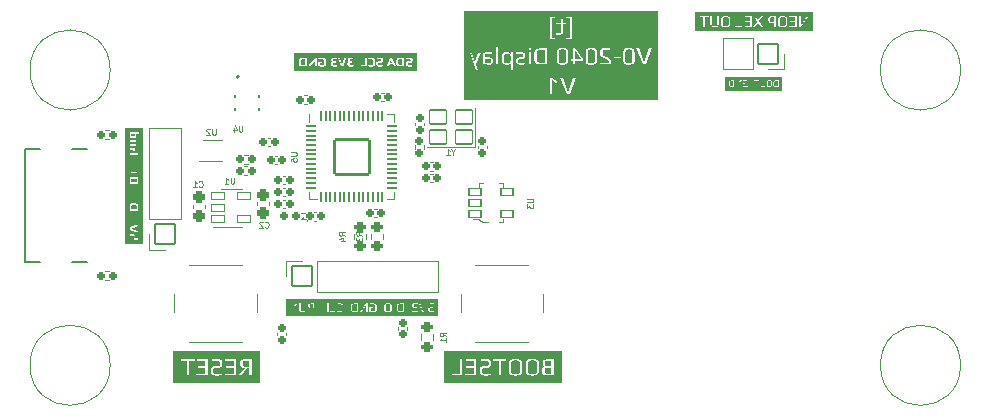
<source format=gbr>
%TF.GenerationSoftware,KiCad,Pcbnew,(7.0.0)*%
%TF.CreationDate,2023-06-29T16:26:30+02:00*%
%TF.ProjectId,V0_Display,56305f44-6973-4706-9c61-792e6b696361,rev?*%
%TF.SameCoordinates,Original*%
%TF.FileFunction,Legend,Bot*%
%TF.FilePolarity,Positive*%
%FSLAX46Y46*%
G04 Gerber Fmt 4.6, Leading zero omitted, Abs format (unit mm)*
G04 Created by KiCad (PCBNEW (7.0.0)) date 2023-06-29 16:26:30*
%MOMM*%
%LPD*%
G01*
G04 APERTURE LIST*
G04 Aperture macros list*
%AMRoundRect*
0 Rectangle with rounded corners*
0 $1 Rounding radius*
0 $2 $3 $4 $5 $6 $7 $8 $9 X,Y pos of 4 corners*
0 Add a 4 corners polygon primitive as box body*
4,1,4,$2,$3,$4,$5,$6,$7,$8,$9,$2,$3,0*
0 Add four circle primitives for the rounded corners*
1,1,$1+$1,$2,$3*
1,1,$1+$1,$4,$5*
1,1,$1+$1,$6,$7*
1,1,$1+$1,$8,$9*
0 Add four rect primitives between the rounded corners*
20,1,$1+$1,$2,$3,$4,$5,0*
20,1,$1+$1,$4,$5,$6,$7,0*
20,1,$1+$1,$6,$7,$8,$9,0*
20,1,$1+$1,$8,$9,$2,$3,0*%
G04 Aperture macros list end*
%ADD10C,0.120000*%
%ADD11C,0.160000*%
%ADD12C,0.150000*%
%ADD13C,0.200000*%
%ADD14C,0.300000*%
%ADD15C,0.187500*%
%ADD16C,0.050000*%
%ADD17C,0.100000*%
%ADD18C,0.127000*%
%ADD19RoundRect,0.190000X-0.140000X-0.170000X0.140000X-0.170000X0.140000X0.170000X-0.140000X0.170000X0*%
%ADD20RoundRect,0.250000X-0.275000X0.200000X-0.275000X-0.200000X0.275000X-0.200000X0.275000X0.200000X0*%
%ADD21C,3.300000*%
%ADD22C,2.100000*%
%ADD23O,2.600000X4.100000*%
%ADD24C,1.624000*%
%ADD25RoundRect,0.185000X0.135000X0.185000X-0.135000X0.185000X-0.135000X-0.185000X0.135000X-0.185000X0*%
%ADD26RoundRect,0.190000X0.140000X0.170000X-0.140000X0.170000X-0.140000X-0.170000X0.140000X-0.170000X0*%
%ADD27RoundRect,0.185000X-0.135000X-0.185000X0.135000X-0.185000X0.135000X0.185000X-0.135000X0.185000X0*%
%ADD28RoundRect,0.190000X-0.170000X0.140000X-0.170000X-0.140000X0.170000X-0.140000X0.170000X0.140000X0*%
%ADD29RoundRect,0.190000X0.170000X-0.140000X0.170000X0.140000X-0.170000X0.140000X-0.170000X-0.140000X0*%
%ADD30RoundRect,0.050000X0.850000X-0.850000X0.850000X0.850000X-0.850000X0.850000X-0.850000X-0.850000X0*%
%ADD31O,1.800000X1.800000*%
%ADD32RoundRect,0.185000X0.185000X-0.135000X0.185000X0.135000X-0.185000X0.135000X-0.185000X-0.135000X0*%
%ADD33RoundRect,0.250000X0.275000X-0.200000X0.275000X0.200000X-0.275000X0.200000X-0.275000X-0.200000X0*%
%ADD34RoundRect,0.275000X-0.250000X0.225000X-0.250000X-0.225000X0.250000X-0.225000X0.250000X0.225000X0*%
%ADD35RoundRect,0.050000X0.530000X0.325000X-0.530000X0.325000X-0.530000X-0.325000X0.530000X-0.325000X0*%
%ADD36RoundRect,0.070000X-0.525000X0.300000X-0.525000X-0.300000X0.525000X-0.300000X0.525000X0.300000X0*%
%ADD37R,0.470000X0.345000*%
%ADD38R,0.620000X0.270000*%
%ADD39RoundRect,0.050000X-0.850000X0.850000X-0.850000X-0.850000X0.850000X-0.850000X0.850000X0.850000X0*%
%ADD40RoundRect,0.275000X0.250000X-0.225000X0.250000X0.225000X-0.250000X0.225000X-0.250000X-0.225000X0*%
%ADD41RoundRect,0.050000X0.850000X0.850000X-0.850000X0.850000X-0.850000X-0.850000X0.850000X-0.850000X0*%
%ADD42R,0.270000X0.570000*%
%ADD43R,1.670000X0.270000*%
%ADD44RoundRect,0.035000X0.050000X-0.387500X0.050000X0.387500X-0.050000X0.387500X-0.050000X-0.387500X0*%
%ADD45RoundRect,0.035000X0.387500X-0.050000X0.387500X0.050000X-0.387500X0.050000X-0.387500X-0.050000X0*%
%ADD46RoundRect,0.129000X1.456000X-1.456000X1.456000X1.456000X-1.456000X1.456000X-1.456000X-1.456000X0*%
%ADD47RoundRect,0.197500X0.147500X0.172500X-0.147500X0.172500X-0.147500X-0.172500X0.147500X-0.172500X0*%
%ADD48RoundRect,0.050000X-0.700000X-0.600000X0.700000X-0.600000X0.700000X0.600000X-0.700000X0.600000X0*%
%ADD49C,0.620000*%
%ADD50R,1.120000X0.570000*%
%ADD51R,1.120000X0.270000*%
%ADD52O,2.070000X1.020000*%
%ADD53O,1.970000X0.970000*%
G04 APERTURE END LIST*
D10*
X164564113Y-55650000D02*
G75*
G03*
X164564113Y-55650000I-3394113J0D01*
G01*
X92564113Y-80650000D02*
G75*
G03*
X92564113Y-80650000I-3394113J0D01*
G01*
X92564113Y-55650000D02*
G75*
G03*
X92564113Y-55650000I-3394113J0D01*
G01*
X164564113Y-80650000D02*
G75*
G03*
X164564113Y-80650000I-3394113J0D01*
G01*
D11*
G36*
X94735158Y-67121184D02*
G01*
X94743948Y-67122266D01*
X94752199Y-67124069D01*
X94759910Y-67126593D01*
X94767082Y-67129839D01*
X94775806Y-67135289D01*
X94783572Y-67142021D01*
X94788767Y-67147911D01*
X94793422Y-67154523D01*
X94797539Y-67161856D01*
X94801240Y-67169940D01*
X94804578Y-67178880D01*
X94807551Y-67188675D01*
X94810160Y-67199326D01*
X94812405Y-67210831D01*
X94813700Y-67218977D01*
X94814832Y-67227502D01*
X94815803Y-67236408D01*
X94816612Y-67245694D01*
X94817260Y-67255360D01*
X94817745Y-67265406D01*
X94818069Y-67275832D01*
X94818230Y-67286638D01*
X94818251Y-67292184D01*
X94818251Y-67425638D01*
X94343052Y-67425638D01*
X94343052Y-67297850D01*
X94343075Y-67289025D01*
X94343146Y-67280475D01*
X94343265Y-67272202D01*
X94343430Y-67264206D01*
X94343768Y-67252729D01*
X94344211Y-67241874D01*
X94344761Y-67231640D01*
X94345418Y-67222028D01*
X94346181Y-67213038D01*
X94347051Y-67204669D01*
X94348376Y-67194478D01*
X94349109Y-67189797D01*
X94350852Y-67181026D01*
X94352956Y-67172883D01*
X94355420Y-67165370D01*
X94359006Y-67156862D01*
X94363155Y-67149338D01*
X94367867Y-67142795D01*
X94373143Y-67137236D01*
X94380518Y-67131658D01*
X94387745Y-67127891D01*
X94395955Y-67124926D01*
X94405147Y-67122762D01*
X94413209Y-67121608D01*
X94421899Y-67120967D01*
X94428830Y-67120823D01*
X94725829Y-67120823D01*
X94735158Y-67121184D01*
G37*
G36*
X94735158Y-64863207D02*
G01*
X94743948Y-64864289D01*
X94752199Y-64866092D01*
X94759910Y-64868617D01*
X94767082Y-64871863D01*
X94775806Y-64877312D01*
X94783572Y-64884044D01*
X94788767Y-64889935D01*
X94793422Y-64896546D01*
X94797539Y-64903879D01*
X94801240Y-64911964D01*
X94804578Y-64920904D01*
X94807551Y-64930699D01*
X94810160Y-64941349D01*
X94812405Y-64952855D01*
X94813700Y-64961000D01*
X94814832Y-64969526D01*
X94815803Y-64978432D01*
X94816612Y-64987718D01*
X94817260Y-64997383D01*
X94817745Y-65007429D01*
X94818069Y-65017856D01*
X94818230Y-65028662D01*
X94818251Y-65034207D01*
X94818251Y-65167662D01*
X94343052Y-65167662D01*
X94343052Y-65039874D01*
X94343075Y-65031048D01*
X94343146Y-65022499D01*
X94343265Y-65014226D01*
X94343430Y-65006229D01*
X94343768Y-64994753D01*
X94344211Y-64983897D01*
X94344761Y-64973664D01*
X94345418Y-64964052D01*
X94346181Y-64955062D01*
X94347051Y-64946693D01*
X94348376Y-64936502D01*
X94349109Y-64931821D01*
X94350852Y-64923049D01*
X94352956Y-64914907D01*
X94355420Y-64907394D01*
X94359006Y-64898886D01*
X94363155Y-64891361D01*
X94367867Y-64884819D01*
X94373143Y-64879260D01*
X94380518Y-64873682D01*
X94387745Y-64869915D01*
X94395955Y-64866950D01*
X94405147Y-64864786D01*
X94413209Y-64863632D01*
X94421899Y-64862991D01*
X94428830Y-64862847D01*
X94725829Y-64862847D01*
X94735158Y-64863207D01*
G37*
G36*
X94604504Y-61047030D02*
G01*
X94612291Y-61047731D01*
X94620805Y-61049190D01*
X94628411Y-61051322D01*
X94636140Y-61054660D01*
X94639074Y-61056371D01*
X94645331Y-61061185D01*
X94650764Y-61067420D01*
X94655375Y-61075076D01*
X94658672Y-61082770D01*
X94660958Y-61089979D01*
X94662928Y-61098076D01*
X94664565Y-61107347D01*
X94665633Y-61115608D01*
X94666488Y-61124621D01*
X94667129Y-61134384D01*
X94667470Y-61142200D01*
X94667690Y-61150438D01*
X94667790Y-61159098D01*
X94667797Y-61162079D01*
X94667742Y-61171495D01*
X94667577Y-61180400D01*
X94667303Y-61188792D01*
X94666918Y-61196673D01*
X94666234Y-61206385D01*
X94665355Y-61215187D01*
X94664280Y-61223079D01*
X94662662Y-61231664D01*
X94661545Y-61236133D01*
X94658950Y-61243965D01*
X94655107Y-61251781D01*
X94650386Y-61258176D01*
X94643913Y-61263745D01*
X94640247Y-61265833D01*
X94632720Y-61268650D01*
X94624765Y-61270514D01*
X94615423Y-61271870D01*
X94606578Y-61272611D01*
X94596769Y-61272999D01*
X94590421Y-61273063D01*
X94383303Y-61273063D01*
X94373844Y-61272886D01*
X94365130Y-61272357D01*
X94357160Y-61271474D01*
X94348577Y-61269949D01*
X94339919Y-61267528D01*
X94335627Y-61265833D01*
X94328104Y-61261254D01*
X94321754Y-61254940D01*
X94317159Y-61247993D01*
X94313462Y-61239719D01*
X94312570Y-61237110D01*
X94310313Y-61228299D01*
X94308788Y-61219697D01*
X94307588Y-61209951D01*
X94306861Y-61201329D01*
X94306342Y-61191974D01*
X94306031Y-61181887D01*
X94305933Y-61173841D01*
X94305927Y-61171067D01*
X94305975Y-61161028D01*
X94306119Y-61151501D01*
X94306360Y-61142486D01*
X94306696Y-61133982D01*
X94307129Y-61125990D01*
X94307856Y-61116130D01*
X94308753Y-61107180D01*
X94309822Y-61099140D01*
X94311398Y-61090369D01*
X94313398Y-61082724D01*
X94316402Y-61074646D01*
X94320740Y-61066732D01*
X94325976Y-61060445D01*
X94332110Y-61055785D01*
X94339498Y-61052282D01*
X94346976Y-61049965D01*
X94355512Y-61048280D01*
X94363434Y-61047358D01*
X94372090Y-61046875D01*
X94377637Y-61046796D01*
X94596087Y-61046796D01*
X94604504Y-61047030D01*
G37*
G36*
X95347611Y-70385898D02*
G01*
X93851209Y-70385898D01*
X93851209Y-69799874D01*
X94205494Y-69799874D01*
X94205539Y-69809824D01*
X94205674Y-69820378D01*
X94205900Y-69831537D01*
X94206215Y-69843300D01*
X94206620Y-69855668D01*
X94207115Y-69868640D01*
X94207701Y-69882217D01*
X94208376Y-69896399D01*
X94209142Y-69911185D01*
X94209997Y-69926575D01*
X94210459Y-69934497D01*
X94210943Y-69942570D01*
X94211450Y-69950794D01*
X94211979Y-69959169D01*
X94212531Y-69967695D01*
X94213105Y-69976373D01*
X94213701Y-69985202D01*
X94214321Y-69994181D01*
X94214962Y-70003312D01*
X94215627Y-70012594D01*
X94216313Y-70022027D01*
X94217023Y-70031612D01*
X94354971Y-70031612D01*
X94353468Y-70023007D01*
X94352013Y-70014536D01*
X94350606Y-70006197D01*
X94349246Y-69997991D01*
X94347935Y-69989918D01*
X94346670Y-69981978D01*
X94345454Y-69974171D01*
X94343164Y-69958955D01*
X94341065Y-69944269D01*
X94339157Y-69930116D01*
X94337440Y-69916493D01*
X94335913Y-69903402D01*
X94334578Y-69890841D01*
X94333433Y-69878812D01*
X94332479Y-69867315D01*
X94331715Y-69856348D01*
X94331143Y-69845913D01*
X94330761Y-69836009D01*
X94330570Y-69826636D01*
X94330547Y-69822149D01*
X94330663Y-69810904D01*
X94331014Y-69800249D01*
X94331598Y-69790186D01*
X94332415Y-69780713D01*
X94333466Y-69771831D01*
X94334751Y-69763540D01*
X94336269Y-69755839D01*
X94338656Y-69746491D01*
X94341459Y-69738193D01*
X94343833Y-69732658D01*
X94348419Y-69724609D01*
X94353748Y-69717924D01*
X94359822Y-69712603D01*
X94366640Y-69708646D01*
X94374202Y-69706054D01*
X94382508Y-69704826D01*
X94386039Y-69704717D01*
X94489793Y-69704717D01*
X94498368Y-69705208D01*
X94506142Y-69706682D01*
X94514413Y-69709748D01*
X94521529Y-69714229D01*
X94527492Y-69720126D01*
X94530826Y-69724842D01*
X94535009Y-69733296D01*
X94537834Y-69741727D01*
X94539661Y-69749377D01*
X94541104Y-69757834D01*
X94542162Y-69767097D01*
X94542835Y-69777166D01*
X94543087Y-69785247D01*
X94543136Y-69790886D01*
X94543136Y-70014808D01*
X94943303Y-70014808D01*
X94943303Y-69555631D01*
X94818251Y-69555631D01*
X94818251Y-69851263D01*
X94668188Y-69851263D01*
X94668188Y-69737152D01*
X94668092Y-69729033D01*
X94667803Y-69720941D01*
X94667322Y-69712876D01*
X94666649Y-69704839D01*
X94665784Y-69696829D01*
X94664726Y-69688847D01*
X94663476Y-69680893D01*
X94662033Y-69672965D01*
X94660398Y-69665066D01*
X94658571Y-69657193D01*
X94656551Y-69649349D01*
X94654339Y-69641531D01*
X94651935Y-69633741D01*
X94649338Y-69625979D01*
X94646550Y-69618244D01*
X94643568Y-69610537D01*
X94639660Y-69602346D01*
X94635264Y-69594576D01*
X94630379Y-69587227D01*
X94625006Y-69580300D01*
X94619144Y-69573794D01*
X94612794Y-69567709D01*
X94605955Y-69562045D01*
X94598628Y-69556803D01*
X94590943Y-69552086D01*
X94582935Y-69547998D01*
X94574603Y-69544539D01*
X94565948Y-69541709D01*
X94556969Y-69539508D01*
X94547666Y-69537936D01*
X94538040Y-69536992D01*
X94528090Y-69536678D01*
X94375878Y-69536678D01*
X94367756Y-69536825D01*
X94359802Y-69537269D01*
X94352016Y-69538007D01*
X94341896Y-69539451D01*
X94332076Y-69541420D01*
X94322555Y-69543915D01*
X94313334Y-69546934D01*
X94304411Y-69550479D01*
X94297916Y-69553482D01*
X94289621Y-69557823D01*
X94281832Y-69562445D01*
X94274551Y-69567349D01*
X94267776Y-69572533D01*
X94261508Y-69577998D01*
X94255747Y-69583743D01*
X94250493Y-69589770D01*
X94245745Y-69596078D01*
X94240656Y-69603411D01*
X94235892Y-69611488D01*
X94232314Y-69618485D01*
X94228943Y-69625959D01*
X94225780Y-69633909D01*
X94222825Y-69642336D01*
X94220077Y-69651238D01*
X94218781Y-69655868D01*
X94216394Y-69665204D01*
X94214214Y-69674455D01*
X94212241Y-69683620D01*
X94210477Y-69692700D01*
X94208920Y-69701694D01*
X94207570Y-69710603D01*
X94206428Y-69719426D01*
X94205494Y-69728164D01*
X94205494Y-69738090D01*
X94205494Y-69747740D01*
X94205494Y-69757116D01*
X94205494Y-69766217D01*
X94205494Y-69775044D01*
X94205494Y-69783595D01*
X94205494Y-69791872D01*
X94205494Y-69799874D01*
X93851209Y-69799874D01*
X93851209Y-69189462D01*
X94218000Y-69189462D01*
X94943303Y-69450509D01*
X94943303Y-69273482D01*
X94362982Y-69078674D01*
X94362982Y-69074180D01*
X94943303Y-68879371D01*
X94943303Y-68706838D01*
X94218000Y-68975701D01*
X94218000Y-69189462D01*
X93851209Y-69189462D01*
X93851209Y-67600321D01*
X94218000Y-67600321D01*
X94943303Y-67600321D01*
X94943303Y-67291207D01*
X94943284Y-67283273D01*
X94943227Y-67275444D01*
X94942998Y-67260102D01*
X94942616Y-67245182D01*
X94942082Y-67230683D01*
X94941395Y-67216606D01*
X94940555Y-67202950D01*
X94939563Y-67189715D01*
X94938418Y-67176901D01*
X94937121Y-67164509D01*
X94935670Y-67152538D01*
X94934068Y-67140988D01*
X94932312Y-67129860D01*
X94930404Y-67119153D01*
X94928343Y-67108867D01*
X94926130Y-67099003D01*
X94923764Y-67089560D01*
X94921210Y-67080480D01*
X94918433Y-67071706D01*
X94915433Y-67063237D01*
X94912211Y-67055073D01*
X94908766Y-67047214D01*
X94905097Y-67039661D01*
X94901206Y-67032413D01*
X94897092Y-67025471D01*
X94892755Y-67018833D01*
X94885832Y-67009450D01*
X94878408Y-67000753D01*
X94870482Y-66992744D01*
X94862054Y-66985421D01*
X94856157Y-66980921D01*
X94846820Y-66974705D01*
X94836834Y-66969101D01*
X94826198Y-66964108D01*
X94818747Y-66961119D01*
X94811008Y-66958402D01*
X94802980Y-66955956D01*
X94794664Y-66953783D01*
X94786059Y-66951881D01*
X94777165Y-66950250D01*
X94767983Y-66948892D01*
X94758513Y-66947805D01*
X94748754Y-66946990D01*
X94738706Y-66946446D01*
X94728370Y-66946174D01*
X94723094Y-66946140D01*
X94428048Y-66946140D01*
X94417863Y-66946268D01*
X94407969Y-66946650D01*
X94398366Y-66947288D01*
X94389055Y-66948180D01*
X94380036Y-66949327D01*
X94371308Y-66950729D01*
X94362871Y-66952386D01*
X94354727Y-66954298D01*
X94346873Y-66956465D01*
X94339312Y-66958887D01*
X94328516Y-66962998D01*
X94318376Y-66967682D01*
X94308893Y-66972940D01*
X94300065Y-66978771D01*
X94291836Y-66985217D01*
X94284073Y-66992391D01*
X94276778Y-67000293D01*
X94269950Y-67008923D01*
X94263589Y-67018281D01*
X94257695Y-67028368D01*
X94254025Y-67035497D01*
X94250563Y-67042949D01*
X94247309Y-67050725D01*
X94244262Y-67058825D01*
X94241422Y-67067248D01*
X94238791Y-67075995D01*
X94236367Y-67085066D01*
X94234142Y-67094522D01*
X94232062Y-67104425D01*
X94230125Y-67114776D01*
X94228331Y-67125573D01*
X94226681Y-67136819D01*
X94225174Y-67148511D01*
X94223811Y-67160651D01*
X94222591Y-67173237D01*
X94221515Y-67186272D01*
X94220582Y-67199753D01*
X94219793Y-67213682D01*
X94219147Y-67228058D01*
X94218645Y-67242881D01*
X94218286Y-67258152D01*
X94218071Y-67273869D01*
X94218017Y-67281896D01*
X94218000Y-67290034D01*
X94218000Y-67425638D01*
X94218000Y-67600321D01*
X93851209Y-67600321D01*
X93851209Y-66493998D01*
X94480609Y-66493998D01*
X94480609Y-66839064D01*
X94605662Y-66839064D01*
X94605662Y-66493998D01*
X94480609Y-66493998D01*
X93851209Y-66493998D01*
X93851209Y-65342344D01*
X94218000Y-65342344D01*
X94943303Y-65342344D01*
X94943303Y-65033230D01*
X94943284Y-65025296D01*
X94943227Y-65017468D01*
X94942998Y-65002126D01*
X94942616Y-64987206D01*
X94942082Y-64972707D01*
X94941395Y-64958630D01*
X94940555Y-64944973D01*
X94939563Y-64931738D01*
X94938418Y-64918925D01*
X94937121Y-64906533D01*
X94935670Y-64894562D01*
X94934068Y-64883012D01*
X94932312Y-64871884D01*
X94930404Y-64861177D01*
X94928343Y-64850891D01*
X94926130Y-64841027D01*
X94923764Y-64831584D01*
X94921210Y-64822504D01*
X94918433Y-64813729D01*
X94915433Y-64805260D01*
X94912211Y-64797096D01*
X94908766Y-64789238D01*
X94905097Y-64781685D01*
X94901206Y-64774437D01*
X94897092Y-64767494D01*
X94892755Y-64760857D01*
X94885832Y-64751473D01*
X94878408Y-64742777D01*
X94870482Y-64734767D01*
X94862054Y-64727445D01*
X94856157Y-64722944D01*
X94846820Y-64716729D01*
X94836834Y-64711125D01*
X94826198Y-64706132D01*
X94818747Y-64703143D01*
X94811008Y-64700426D01*
X94802980Y-64697980D01*
X94794664Y-64695806D01*
X94786059Y-64693904D01*
X94777165Y-64692274D01*
X94767983Y-64690915D01*
X94758513Y-64689828D01*
X94748754Y-64689013D01*
X94738706Y-64688470D01*
X94728370Y-64688198D01*
X94723094Y-64688164D01*
X94428048Y-64688164D01*
X94417863Y-64688292D01*
X94407969Y-64688674D01*
X94398366Y-64689311D01*
X94389055Y-64690204D01*
X94380036Y-64691351D01*
X94371308Y-64692753D01*
X94362871Y-64694410D01*
X94354727Y-64696322D01*
X94346873Y-64698489D01*
X94339312Y-64700911D01*
X94328516Y-64705021D01*
X94318376Y-64709706D01*
X94308893Y-64714964D01*
X94300065Y-64720795D01*
X94291836Y-64727241D01*
X94284073Y-64734415D01*
X94276778Y-64742317D01*
X94269950Y-64750947D01*
X94263589Y-64760305D01*
X94257695Y-64770392D01*
X94254025Y-64777520D01*
X94250563Y-64784973D01*
X94247309Y-64792749D01*
X94244262Y-64800849D01*
X94241422Y-64809272D01*
X94238791Y-64818019D01*
X94236367Y-64827090D01*
X94234142Y-64836546D01*
X94232062Y-64846449D01*
X94230125Y-64856799D01*
X94228331Y-64867597D01*
X94226681Y-64878842D01*
X94225174Y-64890535D01*
X94223811Y-64902674D01*
X94222591Y-64915261D01*
X94221515Y-64928295D01*
X94220582Y-64941777D01*
X94219793Y-64955706D01*
X94219147Y-64970081D01*
X94218645Y-64984905D01*
X94218286Y-65000175D01*
X94218071Y-65015893D01*
X94218017Y-65023920D01*
X94218000Y-65032058D01*
X94218000Y-65167662D01*
X94218000Y-65342344D01*
X93851209Y-65342344D01*
X93851209Y-64358143D01*
X94305536Y-64358143D01*
X94505620Y-64358143D01*
X94505620Y-64547480D01*
X94618167Y-64547480D01*
X94618167Y-64358143D01*
X94818251Y-64358143D01*
X94818251Y-64245010D01*
X94618167Y-64245010D01*
X94618167Y-64054696D01*
X94505620Y-64054696D01*
X94505620Y-64245010D01*
X94305536Y-64245010D01*
X94305536Y-64358143D01*
X93851209Y-64358143D01*
X93851209Y-62523391D01*
X94205494Y-62523391D01*
X94205544Y-62535024D01*
X94205693Y-62546403D01*
X94205942Y-62557528D01*
X94206291Y-62568399D01*
X94206739Y-62579015D01*
X94207287Y-62589378D01*
X94207935Y-62599486D01*
X94208682Y-62609340D01*
X94209528Y-62618940D01*
X94210475Y-62628286D01*
X94211161Y-62634375D01*
X94212257Y-62643377D01*
X94213494Y-62652359D01*
X94214872Y-62661320D01*
X94216391Y-62670260D01*
X94218050Y-62679180D01*
X94219850Y-62688079D01*
X94221792Y-62696958D01*
X94223874Y-62705816D01*
X94226096Y-62714653D01*
X94228460Y-62723470D01*
X94230114Y-62729337D01*
X94232724Y-62738632D01*
X94235500Y-62747616D01*
X94238440Y-62756287D01*
X94241545Y-62764645D01*
X94244814Y-62772691D01*
X94248249Y-62780424D01*
X94251849Y-62787844D01*
X94255613Y-62794952D01*
X94259542Y-62801748D01*
X94265038Y-62810322D01*
X94266457Y-62812379D01*
X94272441Y-62820296D01*
X94278865Y-62827827D01*
X94285728Y-62834975D01*
X94293031Y-62841737D01*
X94300773Y-62848115D01*
X94308956Y-62854108D01*
X94317577Y-62859716D01*
X94324332Y-62863670D01*
X94326639Y-62864940D01*
X94334101Y-62868537D01*
X94341758Y-62871780D01*
X94349611Y-62874669D01*
X94357661Y-62877204D01*
X94365906Y-62879386D01*
X94374346Y-62881214D01*
X94382983Y-62882688D01*
X94391815Y-62883808D01*
X94400843Y-62884574D01*
X94410067Y-62884987D01*
X94416325Y-62885066D01*
X94719186Y-62885066D01*
X94729388Y-62884870D01*
X94739405Y-62884283D01*
X94749236Y-62883304D01*
X94758881Y-62881933D01*
X94768342Y-62880171D01*
X94777616Y-62878018D01*
X94786706Y-62875473D01*
X94795609Y-62872536D01*
X94804328Y-62869208D01*
X94812861Y-62865488D01*
X94818446Y-62862791D01*
X94826599Y-62858440D01*
X94834426Y-62853815D01*
X94841927Y-62848915D01*
X94849102Y-62843740D01*
X94855950Y-62838290D01*
X94862472Y-62832566D01*
X94868667Y-62826567D01*
X94874536Y-62820293D01*
X94880079Y-62813744D01*
X94885296Y-62806920D01*
X94888593Y-62802219D01*
X94892931Y-62795356D01*
X94897152Y-62788249D01*
X94901256Y-62780898D01*
X94905244Y-62773303D01*
X94909115Y-62765465D01*
X94912869Y-62757383D01*
X94916506Y-62749056D01*
X94920027Y-62740486D01*
X94923430Y-62731672D01*
X94926717Y-62722615D01*
X94928844Y-62716441D01*
X94931897Y-62707114D01*
X94934754Y-62697818D01*
X94937415Y-62688553D01*
X94939881Y-62679319D01*
X94942150Y-62670115D01*
X94944224Y-62660943D01*
X94946103Y-62651802D01*
X94947785Y-62642691D01*
X94949272Y-62633612D01*
X94950562Y-62624563D01*
X94951314Y-62618548D01*
X94952368Y-62608177D01*
X94953065Y-62600058D01*
X94953684Y-62591647D01*
X94954224Y-62582944D01*
X94954685Y-62573949D01*
X94955067Y-62564662D01*
X94955369Y-62555084D01*
X94955593Y-62545213D01*
X94955738Y-62535051D01*
X94955804Y-62524596D01*
X94955808Y-62521046D01*
X94955784Y-62511400D01*
X94955711Y-62501779D01*
X94955590Y-62492185D01*
X94955421Y-62482618D01*
X94955202Y-62473076D01*
X94954936Y-62463561D01*
X94954621Y-62454073D01*
X94954257Y-62444610D01*
X94953845Y-62435174D01*
X94953385Y-62425765D01*
X94952876Y-62416382D01*
X94952319Y-62407025D01*
X94951713Y-62397694D01*
X94951059Y-62388390D01*
X94950356Y-62379112D01*
X94949605Y-62369860D01*
X94948805Y-62360635D01*
X94947957Y-62351436D01*
X94947060Y-62342263D01*
X94946115Y-62333117D01*
X94945121Y-62323997D01*
X94944079Y-62314903D01*
X94942989Y-62305836D01*
X94941850Y-62296795D01*
X94940662Y-62287780D01*
X94939426Y-62278792D01*
X94938142Y-62269830D01*
X94936809Y-62260894D01*
X94935428Y-62251985D01*
X94933998Y-62243102D01*
X94932520Y-62234245D01*
X94930993Y-62225415D01*
X94799102Y-62225415D01*
X94801050Y-62233571D01*
X94802935Y-62241797D01*
X94804759Y-62250092D01*
X94806521Y-62258458D01*
X94808221Y-62266893D01*
X94809859Y-62275398D01*
X94811436Y-62283973D01*
X94812951Y-62292618D01*
X94814404Y-62301333D01*
X94815795Y-62310117D01*
X94817124Y-62318972D01*
X94818391Y-62327896D01*
X94819597Y-62336890D01*
X94820740Y-62345954D01*
X94821822Y-62355088D01*
X94822842Y-62364291D01*
X94823801Y-62373565D01*
X94824697Y-62382908D01*
X94825532Y-62392321D01*
X94826305Y-62401804D01*
X94827016Y-62411357D01*
X94827665Y-62420979D01*
X94828252Y-62430672D01*
X94828778Y-62440434D01*
X94829241Y-62450266D01*
X94829643Y-62460168D01*
X94829983Y-62470140D01*
X94830261Y-62480181D01*
X94830478Y-62490293D01*
X94830632Y-62500474D01*
X94830725Y-62510725D01*
X94830756Y-62521046D01*
X94830649Y-62532695D01*
X94830328Y-62543974D01*
X94829793Y-62554883D01*
X94829043Y-62565422D01*
X94828080Y-62575592D01*
X94826902Y-62585391D01*
X94825511Y-62594821D01*
X94823905Y-62603881D01*
X94822085Y-62612571D01*
X94820051Y-62620892D01*
X94817803Y-62628843D01*
X94815341Y-62636424D01*
X94809775Y-62650476D01*
X94803352Y-62663049D01*
X94796073Y-62674143D01*
X94787937Y-62683758D01*
X94778945Y-62691893D01*
X94769097Y-62698550D01*
X94758392Y-62703727D01*
X94746831Y-62707425D01*
X94734414Y-62709644D01*
X94721140Y-62710383D01*
X94429025Y-62710383D01*
X94419225Y-62709935D01*
X94409974Y-62708590D01*
X94401273Y-62706349D01*
X94393122Y-62703212D01*
X94385520Y-62699178D01*
X94378467Y-62694247D01*
X94371964Y-62688420D01*
X94366011Y-62681697D01*
X94360607Y-62674077D01*
X94355752Y-62665561D01*
X94352822Y-62659385D01*
X94348841Y-62649366D01*
X94345252Y-62638434D01*
X94343076Y-62630638D01*
X94341075Y-62622436D01*
X94339248Y-62613828D01*
X94337595Y-62604814D01*
X94336115Y-62595394D01*
X94334810Y-62585568D01*
X94333679Y-62575335D01*
X94332722Y-62564697D01*
X94331939Y-62553653D01*
X94331330Y-62542202D01*
X94330895Y-62530346D01*
X94330634Y-62518083D01*
X94330547Y-62505415D01*
X94330694Y-62495051D01*
X94331137Y-62484550D01*
X94331876Y-62473912D01*
X94332910Y-62463136D01*
X94334239Y-62452223D01*
X94335863Y-62441173D01*
X94337783Y-62429985D01*
X94339999Y-62418660D01*
X94342510Y-62407197D01*
X94344347Y-62399479D01*
X94346317Y-62391700D01*
X94347351Y-62387787D01*
X94518125Y-62387787D01*
X94518125Y-62506587D01*
X94630672Y-62506587D01*
X94630672Y-62220921D01*
X94252193Y-62220921D01*
X94248513Y-62231705D01*
X94246123Y-62239194D01*
X94243783Y-62246923D01*
X94241493Y-62254891D01*
X94239253Y-62263099D01*
X94237064Y-62271547D01*
X94234926Y-62280234D01*
X94232837Y-62289162D01*
X94230800Y-62298328D01*
X94228812Y-62307735D01*
X94226875Y-62317381D01*
X94224988Y-62327266D01*
X94223152Y-62337392D01*
X94221366Y-62347757D01*
X94219630Y-62358362D01*
X94218781Y-62363754D01*
X94217172Y-62374544D01*
X94215667Y-62385226D01*
X94214266Y-62395799D01*
X94212968Y-62406264D01*
X94211774Y-62416621D01*
X94210684Y-62426869D01*
X94209698Y-62437009D01*
X94208816Y-62447041D01*
X94208037Y-62456964D01*
X94207363Y-62466779D01*
X94206792Y-62476485D01*
X94206325Y-62486083D01*
X94205961Y-62495572D01*
X94205702Y-62504954D01*
X94205546Y-62514227D01*
X94205494Y-62523391D01*
X93851209Y-62523391D01*
X93851209Y-61563614D01*
X94218000Y-61563614D01*
X94218000Y-61727159D01*
X94592180Y-61727159D01*
X94601511Y-61727312D01*
X94610089Y-61727770D01*
X94617914Y-61728533D01*
X94626308Y-61729852D01*
X94634730Y-61731946D01*
X94638879Y-61733412D01*
X94646133Y-61737222D01*
X94652263Y-61742595D01*
X94657270Y-61749532D01*
X94660730Y-61756884D01*
X94661154Y-61758032D01*
X94663411Y-61765613D01*
X94665202Y-61774582D01*
X94666337Y-61783116D01*
X94667148Y-61792614D01*
X94667564Y-61800906D01*
X94667771Y-61809815D01*
X94667797Y-61814501D01*
X94667742Y-61823323D01*
X94667577Y-61831692D01*
X94667303Y-61839608D01*
X94666765Y-61849457D01*
X94666032Y-61858500D01*
X94665104Y-61866737D01*
X94663669Y-61875900D01*
X94661929Y-61883804D01*
X94661545Y-61885233D01*
X94658936Y-61893078D01*
X94655043Y-61900945D01*
X94650233Y-61907429D01*
X94643614Y-61913144D01*
X94639856Y-61915324D01*
X94632298Y-61918369D01*
X94624541Y-61920384D01*
X94615601Y-61921850D01*
X94607249Y-61922651D01*
X94598077Y-61923071D01*
X94592180Y-61923140D01*
X94218000Y-61923140D01*
X94218000Y-62086685D01*
X94755725Y-62086685D01*
X94755725Y-61925484D01*
X94690854Y-61925484D01*
X94700223Y-61922562D01*
X94708989Y-61918582D01*
X94717149Y-61913543D01*
X94724706Y-61907447D01*
X94731657Y-61900293D01*
X94738005Y-61892081D01*
X94743747Y-61882811D01*
X94748886Y-61872484D01*
X94753420Y-61861098D01*
X94757349Y-61848655D01*
X94760674Y-61835154D01*
X94763394Y-61820594D01*
X94765510Y-61804977D01*
X94766341Y-61796772D01*
X94767021Y-61788302D01*
X94767550Y-61779568D01*
X94767928Y-61770570D01*
X94768154Y-61761307D01*
X94768230Y-61751779D01*
X94768084Y-61739004D01*
X94767647Y-61726714D01*
X94766918Y-61714909D01*
X94765897Y-61703590D01*
X94764585Y-61692756D01*
X94762982Y-61682408D01*
X94761086Y-61672545D01*
X94758900Y-61663168D01*
X94756421Y-61654276D01*
X94753652Y-61645869D01*
X94750590Y-61637948D01*
X94747237Y-61630512D01*
X94743593Y-61623562D01*
X94737579Y-61614047D01*
X94730909Y-61605624D01*
X94723536Y-61598116D01*
X94715410Y-61591347D01*
X94706532Y-61585317D01*
X94696902Y-61580024D01*
X94686519Y-61575471D01*
X94675385Y-61571655D01*
X94667544Y-61569522D01*
X94659368Y-61567717D01*
X94650859Y-61566240D01*
X94642015Y-61565091D01*
X94632837Y-61564271D01*
X94623324Y-61563778D01*
X94613478Y-61563614D01*
X94218000Y-61563614D01*
X93851209Y-61563614D01*
X93851209Y-61212491D01*
X94205494Y-61212491D01*
X94205548Y-61224335D01*
X94205711Y-61235785D01*
X94205982Y-61246842D01*
X94206361Y-61257505D01*
X94206849Y-61267774D01*
X94207445Y-61277649D01*
X94208150Y-61287130D01*
X94208963Y-61296217D01*
X94209884Y-61304911D01*
X94210913Y-61313210D01*
X94212051Y-61321116D01*
X94213962Y-61332237D01*
X94216116Y-61342471D01*
X94218514Y-61351819D01*
X94219367Y-61354738D01*
X94222225Y-61363102D01*
X94225522Y-61370975D01*
X94229259Y-61378356D01*
X94233436Y-61385247D01*
X94238052Y-61391646D01*
X94244891Y-61399415D01*
X94252511Y-61406310D01*
X94260913Y-61412332D01*
X94267727Y-61416276D01*
X94272515Y-61418632D01*
X94280225Y-61421809D01*
X94288701Y-61424674D01*
X94297943Y-61427227D01*
X94307951Y-61429467D01*
X94318725Y-61431394D01*
X94330265Y-61433009D01*
X94338384Y-61433912D01*
X94346843Y-61434676D01*
X94355643Y-61435301D01*
X94364783Y-61435788D01*
X94374263Y-61436135D01*
X94384084Y-61436343D01*
X94394245Y-61436413D01*
X94605271Y-61436413D01*
X94616228Y-61436214D01*
X94626773Y-61435619D01*
X94636909Y-61434627D01*
X94646633Y-61433237D01*
X94655948Y-61431451D01*
X94664851Y-61429269D01*
X94673344Y-61426689D01*
X94681426Y-61423712D01*
X94689097Y-61420338D01*
X94696358Y-61416568D01*
X94703209Y-61412400D01*
X94709648Y-61407836D01*
X94718538Y-61400246D01*
X94726503Y-61391762D01*
X94731300Y-61385610D01*
X94735772Y-61378988D01*
X94739956Y-61371871D01*
X94743851Y-61364260D01*
X94747457Y-61356154D01*
X94750775Y-61347554D01*
X94753804Y-61338459D01*
X94756545Y-61328869D01*
X94758997Y-61318785D01*
X94761161Y-61308206D01*
X94763037Y-61297133D01*
X94764623Y-61285565D01*
X94765922Y-61273503D01*
X94766931Y-61260946D01*
X94767653Y-61247894D01*
X94768086Y-61234347D01*
X94768230Y-61220307D01*
X94768175Y-61210434D01*
X94768010Y-61200967D01*
X94767735Y-61191905D01*
X94767351Y-61183249D01*
X94766856Y-61174998D01*
X94766251Y-61167152D01*
X94765274Y-61157321D01*
X94764102Y-61148211D01*
X94762734Y-61139821D01*
X94761977Y-61135896D01*
X94759865Y-61126540D01*
X94757314Y-61117765D01*
X94754324Y-61109572D01*
X94750895Y-61101962D01*
X94747027Y-61094933D01*
X94741806Y-61087267D01*
X94740875Y-61086071D01*
X94735829Y-61080063D01*
X94730097Y-61074007D01*
X94723678Y-61067904D01*
X94716572Y-61061753D01*
X94710393Y-61056798D01*
X94703774Y-61051813D01*
X94696715Y-61046796D01*
X94993324Y-61046796D01*
X94993324Y-60883251D01*
X94218000Y-60883251D01*
X94218000Y-61041130D01*
X94277399Y-61041130D01*
X94269690Y-61046100D01*
X94262586Y-61050949D01*
X94256086Y-61055675D01*
X94248811Y-61061411D01*
X94242481Y-61066956D01*
X94236131Y-61073358D01*
X94232654Y-61077473D01*
X94228104Y-61084008D01*
X94223980Y-61091450D01*
X94220282Y-61099799D01*
X94217526Y-61107448D01*
X94215066Y-61115728D01*
X94213310Y-61122805D01*
X94211478Y-61130831D01*
X94209891Y-61139767D01*
X94208547Y-61149614D01*
X94207700Y-61157595D01*
X94206990Y-61166088D01*
X94206674Y-61171067D01*
X94206418Y-61175094D01*
X94205983Y-61184610D01*
X94205685Y-61194639D01*
X94205525Y-61205180D01*
X94205494Y-61212491D01*
X93851209Y-61212491D01*
X93851209Y-60528965D01*
X95347611Y-60528965D01*
X95347611Y-70385898D01*
G37*
D12*
G36*
X149518089Y-51163735D02*
G01*
X149532660Y-51164190D01*
X149546788Y-51164948D01*
X149560473Y-51166010D01*
X149573716Y-51167375D01*
X149586516Y-51169044D01*
X149598873Y-51171016D01*
X149610787Y-51173292D01*
X149622259Y-51175870D01*
X149633288Y-51178753D01*
X149643874Y-51181938D01*
X149654018Y-51185427D01*
X149663719Y-51189220D01*
X149672977Y-51193316D01*
X149681793Y-51197715D01*
X149690166Y-51202418D01*
X149701777Y-51210147D01*
X149712245Y-51218864D01*
X149721572Y-51228568D01*
X149729756Y-51239260D01*
X149736799Y-51250939D01*
X149742699Y-51263606D01*
X149747458Y-51277260D01*
X149749996Y-51286912D01*
X149752026Y-51297002D01*
X149753549Y-51307531D01*
X149754564Y-51318499D01*
X149755071Y-51329906D01*
X149755135Y-51335774D01*
X149755135Y-51779075D01*
X149754887Y-51788962D01*
X149752906Y-51807796D01*
X149748945Y-51825374D01*
X149743003Y-51841696D01*
X149735081Y-51856763D01*
X149725177Y-51870574D01*
X149713293Y-51883129D01*
X149699429Y-51894430D01*
X149683583Y-51904474D01*
X149674918Y-51909025D01*
X149665758Y-51913263D01*
X149656102Y-51917187D01*
X149645951Y-51920796D01*
X149635305Y-51924092D01*
X149624164Y-51927074D01*
X149612527Y-51929742D01*
X149600396Y-51932096D01*
X149587769Y-51934137D01*
X149574647Y-51935863D01*
X149561030Y-51937276D01*
X149546918Y-51938374D01*
X149532311Y-51939159D01*
X149517208Y-51939630D01*
X149501611Y-51939787D01*
X149486193Y-51939630D01*
X149471265Y-51939159D01*
X149456827Y-51938374D01*
X149442878Y-51937276D01*
X149429418Y-51935863D01*
X149416448Y-51934137D01*
X149403967Y-51932096D01*
X149391976Y-51929742D01*
X149380474Y-51927074D01*
X149369462Y-51924092D01*
X149358939Y-51920796D01*
X149348905Y-51917187D01*
X149339361Y-51913263D01*
X149330307Y-51909025D01*
X149313666Y-51899609D01*
X149298983Y-51888936D01*
X149286257Y-51877009D01*
X149275489Y-51863825D01*
X149266680Y-51849386D01*
X149259827Y-51833692D01*
X149254933Y-51816742D01*
X149251996Y-51798536D01*
X149251017Y-51779075D01*
X149251017Y-51335774D01*
X149251264Y-51325180D01*
X149252002Y-51314923D01*
X149253233Y-51305002D01*
X149257171Y-51286168D01*
X149263079Y-51268680D01*
X149270956Y-51252537D01*
X149280802Y-51237739D01*
X149292617Y-51224287D01*
X149306401Y-51212180D01*
X149322155Y-51201418D01*
X149330770Y-51196541D01*
X149339878Y-51192001D01*
X149349478Y-51187797D01*
X149359570Y-51183930D01*
X149370155Y-51180398D01*
X149381231Y-51177203D01*
X149392800Y-51174345D01*
X149404862Y-51171823D01*
X149417416Y-51169636D01*
X149430462Y-51167787D01*
X149444000Y-51166273D01*
X149458030Y-51165096D01*
X149472553Y-51164256D01*
X149487569Y-51163751D01*
X149503076Y-51163583D01*
X149518089Y-51163735D01*
G37*
G36*
X144693805Y-51163735D02*
G01*
X144708375Y-51164190D01*
X144722503Y-51164948D01*
X144736188Y-51166010D01*
X144749431Y-51167375D01*
X144762231Y-51169044D01*
X144774588Y-51171016D01*
X144786502Y-51173292D01*
X144797974Y-51175870D01*
X144809003Y-51178753D01*
X144819590Y-51181938D01*
X144829733Y-51185427D01*
X144839434Y-51189220D01*
X144848693Y-51193316D01*
X144857508Y-51197715D01*
X144865881Y-51202418D01*
X144877492Y-51210147D01*
X144887961Y-51218864D01*
X144897287Y-51228568D01*
X144905472Y-51239260D01*
X144912514Y-51250939D01*
X144918415Y-51263606D01*
X144923173Y-51277260D01*
X144925711Y-51286912D01*
X144927741Y-51297002D01*
X144929264Y-51307531D01*
X144930279Y-51318499D01*
X144930787Y-51329906D01*
X144930850Y-51335774D01*
X144930850Y-51779075D01*
X144930602Y-51788962D01*
X144928622Y-51807796D01*
X144924660Y-51825374D01*
X144918718Y-51841696D01*
X144910796Y-51856763D01*
X144900893Y-51870574D01*
X144889009Y-51883129D01*
X144875144Y-51894430D01*
X144859299Y-51904474D01*
X144850633Y-51909025D01*
X144841473Y-51913263D01*
X144831817Y-51917187D01*
X144821666Y-51920796D01*
X144811020Y-51924092D01*
X144799879Y-51927074D01*
X144788243Y-51929742D01*
X144776111Y-51932096D01*
X144763484Y-51934137D01*
X144750363Y-51935863D01*
X144736746Y-51937276D01*
X144722633Y-51938374D01*
X144708026Y-51939159D01*
X144692924Y-51939630D01*
X144677326Y-51939787D01*
X144661909Y-51939630D01*
X144646981Y-51939159D01*
X144632542Y-51938374D01*
X144618593Y-51937276D01*
X144605134Y-51935863D01*
X144592163Y-51934137D01*
X144579683Y-51932096D01*
X144567691Y-51929742D01*
X144556190Y-51927074D01*
X144545177Y-51924092D01*
X144534654Y-51920796D01*
X144524621Y-51917187D01*
X144515077Y-51913263D01*
X144506022Y-51909025D01*
X144489381Y-51899609D01*
X144474698Y-51888936D01*
X144461972Y-51877009D01*
X144451205Y-51863825D01*
X144442395Y-51849386D01*
X144435543Y-51833692D01*
X144430648Y-51816742D01*
X144427712Y-51798536D01*
X144426733Y-51779075D01*
X144426733Y-51335774D01*
X144426979Y-51325180D01*
X144427717Y-51314923D01*
X144428948Y-51305002D01*
X144432887Y-51286168D01*
X144438794Y-51268680D01*
X144446671Y-51252537D01*
X144456517Y-51237739D01*
X144468332Y-51224287D01*
X144482117Y-51212180D01*
X144497870Y-51201418D01*
X144506486Y-51196541D01*
X144515593Y-51192001D01*
X144525193Y-51187797D01*
X144535285Y-51183930D01*
X144545870Y-51180398D01*
X144556947Y-51177203D01*
X144568516Y-51174345D01*
X144580577Y-51171823D01*
X144593131Y-51169636D01*
X144606177Y-51167787D01*
X144619715Y-51166273D01*
X144633746Y-51165096D01*
X144648269Y-51164256D01*
X144663284Y-51163751D01*
X144678791Y-51163583D01*
X144693805Y-51163735D01*
G37*
G36*
X148774988Y-51595893D02*
G01*
X148619650Y-51595893D01*
X148608765Y-51595765D01*
X148598153Y-51595381D01*
X148587813Y-51594742D01*
X148577747Y-51593847D01*
X148567953Y-51592697D01*
X148553774Y-51590491D01*
X148540210Y-51587711D01*
X148527259Y-51584355D01*
X148514922Y-51580423D01*
X148503199Y-51575917D01*
X148492090Y-51570835D01*
X148481595Y-51565178D01*
X148478233Y-51563164D01*
X148468718Y-51556691D01*
X148460138Y-51549543D01*
X148452495Y-51541721D01*
X148445787Y-51533225D01*
X148440015Y-51524056D01*
X148435180Y-51514212D01*
X148431280Y-51503694D01*
X148428316Y-51492502D01*
X148426288Y-51480636D01*
X148425196Y-51468096D01*
X148424988Y-51459361D01*
X148424988Y-51291566D01*
X148425471Y-51279911D01*
X148426920Y-51268912D01*
X148429335Y-51258568D01*
X148432716Y-51248881D01*
X148437063Y-51239849D01*
X148442376Y-51231474D01*
X148444772Y-51228307D01*
X148451289Y-51220886D01*
X148458630Y-51214192D01*
X148466793Y-51208225D01*
X148475779Y-51202986D01*
X148485588Y-51198475D01*
X148496220Y-51194690D01*
X148500703Y-51193381D01*
X148511350Y-51190852D01*
X148521459Y-51188610D01*
X148531032Y-51186654D01*
X148541811Y-51184685D01*
X148551818Y-51183128D01*
X148559566Y-51182145D01*
X148570667Y-51181003D01*
X148581355Y-51180248D01*
X148593124Y-51179698D01*
X148603759Y-51179398D01*
X148615144Y-51179240D01*
X148622336Y-51179214D01*
X148774988Y-51179214D01*
X148774988Y-51595893D01*
G37*
G36*
X152052022Y-52388488D02*
G01*
X142103712Y-52388488D01*
X142103712Y-51098370D01*
X142471569Y-51098370D01*
X142471569Y-51192159D01*
X142778338Y-51192159D01*
X142778338Y-52005000D01*
X142915358Y-52005000D01*
X142915358Y-51192159D01*
X143223348Y-51192159D01*
X143223348Y-51098370D01*
X143375267Y-51098370D01*
X143375267Y-51774434D01*
X143375615Y-51789581D01*
X143376656Y-51804247D01*
X143378393Y-51818432D01*
X143380824Y-51832137D01*
X143383949Y-51845360D01*
X143387769Y-51858103D01*
X143392284Y-51870364D01*
X143397493Y-51882145D01*
X143403397Y-51893445D01*
X143409996Y-51904265D01*
X143417288Y-51914603D01*
X143425276Y-51924460D01*
X143433958Y-51933837D01*
X143443335Y-51942733D01*
X143453406Y-51951148D01*
X143464172Y-51959082D01*
X143475632Y-51966535D01*
X143487787Y-51973507D01*
X143500636Y-51979999D01*
X143514180Y-51986010D01*
X143528419Y-51991539D01*
X143543352Y-51996588D01*
X143558980Y-52001156D01*
X143575302Y-52005244D01*
X143592319Y-52008850D01*
X143610030Y-52011976D01*
X143628436Y-52014620D01*
X143647537Y-52016784D01*
X143667332Y-52018467D01*
X143687822Y-52019669D01*
X143709006Y-52020391D01*
X143730885Y-52020631D01*
X143744641Y-52020545D01*
X143758067Y-52020288D01*
X143771163Y-52019858D01*
X143783928Y-52019257D01*
X143796362Y-52018484D01*
X143808465Y-52017540D01*
X143820238Y-52016424D01*
X143831681Y-52015136D01*
X143842793Y-52013676D01*
X143853574Y-52012044D01*
X143860578Y-52010861D01*
X143870910Y-52008905D01*
X143881209Y-52006700D01*
X143891473Y-52004245D01*
X143901702Y-52001542D01*
X143911897Y-51998590D01*
X143922058Y-51995388D01*
X143932185Y-51991938D01*
X143942277Y-51988238D01*
X143952335Y-51984290D01*
X143962358Y-51980092D01*
X143969022Y-51977156D01*
X143979283Y-51972205D01*
X143989094Y-51966786D01*
X143998455Y-51960899D01*
X144007364Y-51954544D01*
X144015823Y-51947721D01*
X144023830Y-51940431D01*
X144031387Y-51932672D01*
X144038493Y-51924445D01*
X144045149Y-51915750D01*
X144051353Y-51906588D01*
X144055239Y-51900219D01*
X144060608Y-51890315D01*
X144065449Y-51880021D01*
X144069762Y-51869335D01*
X144073546Y-51858259D01*
X144076803Y-51846792D01*
X144079531Y-51834935D01*
X144081731Y-51822687D01*
X144083404Y-51810048D01*
X144084548Y-51797018D01*
X144085164Y-51783598D01*
X144085281Y-51774434D01*
X144085281Y-51773946D01*
X144295086Y-51773946D01*
X144295218Y-51779075D01*
X144295502Y-51790113D01*
X144296750Y-51805701D01*
X144298830Y-51820712D01*
X144301741Y-51835144D01*
X144305485Y-51848998D01*
X144310061Y-51862274D01*
X144315469Y-51874972D01*
X144321708Y-51887091D01*
X144328780Y-51898633D01*
X144336683Y-51909596D01*
X144345419Y-51919981D01*
X144354986Y-51929788D01*
X144365386Y-51939017D01*
X144376617Y-51947667D01*
X144388680Y-51955740D01*
X144401576Y-51963234D01*
X144415144Y-51970184D01*
X144429225Y-51976686D01*
X144443819Y-51982740D01*
X144458927Y-51988345D01*
X144474548Y-51993502D01*
X144490682Y-51998210D01*
X144507330Y-52002470D01*
X144524491Y-52006282D01*
X144542165Y-52009645D01*
X144560353Y-52012560D01*
X144579053Y-52015026D01*
X144598268Y-52017044D01*
X144608067Y-52017885D01*
X144617995Y-52018613D01*
X144628051Y-52019230D01*
X144638236Y-52019734D01*
X144648548Y-52020127D01*
X144658990Y-52020407D01*
X144669559Y-52020575D01*
X144680257Y-52020631D01*
X144703683Y-52020390D01*
X144726366Y-52019667D01*
X144748305Y-52018463D01*
X144769501Y-52016777D01*
X144789953Y-52014608D01*
X144809661Y-52011959D01*
X144828625Y-52008827D01*
X144846846Y-52005213D01*
X144847755Y-52005000D01*
X145502622Y-52005000D01*
X146085142Y-52005000D01*
X146272476Y-52005000D01*
X146897005Y-52005000D01*
X147025232Y-52005000D01*
X147180571Y-52005000D01*
X147436782Y-51637170D01*
X147692992Y-52005000D01*
X147848331Y-52005000D01*
X147513718Y-51542648D01*
X147834409Y-51098370D01*
X147976558Y-51098370D01*
X147976558Y-52005000D01*
X148112357Y-52005000D01*
X148112357Y-51464979D01*
X148292120Y-51464979D01*
X148292462Y-51478836D01*
X148293486Y-51492200D01*
X148295194Y-51505070D01*
X148297585Y-51517445D01*
X148300659Y-51529326D01*
X148304416Y-51540713D01*
X148308856Y-51551606D01*
X148313980Y-51562004D01*
X148319786Y-51571908D01*
X148326276Y-51581318D01*
X148333449Y-51590234D01*
X148341304Y-51598656D01*
X148349843Y-51606583D01*
X148359065Y-51614016D01*
X148368971Y-51620955D01*
X148379559Y-51627400D01*
X148390815Y-51633374D01*
X148402724Y-51638963D01*
X148415285Y-51644167D01*
X148428499Y-51648985D01*
X148442366Y-51653418D01*
X148456885Y-51657465D01*
X148472056Y-51661127D01*
X148487881Y-51664403D01*
X148504358Y-51667294D01*
X148521487Y-51669799D01*
X148539269Y-51671919D01*
X148557704Y-51673654D01*
X148576791Y-51675003D01*
X148586579Y-51675533D01*
X148596531Y-51675966D01*
X148606645Y-51676303D01*
X148616923Y-51676544D01*
X148627364Y-51676689D01*
X148637968Y-51676737D01*
X148773767Y-51676737D01*
X148773767Y-52005000D01*
X148909566Y-52005000D01*
X148909566Y-51773946D01*
X149119371Y-51773946D01*
X149119503Y-51779075D01*
X149119787Y-51790113D01*
X149121034Y-51805701D01*
X149123114Y-51820712D01*
X149126026Y-51835144D01*
X149129770Y-51848998D01*
X149134346Y-51862274D01*
X149139753Y-51874972D01*
X149145993Y-51887091D01*
X149153065Y-51898633D01*
X149160968Y-51909596D01*
X149169704Y-51919981D01*
X149179271Y-51929788D01*
X149189671Y-51939017D01*
X149200902Y-51947667D01*
X149212965Y-51955740D01*
X149225860Y-51963234D01*
X149239428Y-51970184D01*
X149253509Y-51976686D01*
X149268104Y-51982740D01*
X149283212Y-51988345D01*
X149298833Y-51993502D01*
X149314967Y-51998210D01*
X149331615Y-52002470D01*
X149348776Y-52006282D01*
X149366450Y-52009645D01*
X149384637Y-52012560D01*
X149403338Y-52015026D01*
X149422552Y-52017044D01*
X149432352Y-52017885D01*
X149442280Y-52018613D01*
X149452336Y-52019230D01*
X149462520Y-52019734D01*
X149472833Y-52020127D01*
X149483274Y-52020407D01*
X149493844Y-52020575D01*
X149504542Y-52020631D01*
X149527968Y-52020390D01*
X149550651Y-52019667D01*
X149572590Y-52018463D01*
X149593786Y-52016777D01*
X149614237Y-52014608D01*
X149633945Y-52011959D01*
X149652910Y-52008827D01*
X149671130Y-52005213D01*
X149672039Y-52005000D01*
X150047493Y-52005000D01*
X150672022Y-52005000D01*
X150672022Y-51098370D01*
X150906984Y-51098370D01*
X150906984Y-52005000D01*
X151070871Y-52005000D01*
X151564974Y-51245893D01*
X151564974Y-52005000D01*
X151684165Y-52005000D01*
X151684165Y-51098370D01*
X151520278Y-51098370D01*
X151025930Y-51847463D01*
X151025930Y-51098370D01*
X150906984Y-51098370D01*
X150672022Y-51098370D01*
X150061415Y-51098370D01*
X150061415Y-51192159D01*
X150536223Y-51192159D01*
X150536223Y-51489159D01*
X150107821Y-51489159D01*
X150107821Y-51582948D01*
X150536223Y-51582948D01*
X150536223Y-51911210D01*
X150047493Y-51911210D01*
X150047493Y-52005000D01*
X149672039Y-52005000D01*
X149688607Y-52001118D01*
X149705341Y-51996541D01*
X149721330Y-51991482D01*
X149736576Y-51985941D01*
X149751078Y-51979918D01*
X149764837Y-51973414D01*
X149777851Y-51966428D01*
X149790122Y-51958960D01*
X149801650Y-51951010D01*
X149812433Y-51942578D01*
X149822473Y-51933665D01*
X149831770Y-51924270D01*
X149840322Y-51914393D01*
X149848131Y-51904034D01*
X149855196Y-51893193D01*
X149861518Y-51881871D01*
X149867095Y-51870066D01*
X149871930Y-51857780D01*
X149876020Y-51845012D01*
X149879367Y-51831763D01*
X149881969Y-51818031D01*
X149883829Y-51803818D01*
X149884944Y-51789123D01*
X149885316Y-51773946D01*
X149885316Y-51343590D01*
X149884944Y-51327541D01*
X149883829Y-51312002D01*
X149881969Y-51296973D01*
X149879367Y-51282453D01*
X149876020Y-51268442D01*
X149871930Y-51254941D01*
X149867095Y-51241950D01*
X149861518Y-51229467D01*
X149855196Y-51217495D01*
X149848131Y-51206032D01*
X149840322Y-51195078D01*
X149831770Y-51184634D01*
X149822473Y-51174699D01*
X149812433Y-51165274D01*
X149801650Y-51156358D01*
X149790122Y-51147951D01*
X149777851Y-51140054D01*
X149764837Y-51132667D01*
X149751078Y-51125789D01*
X149736576Y-51119421D01*
X149721330Y-51113562D01*
X149705341Y-51108212D01*
X149688607Y-51103372D01*
X149671130Y-51099042D01*
X149652910Y-51095221D01*
X149633945Y-51091909D01*
X149614237Y-51089107D01*
X149593786Y-51086814D01*
X149572590Y-51085031D01*
X149550651Y-51083757D01*
X149527968Y-51082993D01*
X149504542Y-51082739D01*
X149480844Y-51082992D01*
X149457900Y-51083752D01*
X149435707Y-51085018D01*
X149414267Y-51086791D01*
X149393579Y-51089071D01*
X149373644Y-51091858D01*
X149354460Y-51095151D01*
X149336029Y-51098950D01*
X149318350Y-51103256D01*
X149301424Y-51108069D01*
X149285250Y-51113389D01*
X149269828Y-51119215D01*
X149255158Y-51125547D01*
X149241241Y-51132387D01*
X149228076Y-51139732D01*
X149215663Y-51147585D01*
X149204003Y-51155944D01*
X149193095Y-51164810D01*
X149182939Y-51174182D01*
X149173535Y-51184061D01*
X149164884Y-51194447D01*
X149156985Y-51205339D01*
X149149838Y-51216738D01*
X149143444Y-51228643D01*
X149137802Y-51241055D01*
X149132912Y-51253974D01*
X149128774Y-51267399D01*
X149125389Y-51281331D01*
X149122756Y-51295769D01*
X149120875Y-51310714D01*
X149119747Y-51326166D01*
X149119371Y-51342124D01*
X149119371Y-51773946D01*
X148909566Y-51773946D01*
X148909566Y-51098370D01*
X148612567Y-51098370D01*
X148600968Y-51098396D01*
X148589803Y-51098473D01*
X148579072Y-51098602D01*
X148568775Y-51098782D01*
X148558911Y-51099014D01*
X148546433Y-51099403D01*
X148534727Y-51099884D01*
X148523791Y-51100457D01*
X148513627Y-51101121D01*
X148511206Y-51101301D01*
X148499027Y-51102313D01*
X148489112Y-51103372D01*
X148479045Y-51104653D01*
X148468825Y-51106155D01*
X148458452Y-51107878D01*
X148447927Y-51109822D01*
X148437249Y-51111988D01*
X148429140Y-51113757D01*
X148418237Y-51116352D01*
X148407876Y-51119253D01*
X148398057Y-51122459D01*
X148388779Y-51125969D01*
X148377944Y-51130788D01*
X148367956Y-51136083D01*
X148358815Y-51141855D01*
X148357089Y-51143066D01*
X148348731Y-51149442D01*
X148340755Y-51156509D01*
X148333160Y-51164268D01*
X148325948Y-51172719D01*
X148319116Y-51181862D01*
X148312667Y-51191696D01*
X148310194Y-51195823D01*
X148304987Y-51206297D01*
X148300663Y-51217571D01*
X148297839Y-51227165D01*
X148295579Y-51237271D01*
X148293885Y-51247888D01*
X148292755Y-51259016D01*
X148292191Y-51270656D01*
X148292120Y-51276667D01*
X148292120Y-51459361D01*
X148292120Y-51464979D01*
X148112357Y-51464979D01*
X148112357Y-51098370D01*
X147976558Y-51098370D01*
X147834409Y-51098370D01*
X147679070Y-51098370D01*
X147436782Y-51450812D01*
X147194493Y-51098370D01*
X147039154Y-51098370D01*
X147359845Y-51544113D01*
X147025232Y-52005000D01*
X146897005Y-52005000D01*
X146897005Y-51098370D01*
X146286398Y-51098370D01*
X146286398Y-51192159D01*
X146761206Y-51192159D01*
X146761206Y-51489159D01*
X146332804Y-51489159D01*
X146332804Y-51582948D01*
X146761206Y-51582948D01*
X146761206Y-51911210D01*
X146272476Y-51911210D01*
X146272476Y-52005000D01*
X146085142Y-52005000D01*
X146085142Y-51098370D01*
X145949343Y-51098370D01*
X145949343Y-51911210D01*
X145502622Y-51911210D01*
X145502622Y-52005000D01*
X144847755Y-52005000D01*
X144864323Y-52001118D01*
X144881056Y-51996541D01*
X144897045Y-51991482D01*
X144912291Y-51985941D01*
X144926793Y-51979918D01*
X144940552Y-51973414D01*
X144953567Y-51966428D01*
X144965838Y-51958960D01*
X144977365Y-51951010D01*
X144988149Y-51942578D01*
X144998189Y-51933665D01*
X145007485Y-51924270D01*
X145016038Y-51914393D01*
X145023846Y-51904034D01*
X145030912Y-51893193D01*
X145037233Y-51881871D01*
X145042811Y-51870066D01*
X145047645Y-51857780D01*
X145051735Y-51845012D01*
X145055082Y-51831763D01*
X145057685Y-51818031D01*
X145059544Y-51803818D01*
X145060660Y-51789123D01*
X145061031Y-51773946D01*
X145061031Y-51343590D01*
X145060660Y-51327541D01*
X145059544Y-51312002D01*
X145057685Y-51296973D01*
X145055082Y-51282453D01*
X145051735Y-51268442D01*
X145047645Y-51254941D01*
X145042811Y-51241950D01*
X145037233Y-51229467D01*
X145030912Y-51217495D01*
X145023846Y-51206032D01*
X145016038Y-51195078D01*
X145007485Y-51184634D01*
X144998189Y-51174699D01*
X144988149Y-51165274D01*
X144977365Y-51156358D01*
X144965838Y-51147951D01*
X144953567Y-51140054D01*
X144940552Y-51132667D01*
X144926793Y-51125789D01*
X144912291Y-51119421D01*
X144897045Y-51113562D01*
X144881056Y-51108212D01*
X144864323Y-51103372D01*
X144846846Y-51099042D01*
X144828625Y-51095221D01*
X144809661Y-51091909D01*
X144789953Y-51089107D01*
X144769501Y-51086814D01*
X144748305Y-51085031D01*
X144726366Y-51083757D01*
X144703683Y-51082993D01*
X144680257Y-51082739D01*
X144656560Y-51082992D01*
X144633615Y-51083752D01*
X144611423Y-51085018D01*
X144589982Y-51086791D01*
X144569294Y-51089071D01*
X144549359Y-51091858D01*
X144530176Y-51095151D01*
X144511745Y-51098950D01*
X144494066Y-51103256D01*
X144477139Y-51108069D01*
X144460965Y-51113389D01*
X144445543Y-51119215D01*
X144430874Y-51125547D01*
X144416956Y-51132387D01*
X144403791Y-51139732D01*
X144391379Y-51147585D01*
X144379718Y-51155944D01*
X144368810Y-51164810D01*
X144358654Y-51174182D01*
X144349251Y-51184061D01*
X144340599Y-51194447D01*
X144332700Y-51205339D01*
X144325553Y-51216738D01*
X144319159Y-51228643D01*
X144313517Y-51241055D01*
X144308627Y-51253974D01*
X144304489Y-51267399D01*
X144301104Y-51281331D01*
X144298471Y-51295769D01*
X144296590Y-51310714D01*
X144295462Y-51326166D01*
X144295086Y-51342124D01*
X144295086Y-51773946D01*
X144085281Y-51773946D01*
X144085281Y-51098370D01*
X143954856Y-51098370D01*
X143954856Y-51781029D01*
X143954631Y-51791640D01*
X143953959Y-51801858D01*
X143952838Y-51811683D01*
X143950315Y-51825684D01*
X143946784Y-51838800D01*
X143942244Y-51851032D01*
X143936695Y-51862379D01*
X143930137Y-51872842D01*
X143922570Y-51882420D01*
X143913994Y-51891114D01*
X143904409Y-51898924D01*
X143897458Y-51903639D01*
X143886218Y-51910099D01*
X143874020Y-51915923D01*
X143860864Y-51921113D01*
X143851562Y-51924219D01*
X143841834Y-51927043D01*
X143831681Y-51929585D01*
X143821102Y-51931844D01*
X143810098Y-51933821D01*
X143798668Y-51935515D01*
X143786813Y-51936927D01*
X143774532Y-51938057D01*
X143761826Y-51938904D01*
X143748694Y-51939469D01*
X143735136Y-51939751D01*
X143728198Y-51939787D01*
X143714407Y-51939645D01*
X143701061Y-51939222D01*
X143688159Y-51938516D01*
X143675701Y-51937527D01*
X143663688Y-51936257D01*
X143652120Y-51934703D01*
X143640997Y-51932868D01*
X143630318Y-51930750D01*
X143620084Y-51928349D01*
X143610294Y-51925666D01*
X143600949Y-51922701D01*
X143587765Y-51917724D01*
X143575581Y-51912111D01*
X143564397Y-51905863D01*
X143560892Y-51903639D01*
X143550984Y-51896419D01*
X143542050Y-51888314D01*
X143534091Y-51879326D01*
X143527106Y-51869452D01*
X143521096Y-51858695D01*
X143516061Y-51847053D01*
X143512000Y-51834526D01*
X143508914Y-51821115D01*
X143506802Y-51806820D01*
X143505936Y-51796798D01*
X143505503Y-51786384D01*
X143505449Y-51781029D01*
X143505449Y-51098370D01*
X143375267Y-51098370D01*
X143223348Y-51098370D01*
X142471569Y-51098370D01*
X142103712Y-51098370D01*
X142103712Y-50714882D01*
X152052022Y-50714882D01*
X152052022Y-52388488D01*
G37*
G36*
X116096413Y-75468988D02*
G01*
X116108069Y-75469352D01*
X116119372Y-75469958D01*
X116130320Y-75470808D01*
X116140914Y-75471900D01*
X116151154Y-75473235D01*
X116161040Y-75474813D01*
X116170571Y-75476633D01*
X116179749Y-75478696D01*
X116188572Y-75481002D01*
X116197041Y-75483551D01*
X116205156Y-75486342D01*
X116212917Y-75489376D01*
X116220323Y-75492652D01*
X116227376Y-75496172D01*
X116234074Y-75499934D01*
X116243363Y-75506117D01*
X116251738Y-75513091D01*
X116259199Y-75520854D01*
X116265746Y-75529408D01*
X116271380Y-75538751D01*
X116276101Y-75548885D01*
X116279908Y-75559808D01*
X116281938Y-75567529D01*
X116283562Y-75575601D01*
X116284780Y-75584025D01*
X116285592Y-75592799D01*
X116285998Y-75601925D01*
X116286049Y-75606619D01*
X116286049Y-75961260D01*
X116285851Y-75969170D01*
X116284267Y-75984237D01*
X116281097Y-75998299D01*
X116276344Y-76011357D01*
X116270006Y-76023410D01*
X116262083Y-76034459D01*
X116252576Y-76044503D01*
X116241484Y-76053544D01*
X116228808Y-76061579D01*
X116221876Y-76065220D01*
X116214547Y-76068610D01*
X116206823Y-76071749D01*
X116198702Y-76074637D01*
X116190185Y-76077274D01*
X116181272Y-76079659D01*
X116171963Y-76081794D01*
X116162258Y-76083677D01*
X116152157Y-76085309D01*
X116141659Y-76086690D01*
X116130766Y-76087820D01*
X116119476Y-76088699D01*
X116107790Y-76089327D01*
X116095708Y-76089704D01*
X116083230Y-76089829D01*
X116070896Y-76089704D01*
X116058954Y-76089327D01*
X116047403Y-76088699D01*
X116036244Y-76087820D01*
X116025476Y-76086690D01*
X116015100Y-76085309D01*
X116005115Y-76083677D01*
X115995522Y-76081794D01*
X115986321Y-76079659D01*
X115977511Y-76077274D01*
X115969093Y-76074637D01*
X115961066Y-76071749D01*
X115953430Y-76068610D01*
X115946187Y-76065220D01*
X115932874Y-76057687D01*
X115921127Y-76049149D01*
X115910947Y-76039607D01*
X115902333Y-76029060D01*
X115895285Y-76017509D01*
X115889803Y-76004953D01*
X115885888Y-75991393D01*
X115883538Y-75976829D01*
X115882755Y-75961260D01*
X115882755Y-75606619D01*
X115882952Y-75598144D01*
X115883543Y-75589938D01*
X115884528Y-75582001D01*
X115887678Y-75566934D01*
X115892404Y-75552944D01*
X115898706Y-75540030D01*
X115906583Y-75528191D01*
X115916035Y-75517430D01*
X115927063Y-75507744D01*
X115939665Y-75499134D01*
X115946558Y-75495233D01*
X115953844Y-75491601D01*
X115961524Y-75488238D01*
X115969597Y-75485144D01*
X115978065Y-75482319D01*
X115986926Y-75479763D01*
X115996182Y-75477476D01*
X116005831Y-75475458D01*
X116015874Y-75473709D01*
X116026311Y-75472229D01*
X116037141Y-75471019D01*
X116048366Y-75470077D01*
X116059984Y-75469404D01*
X116071996Y-75469001D01*
X116084402Y-75468866D01*
X116096413Y-75468988D01*
G37*
G36*
X117318122Y-76066968D02*
G01*
X117144416Y-76066968D01*
X117131601Y-76066846D01*
X117119194Y-76066480D01*
X117107192Y-76065871D01*
X117095598Y-76065017D01*
X117084411Y-76063920D01*
X117073630Y-76062579D01*
X117063256Y-76060993D01*
X117053289Y-76059165D01*
X117043729Y-76057092D01*
X117034576Y-76054775D01*
X117025829Y-76052214D01*
X117017489Y-76049410D01*
X117009556Y-76046362D01*
X117002030Y-76043070D01*
X116994911Y-76039534D01*
X116981893Y-76031730D01*
X116970502Y-76022951D01*
X116960738Y-76013197D01*
X116952602Y-76002467D01*
X116946093Y-75990761D01*
X116941211Y-75978081D01*
X116937957Y-75964424D01*
X116936329Y-75949793D01*
X116936126Y-75942111D01*
X116936126Y-75623228D01*
X116936388Y-75613406D01*
X116937176Y-75603969D01*
X116938489Y-75594917D01*
X116940327Y-75586249D01*
X116942690Y-75577966D01*
X116945578Y-75570068D01*
X116948991Y-75562555D01*
X116952930Y-75555426D01*
X116957341Y-75548666D01*
X116962174Y-75542359D01*
X116967429Y-75536503D01*
X116973104Y-75531099D01*
X116979201Y-75526147D01*
X116985719Y-75521647D01*
X116992659Y-75517599D01*
X117000020Y-75514002D01*
X117007582Y-75511041D01*
X117015224Y-75508311D01*
X117022945Y-75505814D01*
X117030746Y-75503549D01*
X117038625Y-75501515D01*
X117046585Y-75499714D01*
X117054623Y-75498145D01*
X117062741Y-75496808D01*
X117071024Y-75495617D01*
X117079655Y-75494585D01*
X117088634Y-75493712D01*
X117097961Y-75492997D01*
X117107636Y-75492442D01*
X117117659Y-75492045D01*
X117128031Y-75491807D01*
X117136037Y-75491732D01*
X117138750Y-75491727D01*
X117318122Y-75491727D01*
X117318122Y-76066968D01*
G37*
G36*
X113431339Y-76066968D02*
G01*
X113257633Y-76066968D01*
X113244818Y-76066846D01*
X113232411Y-76066480D01*
X113220409Y-76065871D01*
X113208815Y-76065017D01*
X113197628Y-76063920D01*
X113186847Y-76062579D01*
X113176473Y-76060993D01*
X113166506Y-76059165D01*
X113156946Y-76057092D01*
X113147793Y-76054775D01*
X113139046Y-76052214D01*
X113130706Y-76049410D01*
X113122773Y-76046362D01*
X113115247Y-76043070D01*
X113108128Y-76039534D01*
X113095110Y-76031730D01*
X113083719Y-76022951D01*
X113073955Y-76013197D01*
X113065819Y-76002467D01*
X113059310Y-75990761D01*
X113054428Y-75978081D01*
X113051174Y-75964424D01*
X113049546Y-75949793D01*
X113049343Y-75942111D01*
X113049343Y-75623228D01*
X113049605Y-75613406D01*
X113050393Y-75603969D01*
X113051706Y-75594917D01*
X113053544Y-75586249D01*
X113055907Y-75577966D01*
X113058795Y-75570068D01*
X113062208Y-75562555D01*
X113066147Y-75555426D01*
X113070558Y-75548666D01*
X113075391Y-75542359D01*
X113080646Y-75536503D01*
X113086321Y-75531099D01*
X113092418Y-75526147D01*
X113098936Y-75521647D01*
X113105876Y-75517599D01*
X113113237Y-75514002D01*
X113120799Y-75511041D01*
X113128441Y-75508311D01*
X113136162Y-75505814D01*
X113143963Y-75503549D01*
X113151842Y-75501515D01*
X113159802Y-75499714D01*
X113167840Y-75498145D01*
X113175958Y-75496808D01*
X113184241Y-75495617D01*
X113192872Y-75494585D01*
X113201851Y-75493712D01*
X113211178Y-75492997D01*
X113220853Y-75492442D01*
X113230876Y-75492045D01*
X113241248Y-75491807D01*
X113249254Y-75491732D01*
X113251967Y-75491727D01*
X113431339Y-75491727D01*
X113431339Y-76066968D01*
G37*
G36*
X109746984Y-75764693D02*
G01*
X109604737Y-75764693D01*
X109594828Y-75764614D01*
X109585274Y-75764376D01*
X109576076Y-75763979D01*
X109567234Y-75763423D01*
X109558747Y-75762709D01*
X109550616Y-75761836D01*
X109542841Y-75760804D01*
X109531845Y-75758958D01*
X109521649Y-75756755D01*
X109512253Y-75754195D01*
X109503658Y-75751278D01*
X109495863Y-75748004D01*
X109488868Y-75744372D01*
X109480579Y-75738776D01*
X109473396Y-75732148D01*
X109467317Y-75724488D01*
X109462344Y-75715796D01*
X109458475Y-75706072D01*
X109456300Y-75698102D01*
X109454745Y-75689551D01*
X109453813Y-75680420D01*
X109453502Y-75670709D01*
X109453502Y-75566173D01*
X109454053Y-75555904D01*
X109455706Y-75546297D01*
X109458462Y-75537353D01*
X109462319Y-75529072D01*
X109467279Y-75521453D01*
X109473341Y-75514497D01*
X109480505Y-75508203D01*
X109488771Y-75502572D01*
X109498139Y-75497603D01*
X109508609Y-75493297D01*
X109520182Y-75489653D01*
X109532857Y-75486672D01*
X109546633Y-75484353D01*
X109561512Y-75482696D01*
X109569365Y-75482117D01*
X109577493Y-75481703D01*
X109585897Y-75481454D01*
X109594577Y-75481371D01*
X109746984Y-75481371D01*
X109746984Y-75764693D01*
G37*
G36*
X120317115Y-76493791D02*
G01*
X107430699Y-76493791D01*
X107430699Y-75416696D01*
X107769985Y-75416696D01*
X107769985Y-76142000D01*
X107901094Y-76142000D01*
X108296377Y-75534714D01*
X108296377Y-76142000D01*
X108391730Y-76142000D01*
X108391730Y-75416696D01*
X108580285Y-75416696D01*
X108580285Y-75957547D01*
X108580563Y-75969665D01*
X108581396Y-75981398D01*
X108582785Y-75992746D01*
X108584730Y-76003709D01*
X108587231Y-76014288D01*
X108590287Y-76024482D01*
X108593898Y-76034291D01*
X108598066Y-76043716D01*
X108602789Y-76052756D01*
X108608068Y-76061412D01*
X108613902Y-76069682D01*
X108620292Y-76077568D01*
X108627238Y-76085070D01*
X108634739Y-76092186D01*
X108642796Y-76098918D01*
X108651409Y-76105265D01*
X108660577Y-76111228D01*
X108670301Y-76116806D01*
X108680580Y-76121999D01*
X108691416Y-76126808D01*
X108702806Y-76131231D01*
X108714753Y-76135271D01*
X108727255Y-76138925D01*
X108740313Y-76142195D01*
X108753926Y-76145080D01*
X108768096Y-76147580D01*
X108782820Y-76149696D01*
X108798101Y-76151427D01*
X108813937Y-76152774D01*
X108830329Y-76153735D01*
X108847276Y-76154312D01*
X108864779Y-76154505D01*
X108875784Y-76154436D01*
X108886525Y-76154230D01*
X108897001Y-76153886D01*
X108907213Y-76153406D01*
X108917161Y-76152787D01*
X108926843Y-76152032D01*
X108936262Y-76151139D01*
X108945416Y-76150108D01*
X108954305Y-76148941D01*
X108962930Y-76147635D01*
X108968533Y-76146689D01*
X108976800Y-76145124D01*
X108985038Y-76143360D01*
X108990724Y-76142000D01*
X109299922Y-76142000D01*
X109433376Y-76142000D01*
X109641667Y-75829369D01*
X109746984Y-75829369D01*
X109746984Y-76142000D01*
X109855623Y-76142000D01*
X110452162Y-76142000D01*
X110593237Y-76142000D01*
X110940452Y-75756487D01*
X110615707Y-75416696D01*
X110942797Y-75416696D01*
X110942797Y-76142000D01*
X111051436Y-76142000D01*
X111167696Y-76142000D01*
X111633711Y-76142000D01*
X111633711Y-76133988D01*
X111777912Y-76133988D01*
X111789860Y-76136473D01*
X111801912Y-76138797D01*
X111814070Y-76140961D01*
X111826334Y-76142964D01*
X111838702Y-76144808D01*
X111851176Y-76146491D01*
X111863755Y-76148013D01*
X111876440Y-76149376D01*
X111889230Y-76150578D01*
X111902125Y-76151620D01*
X111915126Y-76152501D01*
X111928232Y-76153222D01*
X111941443Y-76153783D01*
X111954759Y-76154184D01*
X111968181Y-76154425D01*
X111981709Y-76154505D01*
X112000522Y-76154312D01*
X112018738Y-76153735D01*
X112036357Y-76152772D01*
X112053379Y-76151424D01*
X112069803Y-76149691D01*
X112085630Y-76147574D01*
X112100860Y-76145071D01*
X112115493Y-76142183D01*
X112129528Y-76138910D01*
X112142966Y-76135252D01*
X112155807Y-76131208D01*
X112168051Y-76126780D01*
X112179697Y-76121967D01*
X112190746Y-76116768D01*
X112201198Y-76111185D01*
X112211053Y-76105217D01*
X112220310Y-76098863D01*
X112228970Y-76092124D01*
X112237033Y-76085001D01*
X112244499Y-76077492D01*
X112251367Y-76069598D01*
X112257638Y-76061319D01*
X112263312Y-76052655D01*
X112268389Y-76043606D01*
X112272868Y-76034172D01*
X112276750Y-76024353D01*
X112280035Y-76014149D01*
X112282723Y-76003560D01*
X112284813Y-75992585D01*
X112286306Y-75981226D01*
X112287202Y-75969481D01*
X112287501Y-75957352D01*
X112287501Y-75945237D01*
X112945198Y-75945237D01*
X112945495Y-75957343D01*
X112946388Y-75969064D01*
X112947875Y-75980401D01*
X112949957Y-75991354D01*
X112952635Y-76001922D01*
X112955907Y-76012106D01*
X112959774Y-76021905D01*
X112964237Y-76031321D01*
X112969294Y-76040352D01*
X112974946Y-76048999D01*
X112981193Y-76057261D01*
X112988035Y-76065139D01*
X112995472Y-76072633D01*
X113003504Y-76079743D01*
X113012131Y-76086468D01*
X113021353Y-76092809D01*
X113031170Y-76098766D01*
X113041581Y-76104338D01*
X113052588Y-76109526D01*
X113064190Y-76114330D01*
X113076387Y-76118749D01*
X113089178Y-76122784D01*
X113102565Y-76126435D01*
X113116546Y-76129702D01*
X113131123Y-76132584D01*
X113146294Y-76135082D01*
X113162061Y-76137196D01*
X113178422Y-76138925D01*
X113195379Y-76140270D01*
X113212930Y-76141231D01*
X113231076Y-76141807D01*
X113249817Y-76142000D01*
X113539978Y-76142000D01*
X113539978Y-75416696D01*
X113727947Y-75416696D01*
X113727947Y-76142000D01*
X113859057Y-76142000D01*
X114254339Y-75534714D01*
X114254339Y-76142000D01*
X114349692Y-76142000D01*
X114349692Y-76120506D01*
X114514995Y-76120506D01*
X114524071Y-76122598D01*
X114533100Y-76124623D01*
X114542083Y-76126582D01*
X114551021Y-76128475D01*
X114559913Y-76130301D01*
X114568759Y-76132060D01*
X114577560Y-76133754D01*
X114586314Y-76135381D01*
X114595023Y-76136941D01*
X114603686Y-76138435D01*
X114612303Y-76139863D01*
X114620875Y-76141224D01*
X114629400Y-76142519D01*
X114637880Y-76143747D01*
X114646314Y-76144909D01*
X114654702Y-76146005D01*
X114663045Y-76147034D01*
X114671341Y-76147997D01*
X114679592Y-76148894D01*
X114687797Y-76149724D01*
X114695956Y-76150487D01*
X114704070Y-76151185D01*
X114712138Y-76151815D01*
X114720159Y-76152380D01*
X114728135Y-76152878D01*
X114736066Y-76153309D01*
X114743950Y-76153675D01*
X114751789Y-76153974D01*
X114767329Y-76154372D01*
X114782686Y-76154505D01*
X114792255Y-76154465D01*
X114801617Y-76154347D01*
X114810774Y-76154149D01*
X114819725Y-76153873D01*
X114828470Y-76153517D01*
X114837008Y-76153083D01*
X114845341Y-76152569D01*
X114853467Y-76151977D01*
X114861387Y-76151305D01*
X114871627Y-76150287D01*
X114874130Y-76150011D01*
X114884107Y-76148765D01*
X114894207Y-76147275D01*
X114904428Y-76145541D01*
X114912175Y-76144080D01*
X114919990Y-76142482D01*
X114927873Y-76140746D01*
X114935826Y-76138873D01*
X114943847Y-76136863D01*
X114951937Y-76134715D01*
X114957368Y-76133207D01*
X114966498Y-76130615D01*
X114975350Y-76127897D01*
X114983923Y-76125051D01*
X114992218Y-76122078D01*
X115000236Y-76118979D01*
X115007974Y-76115752D01*
X115015435Y-76112398D01*
X115022618Y-76108917D01*
X115031761Y-76104078D01*
X115040411Y-76099013D01*
X115048620Y-76093597D01*
X115056445Y-76087704D01*
X115063885Y-76081336D01*
X115070941Y-76074491D01*
X115077612Y-76067170D01*
X115083898Y-76059372D01*
X115089800Y-76051098D01*
X115095316Y-76042348D01*
X115099297Y-76035125D01*
X115102886Y-76027744D01*
X115106084Y-76020205D01*
X115108890Y-76012508D01*
X115111305Y-76004653D01*
X115113328Y-75996640D01*
X115114959Y-75988469D01*
X115116199Y-75980140D01*
X115117048Y-75971653D01*
X115117504Y-75963008D01*
X115117591Y-75957157D01*
X115777438Y-75957157D01*
X115777544Y-75961260D01*
X115777771Y-75970090D01*
X115778769Y-75982561D01*
X115780433Y-75994569D01*
X115782762Y-76006115D01*
X115785757Y-76017198D01*
X115789418Y-76027819D01*
X115793744Y-76037977D01*
X115798736Y-76047673D01*
X115804393Y-76056906D01*
X115810716Y-76065677D01*
X115817704Y-76073985D01*
X115825358Y-76081830D01*
X115833678Y-76089213D01*
X115842663Y-76096134D01*
X115852314Y-76102592D01*
X115862630Y-76108587D01*
X115873484Y-76114147D01*
X115884749Y-76119349D01*
X115896425Y-76124192D01*
X115908511Y-76128676D01*
X115921008Y-76132801D01*
X115933915Y-76136568D01*
X115947233Y-76139976D01*
X115960962Y-76143025D01*
X115975101Y-76145716D01*
X115989651Y-76148048D01*
X116004612Y-76150021D01*
X116019983Y-76151635D01*
X116027823Y-76152308D01*
X116035765Y-76152890D01*
X116043810Y-76153384D01*
X116051958Y-76153787D01*
X116060208Y-76154101D01*
X116068561Y-76154325D01*
X116077016Y-76154460D01*
X116085575Y-76154505D01*
X116104316Y-76154312D01*
X116122462Y-76153734D01*
X116140013Y-76152770D01*
X116156970Y-76151421D01*
X116173331Y-76149687D01*
X116189098Y-76147567D01*
X116204269Y-76145061D01*
X116218846Y-76142170D01*
X116232827Y-76138894D01*
X116246214Y-76135232D01*
X116259006Y-76131185D01*
X116271202Y-76126753D01*
X116282804Y-76121935D01*
X116293811Y-76116731D01*
X116304223Y-76111142D01*
X116314039Y-76105168D01*
X116323261Y-76098808D01*
X116331888Y-76092063D01*
X116339920Y-76084932D01*
X116347357Y-76077416D01*
X116354199Y-76069514D01*
X116360446Y-76061227D01*
X116366098Y-76052554D01*
X116371156Y-76043496D01*
X116375618Y-76034053D01*
X116379485Y-76024224D01*
X116382757Y-76014010D01*
X116385435Y-76003410D01*
X116387517Y-75992425D01*
X116389004Y-75981054D01*
X116389897Y-75969298D01*
X116390194Y-75957157D01*
X116390194Y-75612872D01*
X116389897Y-75600033D01*
X116389004Y-75587602D01*
X116387517Y-75575578D01*
X116385435Y-75563962D01*
X116382757Y-75552754D01*
X116379485Y-75541953D01*
X116375618Y-75531560D01*
X116371156Y-75521574D01*
X116366098Y-75511996D01*
X116360446Y-75502825D01*
X116354199Y-75494062D01*
X116347357Y-75485707D01*
X116339920Y-75477759D01*
X116331888Y-75470219D01*
X116323261Y-75463086D01*
X116314039Y-75456361D01*
X116304223Y-75450043D01*
X116293811Y-75444134D01*
X116282804Y-75438631D01*
X116271202Y-75433536D01*
X116259006Y-75428849D01*
X116246214Y-75424570D01*
X116232827Y-75420698D01*
X116218846Y-75417233D01*
X116216285Y-75416696D01*
X116557647Y-75416696D01*
X116557647Y-76142000D01*
X116666286Y-76142000D01*
X116666286Y-75945237D01*
X116831981Y-75945237D01*
X116832278Y-75957343D01*
X116833171Y-75969064D01*
X116834658Y-75980401D01*
X116836740Y-75991354D01*
X116839418Y-76001922D01*
X116842690Y-76012106D01*
X116846557Y-76021905D01*
X116851019Y-76031321D01*
X116856077Y-76040352D01*
X116861729Y-76048999D01*
X116867976Y-76057261D01*
X116874818Y-76065139D01*
X116882255Y-76072633D01*
X116890287Y-76079743D01*
X116898914Y-76086468D01*
X116908136Y-76092809D01*
X116917953Y-76098766D01*
X116928364Y-76104338D01*
X116939371Y-76109526D01*
X116950973Y-76114330D01*
X116963170Y-76118749D01*
X116975961Y-76122784D01*
X116989348Y-76126435D01*
X117003329Y-76129702D01*
X117017906Y-76132584D01*
X117033077Y-76135082D01*
X117048844Y-76137196D01*
X117065205Y-76138925D01*
X117082162Y-76140270D01*
X117099713Y-76141231D01*
X117117859Y-76141807D01*
X117136600Y-76142000D01*
X117426761Y-76142000D01*
X117426761Y-76002097D01*
X118121192Y-76002097D01*
X118121455Y-76011452D01*
X118122242Y-76020562D01*
X118123555Y-76029428D01*
X118125393Y-76038050D01*
X118127756Y-76046427D01*
X118130644Y-76054561D01*
X118134058Y-76062450D01*
X118137996Y-76070094D01*
X118142338Y-76077361D01*
X118146960Y-76084212D01*
X118151863Y-76090647D01*
X118157047Y-76096668D01*
X118162512Y-76102273D01*
X118169738Y-76108696D01*
X118177403Y-76114470D01*
X118180592Y-76116598D01*
X118187916Y-76121335D01*
X118195964Y-76125776D01*
X118204738Y-76129922D01*
X118212279Y-76133025D01*
X118220284Y-76135939D01*
X118228753Y-76138664D01*
X118237686Y-76141200D01*
X118239992Y-76141804D01*
X118249206Y-76144054D01*
X118258383Y-76146115D01*
X118267524Y-76147987D01*
X118276628Y-76149669D01*
X118285696Y-76151162D01*
X118294727Y-76152465D01*
X118303721Y-76153580D01*
X118312679Y-76154505D01*
X118320566Y-76154505D01*
X118330772Y-76154505D01*
X118340624Y-76154505D01*
X118350122Y-76154505D01*
X118359266Y-76154505D01*
X118368056Y-76154505D01*
X118376491Y-76154505D01*
X118384573Y-76154505D01*
X118386538Y-76154505D01*
X118398402Y-76154424D01*
X118410449Y-76154181D01*
X118422679Y-76153777D01*
X118435093Y-76153210D01*
X118447690Y-76152482D01*
X118460470Y-76151592D01*
X118473433Y-76150540D01*
X118486579Y-76149327D01*
X118499909Y-76147951D01*
X118513422Y-76146414D01*
X118527118Y-76144715D01*
X118540997Y-76142854D01*
X118555059Y-76140832D01*
X118569305Y-76138647D01*
X118583733Y-76136301D01*
X118598345Y-76133793D01*
X118598345Y-76052118D01*
X118590059Y-76053801D01*
X118581858Y-76055431D01*
X118573742Y-76057007D01*
X118565711Y-76058530D01*
X118557765Y-76059999D01*
X118549905Y-76061415D01*
X118542129Y-76062777D01*
X118526834Y-76065342D01*
X118511878Y-76067692D01*
X118497263Y-76069830D01*
X118482989Y-76071753D01*
X118469055Y-76073463D01*
X118455461Y-76074959D01*
X118442208Y-76076241D01*
X118429295Y-76077309D01*
X118416723Y-76078164D01*
X118404491Y-76078805D01*
X118392599Y-76079233D01*
X118381048Y-76079447D01*
X118375400Y-76079473D01*
X118366240Y-76079392D01*
X118357370Y-76079148D01*
X118348792Y-76078742D01*
X118340504Y-76078173D01*
X118332507Y-76077441D01*
X118317385Y-76075490D01*
X118303427Y-76072889D01*
X118290631Y-76069638D01*
X118278999Y-76065736D01*
X118268531Y-76061184D01*
X118259225Y-76055981D01*
X118251082Y-76050129D01*
X118244103Y-76043626D01*
X118238287Y-76036472D01*
X118233634Y-76028669D01*
X118230145Y-76020215D01*
X118227818Y-76011111D01*
X118226655Y-76001356D01*
X118226510Y-75996235D01*
X118226510Y-75873137D01*
X118226942Y-75864874D01*
X118228241Y-75857157D01*
X118231318Y-75847717D01*
X118235934Y-75839248D01*
X118242089Y-75831749D01*
X118249783Y-75825222D01*
X118256563Y-75820963D01*
X118264209Y-75817251D01*
X118272720Y-75814085D01*
X118275749Y-75813151D01*
X118284370Y-75811237D01*
X118292648Y-75809597D01*
X118300582Y-75808232D01*
X118309404Y-75806988D01*
X118317759Y-75806117D01*
X118326309Y-75805432D01*
X118334456Y-75804978D01*
X118343358Y-75804648D01*
X118351354Y-75804468D01*
X118359875Y-75804374D01*
X118365240Y-75804358D01*
X118505337Y-75804358D01*
X118505337Y-75739683D01*
X118384388Y-75739683D01*
X118375562Y-75739640D01*
X118367280Y-75739511D01*
X118358059Y-75739243D01*
X118349621Y-75738851D01*
X118340767Y-75738238D01*
X118337298Y-75737924D01*
X118329172Y-75736902D01*
X118320522Y-75735376D01*
X118312691Y-75733665D01*
X118304475Y-75731584D01*
X118295875Y-75729131D01*
X118287034Y-75726562D01*
X118278976Y-75723251D01*
X118271702Y-75719198D01*
X118265210Y-75714404D01*
X118259502Y-75708867D01*
X118257773Y-75706856D01*
X118253191Y-75700372D01*
X118249557Y-75693228D01*
X118246871Y-75685424D01*
X118245133Y-75676961D01*
X118244343Y-75667839D01*
X118244291Y-75664651D01*
X118244291Y-75528657D01*
X118245472Y-75517972D01*
X118249017Y-75508337D01*
X118254924Y-75499754D01*
X118263195Y-75492222D01*
X118270022Y-75487784D01*
X118277898Y-75483814D01*
X118286825Y-75480311D01*
X118296803Y-75477274D01*
X118307830Y-75474705D01*
X118319908Y-75472603D01*
X118333036Y-75470968D01*
X118347215Y-75469800D01*
X118362443Y-75469100D01*
X118370451Y-75468925D01*
X118378722Y-75468866D01*
X118390033Y-75468945D01*
X118401543Y-75469181D01*
X118413254Y-75469574D01*
X118425165Y-75470124D01*
X118437275Y-75470832D01*
X118449586Y-75471696D01*
X118462096Y-75472718D01*
X118474807Y-75473898D01*
X118487718Y-75475234D01*
X118500828Y-75476728D01*
X118514138Y-75478379D01*
X118527649Y-75480187D01*
X118541359Y-75482152D01*
X118555270Y-75484275D01*
X118569380Y-75486555D01*
X118583690Y-75488992D01*
X118583690Y-75416696D01*
X118701122Y-75416696D01*
X118990111Y-76142000D01*
X119115554Y-76142000D01*
X119169977Y-76002097D01*
X119500676Y-76002097D01*
X119500938Y-76011452D01*
X119501726Y-76020562D01*
X119503039Y-76029428D01*
X119504877Y-76038050D01*
X119507240Y-76046427D01*
X119510128Y-76054561D01*
X119513541Y-76062450D01*
X119517480Y-76070094D01*
X119521821Y-76077361D01*
X119526443Y-76084212D01*
X119531347Y-76090647D01*
X119536531Y-76096668D01*
X119541996Y-76102273D01*
X119549222Y-76108696D01*
X119556887Y-76114470D01*
X119560076Y-76116598D01*
X119567399Y-76121335D01*
X119575448Y-76125776D01*
X119584221Y-76129922D01*
X119591762Y-76133025D01*
X119599767Y-76135939D01*
X119608237Y-76138664D01*
X119617170Y-76141200D01*
X119619476Y-76141804D01*
X119628690Y-76144054D01*
X119637867Y-76146115D01*
X119647008Y-76147987D01*
X119656112Y-76149669D01*
X119665179Y-76151162D01*
X119674210Y-76152465D01*
X119683205Y-76153580D01*
X119692162Y-76154505D01*
X119700049Y-76154505D01*
X119710256Y-76154505D01*
X119720108Y-76154505D01*
X119729606Y-76154505D01*
X119738750Y-76154505D01*
X119747539Y-76154505D01*
X119755975Y-76154505D01*
X119764056Y-76154505D01*
X119766021Y-76154505D01*
X119777885Y-76154424D01*
X119789933Y-76154181D01*
X119802163Y-76153777D01*
X119814577Y-76153210D01*
X119827174Y-76152482D01*
X119839954Y-76151592D01*
X119852917Y-76150540D01*
X119866063Y-76149327D01*
X119879393Y-76147951D01*
X119892905Y-76146414D01*
X119906601Y-76144715D01*
X119920480Y-76142854D01*
X119934543Y-76140832D01*
X119948788Y-76138647D01*
X119963217Y-76136301D01*
X119977829Y-76133793D01*
X119977829Y-76052118D01*
X119969542Y-76053801D01*
X119961341Y-76055431D01*
X119953226Y-76057007D01*
X119945195Y-76058530D01*
X119937249Y-76059999D01*
X119929388Y-76061415D01*
X119921613Y-76062777D01*
X119906317Y-76065342D01*
X119891362Y-76067692D01*
X119876747Y-76069830D01*
X119862473Y-76071753D01*
X119848538Y-76073463D01*
X119834945Y-76074959D01*
X119821692Y-76076241D01*
X119808779Y-76077309D01*
X119796206Y-76078164D01*
X119783974Y-76078805D01*
X119772083Y-76079233D01*
X119760532Y-76079447D01*
X119754884Y-76079473D01*
X119745724Y-76079392D01*
X119736854Y-76079148D01*
X119728275Y-76078742D01*
X119719988Y-76078173D01*
X119711991Y-76077441D01*
X119696869Y-76075490D01*
X119682910Y-76072889D01*
X119670115Y-76069638D01*
X119658483Y-76065736D01*
X119648014Y-76061184D01*
X119638708Y-76055981D01*
X119630566Y-76050129D01*
X119623587Y-76043626D01*
X119617771Y-76036472D01*
X119613118Y-76028669D01*
X119609628Y-76020215D01*
X119607302Y-76011111D01*
X119606139Y-76001356D01*
X119605993Y-75996235D01*
X119605993Y-75873137D01*
X119606426Y-75864874D01*
X119607724Y-75857157D01*
X119610802Y-75847717D01*
X119615418Y-75839248D01*
X119621573Y-75831749D01*
X119629267Y-75825222D01*
X119636047Y-75820963D01*
X119643692Y-75817251D01*
X119652203Y-75814085D01*
X119655233Y-75813151D01*
X119663854Y-75811237D01*
X119672131Y-75809597D01*
X119680065Y-75808232D01*
X119688888Y-75806988D01*
X119697242Y-75806117D01*
X119705792Y-75805432D01*
X119713939Y-75804978D01*
X119722842Y-75804648D01*
X119730838Y-75804468D01*
X119739359Y-75804374D01*
X119744723Y-75804358D01*
X119884821Y-75804358D01*
X119884821Y-75739683D01*
X119763872Y-75739683D01*
X119755046Y-75739640D01*
X119746763Y-75739511D01*
X119737543Y-75739243D01*
X119729105Y-75738851D01*
X119720250Y-75738238D01*
X119716782Y-75737924D01*
X119708655Y-75736902D01*
X119700005Y-75735376D01*
X119692174Y-75733665D01*
X119683959Y-75731584D01*
X119675358Y-75729131D01*
X119666517Y-75726562D01*
X119658460Y-75723251D01*
X119651185Y-75719198D01*
X119644694Y-75714404D01*
X119638985Y-75708867D01*
X119637256Y-75706856D01*
X119632675Y-75700372D01*
X119629041Y-75693228D01*
X119626355Y-75685424D01*
X119624617Y-75676961D01*
X119623827Y-75667839D01*
X119623774Y-75664651D01*
X119623774Y-75528657D01*
X119624956Y-75517972D01*
X119628500Y-75508337D01*
X119634408Y-75499754D01*
X119642679Y-75492222D01*
X119649505Y-75487784D01*
X119657382Y-75483814D01*
X119666309Y-75480311D01*
X119676286Y-75477274D01*
X119687314Y-75474705D01*
X119699392Y-75472603D01*
X119712520Y-75470968D01*
X119726698Y-75469800D01*
X119741927Y-75469100D01*
X119749935Y-75468925D01*
X119758205Y-75468866D01*
X119769516Y-75468945D01*
X119781027Y-75469181D01*
X119792738Y-75469574D01*
X119804648Y-75470124D01*
X119816759Y-75470832D01*
X119829069Y-75471696D01*
X119841580Y-75472718D01*
X119854291Y-75473898D01*
X119867201Y-75475234D01*
X119880312Y-75476728D01*
X119893622Y-75478379D01*
X119907133Y-75480187D01*
X119920843Y-75482152D01*
X119934753Y-75484275D01*
X119948864Y-75486555D01*
X119963174Y-75488992D01*
X119963174Y-75414351D01*
X119951089Y-75413121D01*
X119938918Y-75411970D01*
X119926659Y-75410898D01*
X119914313Y-75409906D01*
X119901881Y-75408993D01*
X119889361Y-75408160D01*
X119876754Y-75407406D01*
X119864060Y-75406731D01*
X119851280Y-75406135D01*
X119838412Y-75405620D01*
X119825457Y-75405183D01*
X119812415Y-75404826D01*
X119799286Y-75404548D01*
X119786071Y-75404349D01*
X119772768Y-75404230D01*
X119759378Y-75404191D01*
X119744109Y-75404300D01*
X119729370Y-75404627D01*
X119715160Y-75405173D01*
X119701480Y-75405937D01*
X119688330Y-75406919D01*
X119675709Y-75408120D01*
X119663619Y-75409539D01*
X119652058Y-75411176D01*
X119641026Y-75413032D01*
X119630524Y-75415105D01*
X119620552Y-75417397D01*
X119611110Y-75419908D01*
X119602198Y-75422636D01*
X119593815Y-75425583D01*
X119585962Y-75428749D01*
X119578638Y-75432132D01*
X119568512Y-75437716D01*
X119559381Y-75443991D01*
X119551247Y-75450956D01*
X119544108Y-75458611D01*
X119537966Y-75466957D01*
X119532820Y-75475993D01*
X119528669Y-75485719D01*
X119525515Y-75496136D01*
X119523357Y-75507243D01*
X119522472Y-75515031D01*
X119522029Y-75523126D01*
X119521974Y-75527289D01*
X119521974Y-75669536D01*
X119522410Y-75678191D01*
X119523720Y-75686474D01*
X119525903Y-75694385D01*
X119528959Y-75701923D01*
X119532888Y-75709088D01*
X119537691Y-75715881D01*
X119543366Y-75722302D01*
X119549915Y-75728350D01*
X119557148Y-75733906D01*
X119564875Y-75738950D01*
X119573097Y-75743481D01*
X119581813Y-75747498D01*
X119591024Y-75751003D01*
X119600730Y-75753995D01*
X119608334Y-75755903D01*
X119616216Y-75757522D01*
X119621625Y-75758441D01*
X119621625Y-75762935D01*
X119613437Y-75764353D01*
X119605726Y-75765801D01*
X119597103Y-75767575D01*
X119589167Y-75769391D01*
X119580776Y-75771562D01*
X119577466Y-75772509D01*
X119569717Y-75774889D01*
X119561688Y-75777756D01*
X119553379Y-75781108D01*
X119546033Y-75784369D01*
X119539755Y-75787359D01*
X119532771Y-75791395D01*
X119524528Y-75797594D01*
X119517506Y-75804728D01*
X119511705Y-75812795D01*
X119507125Y-75821797D01*
X119504492Y-75829162D01*
X119502546Y-75837052D01*
X119501286Y-75845467D01*
X119500714Y-75854408D01*
X119500676Y-75857505D01*
X119500676Y-76002097D01*
X119169977Y-76002097D01*
X119397703Y-75416696D01*
X119284570Y-75416696D01*
X119051660Y-76041958D01*
X119041499Y-76041958D01*
X118808589Y-75416696D01*
X118701122Y-75416696D01*
X118583690Y-75416696D01*
X118583690Y-75414351D01*
X118571606Y-75413121D01*
X118559434Y-75411970D01*
X118547175Y-75410898D01*
X118534830Y-75409906D01*
X118522397Y-75408993D01*
X118509877Y-75408160D01*
X118497270Y-75407406D01*
X118484577Y-75406731D01*
X118471796Y-75406135D01*
X118458928Y-75405620D01*
X118445973Y-75405183D01*
X118432932Y-75404826D01*
X118419803Y-75404548D01*
X118406587Y-75404349D01*
X118393284Y-75404230D01*
X118379894Y-75404191D01*
X118364625Y-75404300D01*
X118349886Y-75404627D01*
X118335676Y-75405173D01*
X118321996Y-75405937D01*
X118308846Y-75406919D01*
X118296226Y-75408120D01*
X118284135Y-75409539D01*
X118272574Y-75411176D01*
X118261543Y-75413032D01*
X118251041Y-75415105D01*
X118241069Y-75417397D01*
X118231627Y-75419908D01*
X118222714Y-75422636D01*
X118214331Y-75425583D01*
X118206478Y-75428749D01*
X118199155Y-75432132D01*
X118189028Y-75437716D01*
X118179897Y-75443991D01*
X118171763Y-75450956D01*
X118164625Y-75458611D01*
X118158482Y-75466957D01*
X118153336Y-75475993D01*
X118149186Y-75485719D01*
X118146032Y-75496136D01*
X118143874Y-75507243D01*
X118142988Y-75515031D01*
X118142546Y-75523126D01*
X118142490Y-75527289D01*
X118142490Y-75669536D01*
X118142927Y-75678191D01*
X118144237Y-75686474D01*
X118146419Y-75694385D01*
X118149476Y-75701923D01*
X118153405Y-75709088D01*
X118158207Y-75715881D01*
X118163883Y-75722302D01*
X118170432Y-75728350D01*
X118177664Y-75733906D01*
X118185391Y-75738950D01*
X118193613Y-75743481D01*
X118202330Y-75747498D01*
X118211541Y-75751003D01*
X118221246Y-75753995D01*
X118228850Y-75755903D01*
X118236732Y-75757522D01*
X118242141Y-75758441D01*
X118242141Y-75762935D01*
X118233953Y-75764353D01*
X118226243Y-75765801D01*
X118217619Y-75767575D01*
X118209683Y-75769391D01*
X118201292Y-75771562D01*
X118197982Y-75772509D01*
X118190234Y-75774889D01*
X118182205Y-75777756D01*
X118173895Y-75781108D01*
X118166550Y-75784369D01*
X118160271Y-75787359D01*
X118153287Y-75791395D01*
X118145044Y-75797594D01*
X118138022Y-75804728D01*
X118132221Y-75812795D01*
X118127642Y-75821797D01*
X118125008Y-75829162D01*
X118123062Y-75837052D01*
X118121803Y-75845467D01*
X118121230Y-75854408D01*
X118121192Y-75857505D01*
X118121192Y-76002097D01*
X117426761Y-76002097D01*
X117426761Y-75416696D01*
X117137773Y-75416696D01*
X117118959Y-75416899D01*
X117100743Y-75417508D01*
X117083124Y-75418523D01*
X117066103Y-75419944D01*
X117049678Y-75421772D01*
X117033851Y-75424005D01*
X117018621Y-75426644D01*
X117003989Y-75429690D01*
X116989953Y-75433141D01*
X116976515Y-75436999D01*
X116963674Y-75441262D01*
X116951431Y-75445932D01*
X116939784Y-75451007D01*
X116928735Y-75456489D01*
X116918283Y-75462377D01*
X116908429Y-75468671D01*
X116899171Y-75475371D01*
X116890511Y-75482477D01*
X116882448Y-75489989D01*
X116874983Y-75497907D01*
X116868114Y-75506231D01*
X116861843Y-75514961D01*
X116856169Y-75524097D01*
X116851093Y-75533639D01*
X116846613Y-75543588D01*
X116842731Y-75553942D01*
X116839446Y-75564703D01*
X116836759Y-75575869D01*
X116834668Y-75587442D01*
X116833175Y-75599420D01*
X116832279Y-75611805D01*
X116831981Y-75624595D01*
X116831981Y-75942111D01*
X116831981Y-75945237D01*
X116666286Y-75945237D01*
X116666286Y-75416696D01*
X116557647Y-75416696D01*
X116216285Y-75416696D01*
X116204269Y-75414176D01*
X116189098Y-75411527D01*
X116173331Y-75409285D01*
X116156970Y-75407451D01*
X116140013Y-75406025D01*
X116122462Y-75405006D01*
X116104316Y-75404394D01*
X116085575Y-75404191D01*
X116066617Y-75404393D01*
X116048261Y-75405001D01*
X116030507Y-75406015D01*
X116013355Y-75407433D01*
X115996805Y-75409257D01*
X115980856Y-75411486D01*
X115965510Y-75414120D01*
X115950765Y-75417160D01*
X115936622Y-75420605D01*
X115923081Y-75424455D01*
X115910141Y-75428711D01*
X115897804Y-75433372D01*
X115886068Y-75438438D01*
X115874934Y-75443909D01*
X115864402Y-75449786D01*
X115854472Y-75456068D01*
X115845144Y-75462755D01*
X115836417Y-75469848D01*
X115828292Y-75477346D01*
X115820770Y-75485249D01*
X115813849Y-75493557D01*
X115807529Y-75502271D01*
X115801812Y-75511390D01*
X115796696Y-75520914D01*
X115792183Y-75530844D01*
X115788271Y-75541179D01*
X115784961Y-75551919D01*
X115782252Y-75563065D01*
X115780146Y-75574615D01*
X115778641Y-75586571D01*
X115777739Y-75598933D01*
X115777438Y-75611699D01*
X115777438Y-75957157D01*
X115117591Y-75957157D01*
X115117591Y-75612872D01*
X115117306Y-75601235D01*
X115116451Y-75589917D01*
X115115026Y-75578918D01*
X115113030Y-75568239D01*
X115110464Y-75557880D01*
X115107329Y-75547840D01*
X115103623Y-75538119D01*
X115099346Y-75528718D01*
X115094500Y-75519636D01*
X115089084Y-75510874D01*
X115085156Y-75505210D01*
X115078856Y-75497001D01*
X115072120Y-75489229D01*
X115064948Y-75481893D01*
X115057340Y-75474994D01*
X115049295Y-75468530D01*
X115040814Y-75462503D01*
X115031897Y-75456912D01*
X115022544Y-75451757D01*
X115012755Y-75447038D01*
X115002529Y-75442756D01*
X114995470Y-75440143D01*
X114985220Y-75436647D01*
X114975059Y-75433340D01*
X114964987Y-75430222D01*
X114955005Y-75427293D01*
X114945112Y-75424553D01*
X114935308Y-75422001D01*
X114925594Y-75419639D01*
X114915969Y-75417465D01*
X114906433Y-75415481D01*
X114896987Y-75413685D01*
X114890739Y-75412593D01*
X114881322Y-75411091D01*
X114871759Y-75409737D01*
X114862047Y-75408531D01*
X114852188Y-75407473D01*
X114842181Y-75406562D01*
X114832026Y-75405799D01*
X114821724Y-75405184D01*
X114811274Y-75404716D01*
X114800677Y-75404396D01*
X114789931Y-75404224D01*
X114782686Y-75404191D01*
X114774041Y-75404208D01*
X114765448Y-75404262D01*
X114756907Y-75404350D01*
X114748418Y-75404475D01*
X114739981Y-75404634D01*
X114731596Y-75404830D01*
X114723263Y-75405060D01*
X114714981Y-75405326D01*
X114706752Y-75405628D01*
X114698574Y-75405965D01*
X114690449Y-75406338D01*
X114682375Y-75406746D01*
X114674353Y-75407190D01*
X114666383Y-75407669D01*
X114658465Y-75408184D01*
X114650599Y-75408734D01*
X114642785Y-75409319D01*
X114627312Y-75410597D01*
X114612047Y-75412017D01*
X114596989Y-75413578D01*
X114582139Y-75415282D01*
X114567497Y-75417127D01*
X114553062Y-75419115D01*
X114538835Y-75421244D01*
X114531799Y-75422362D01*
X114531799Y-75507554D01*
X114540105Y-75505591D01*
X114549050Y-75503659D01*
X114558634Y-75501758D01*
X114568857Y-75499888D01*
X114579719Y-75498049D01*
X114591219Y-75496240D01*
X114599241Y-75495052D01*
X114607547Y-75493877D01*
X114616136Y-75492717D01*
X114625010Y-75491569D01*
X114634168Y-75490436D01*
X114643609Y-75489316D01*
X114653335Y-75488210D01*
X114663082Y-75487122D01*
X114672590Y-75486104D01*
X114681858Y-75485156D01*
X114690887Y-75484278D01*
X114699676Y-75483470D01*
X114708225Y-75482733D01*
X114716535Y-75482066D01*
X114724605Y-75481469D01*
X114732435Y-75480942D01*
X114743731Y-75480284D01*
X114754488Y-75479784D01*
X114764705Y-75479442D01*
X114774384Y-75479257D01*
X114780536Y-75479222D01*
X114794661Y-75479351D01*
X114808338Y-75479738D01*
X114821566Y-75480383D01*
X114834346Y-75481286D01*
X114846677Y-75482447D01*
X114858560Y-75483866D01*
X114869995Y-75485543D01*
X114880981Y-75487478D01*
X114891519Y-75489670D01*
X114901608Y-75492121D01*
X114911249Y-75494830D01*
X114920442Y-75497797D01*
X114929186Y-75501022D01*
X114937481Y-75504504D01*
X114945329Y-75508245D01*
X114952727Y-75512244D01*
X114959678Y-75516500D01*
X114966180Y-75521015D01*
X114977839Y-75530818D01*
X114987704Y-75541654D01*
X114995775Y-75553521D01*
X115002053Y-75566420D01*
X115006537Y-75580351D01*
X115009228Y-75595314D01*
X115009900Y-75603182D01*
X115010125Y-75611309D01*
X115010125Y-75954030D01*
X115009783Y-75962832D01*
X115008757Y-75971359D01*
X115007047Y-75979612D01*
X115004653Y-75987589D01*
X115001576Y-75995292D01*
X114997815Y-76002720D01*
X114993369Y-76009873D01*
X114988240Y-76016752D01*
X114982516Y-76023264D01*
X114976285Y-76029318D01*
X114969547Y-76034914D01*
X114962302Y-76040053D01*
X114954550Y-76044733D01*
X114946292Y-76048955D01*
X114937526Y-76052720D01*
X114928254Y-76056026D01*
X114919315Y-76059219D01*
X114910376Y-76062157D01*
X114901436Y-76064837D01*
X114892497Y-76067261D01*
X114883558Y-76069429D01*
X114874619Y-76071340D01*
X114865679Y-76072995D01*
X114856740Y-76074393D01*
X114847614Y-76075584D01*
X114838214Y-76076616D01*
X114828539Y-76077489D01*
X114818589Y-76078203D01*
X114808365Y-76078759D01*
X114800516Y-76079071D01*
X114792513Y-76079295D01*
X114784355Y-76079429D01*
X114776042Y-76079473D01*
X114766624Y-76079395D01*
X114757126Y-76079162D01*
X114747548Y-76078773D01*
X114737891Y-76078228D01*
X114728155Y-76077527D01*
X114718340Y-76076671D01*
X114708445Y-76075659D01*
X114698471Y-76074491D01*
X114688417Y-76073167D01*
X114678284Y-76071688D01*
X114668072Y-76070053D01*
X114657780Y-76068263D01*
X114647409Y-76066316D01*
X114636958Y-76064214D01*
X114626428Y-76061957D01*
X114615819Y-76059543D01*
X114615819Y-75804358D01*
X114786007Y-75804358D01*
X114786007Y-75729327D01*
X114514995Y-75729327D01*
X114514995Y-76120506D01*
X114349692Y-76120506D01*
X114349692Y-75416696D01*
X114218582Y-75416696D01*
X113823104Y-76015970D01*
X113823104Y-75416696D01*
X113727947Y-75416696D01*
X113539978Y-75416696D01*
X113250990Y-75416696D01*
X113232176Y-75416899D01*
X113213960Y-75417508D01*
X113196341Y-75418523D01*
X113179320Y-75419944D01*
X113162895Y-75421772D01*
X113147068Y-75424005D01*
X113131838Y-75426644D01*
X113117206Y-75429690D01*
X113103170Y-75433141D01*
X113089732Y-75436999D01*
X113076891Y-75441262D01*
X113064648Y-75445932D01*
X113053001Y-75451007D01*
X113041952Y-75456489D01*
X113031500Y-75462377D01*
X113021646Y-75468671D01*
X113012388Y-75475371D01*
X113003728Y-75482477D01*
X112995665Y-75489989D01*
X112988200Y-75497907D01*
X112981331Y-75506231D01*
X112975060Y-75514961D01*
X112969386Y-75524097D01*
X112964310Y-75533639D01*
X112959830Y-75543588D01*
X112955948Y-75553942D01*
X112952663Y-75564703D01*
X112949976Y-75575869D01*
X112947885Y-75587442D01*
X112946392Y-75599420D01*
X112945496Y-75611805D01*
X112945198Y-75624595D01*
X112945198Y-75942111D01*
X112945198Y-75945237D01*
X112287501Y-75945237D01*
X112287501Y-75612481D01*
X112287202Y-75599666D01*
X112286306Y-75587258D01*
X112284813Y-75575257D01*
X112282723Y-75563663D01*
X112280035Y-75552476D01*
X112276750Y-75541695D01*
X112272868Y-75531321D01*
X112268389Y-75521354D01*
X112263312Y-75511794D01*
X112257638Y-75502640D01*
X112251367Y-75493894D01*
X112244499Y-75485554D01*
X112237033Y-75477621D01*
X112228970Y-75470095D01*
X112220310Y-75462976D01*
X112211053Y-75456263D01*
X112201198Y-75449958D01*
X112190746Y-75444059D01*
X112179697Y-75438567D01*
X112168051Y-75433482D01*
X112155807Y-75428803D01*
X112142966Y-75424532D01*
X112129528Y-75420667D01*
X112115493Y-75417209D01*
X112100860Y-75414158D01*
X112085630Y-75411513D01*
X112069803Y-75409276D01*
X112053379Y-75407445D01*
X112036357Y-75406021D01*
X112018738Y-75405004D01*
X112000522Y-75404394D01*
X111981709Y-75404191D01*
X111968726Y-75404275D01*
X111955813Y-75404530D01*
X111942970Y-75404953D01*
X111930198Y-75405546D01*
X111917496Y-75406309D01*
X111904864Y-75407241D01*
X111892302Y-75408342D01*
X111879810Y-75409613D01*
X111867389Y-75411053D01*
X111855038Y-75412663D01*
X111842757Y-75414442D01*
X111830547Y-75416391D01*
X111818406Y-75418509D01*
X111806336Y-75420796D01*
X111794336Y-75423253D01*
X111782406Y-75425879D01*
X111782406Y-75511267D01*
X111795770Y-75507386D01*
X111808995Y-75503756D01*
X111822081Y-75500377D01*
X111835029Y-75497247D01*
X111847837Y-75494368D01*
X111860506Y-75491740D01*
X111873037Y-75489361D01*
X111885428Y-75487233D01*
X111897681Y-75485356D01*
X111909794Y-75483728D01*
X111921769Y-75482351D01*
X111933605Y-75481225D01*
X111945302Y-75480349D01*
X111956860Y-75479723D01*
X111968279Y-75479347D01*
X111979559Y-75479222D01*
X111987633Y-75479267D01*
X111995514Y-75479401D01*
X112005724Y-75479718D01*
X112015591Y-75480195D01*
X112025117Y-75480830D01*
X112034300Y-75481623D01*
X112043142Y-75482576D01*
X112051641Y-75483687D01*
X112055763Y-75484302D01*
X112063838Y-75485685D01*
X112071846Y-75487294D01*
X112079787Y-75489129D01*
X112087661Y-75491190D01*
X112095468Y-75493477D01*
X112103207Y-75495989D01*
X112110879Y-75498728D01*
X112118485Y-75501692D01*
X112126340Y-75505420D01*
X112133689Y-75509569D01*
X112140531Y-75514140D01*
X112146866Y-75519131D01*
X112152694Y-75524544D01*
X112158015Y-75530379D01*
X112162830Y-75536634D01*
X112167138Y-75543311D01*
X112170939Y-75550410D01*
X112174233Y-75557929D01*
X112177020Y-75565870D01*
X112179301Y-75574233D01*
X112181075Y-75583016D01*
X112182342Y-75592221D01*
X112183102Y-75601847D01*
X112183355Y-75611895D01*
X112183355Y-75953639D01*
X112182542Y-75968877D01*
X112180101Y-75983132D01*
X112176033Y-75996403D01*
X112170337Y-76008692D01*
X112163015Y-76019997D01*
X112154065Y-76030319D01*
X112143487Y-76039659D01*
X112131283Y-76048015D01*
X112117451Y-76055388D01*
X112109925Y-76058706D01*
X112101992Y-76061778D01*
X112093652Y-76064604D01*
X112084906Y-76067185D01*
X112075752Y-76069520D01*
X112066192Y-76071609D01*
X112056225Y-76073452D01*
X112045851Y-76075049D01*
X112035071Y-76076401D01*
X112023883Y-76077507D01*
X112012289Y-76078367D01*
X112000288Y-76078982D01*
X111987880Y-76079350D01*
X111975065Y-76079473D01*
X111963785Y-76079369D01*
X111952366Y-76079055D01*
X111940808Y-76078532D01*
X111929111Y-76077800D01*
X111917275Y-76076859D01*
X111905300Y-76075709D01*
X111893187Y-76074350D01*
X111880934Y-76072781D01*
X111868542Y-76071003D01*
X111856012Y-76069017D01*
X111843343Y-76066821D01*
X111830534Y-76064416D01*
X111817587Y-76061802D01*
X111804501Y-76058978D01*
X111791276Y-76055946D01*
X111777912Y-76052704D01*
X111777912Y-76133988D01*
X111633711Y-76133988D01*
X111633711Y-75416696D01*
X111525072Y-75416696D01*
X111525072Y-76066968D01*
X111167696Y-76066968D01*
X111167696Y-76142000D01*
X111051436Y-76142000D01*
X111051436Y-75416696D01*
X110942797Y-75416696D01*
X110615707Y-75416696D01*
X110484598Y-75416696D01*
X110811688Y-75753165D01*
X110452162Y-76142000D01*
X109855623Y-76142000D01*
X109855623Y-75416696D01*
X109600243Y-75416696D01*
X109588366Y-75416742D01*
X109576817Y-75416879D01*
X109565597Y-75417108D01*
X109554704Y-75417429D01*
X109544140Y-75417841D01*
X109533904Y-75418345D01*
X109523996Y-75418940D01*
X109514416Y-75419627D01*
X109505165Y-75420405D01*
X109496241Y-75421275D01*
X109487646Y-75422237D01*
X109479380Y-75423290D01*
X109471441Y-75424435D01*
X109460148Y-75426324D01*
X109449594Y-75428420D01*
X109439665Y-75430744D01*
X109430248Y-75433395D01*
X109421342Y-75436373D01*
X109412949Y-75439676D01*
X109405067Y-75443306D01*
X109397696Y-75447262D01*
X109390838Y-75451545D01*
X109384491Y-75456153D01*
X109376825Y-75462806D01*
X109370069Y-75470039D01*
X109364161Y-75477946D01*
X109359041Y-75486720D01*
X109355718Y-75493870D01*
X109352838Y-75501508D01*
X109350401Y-75509633D01*
X109348407Y-75518246D01*
X109346857Y-75527347D01*
X109345749Y-75536935D01*
X109345084Y-75547011D01*
X109344863Y-75557575D01*
X109344863Y-75670709D01*
X109344863Y-75681651D01*
X109345070Y-75689572D01*
X109346160Y-75701024D01*
X109348185Y-75711961D01*
X109351143Y-75722383D01*
X109355036Y-75732290D01*
X109359862Y-75741681D01*
X109365623Y-75750558D01*
X109372319Y-75758919D01*
X109379948Y-75766765D01*
X109388512Y-75774095D01*
X109398010Y-75780911D01*
X109404766Y-75785146D01*
X109411746Y-75789108D01*
X109418950Y-75792797D01*
X109426379Y-75796213D01*
X109434032Y-75799355D01*
X109441910Y-75802224D01*
X109450012Y-75804820D01*
X109458338Y-75807143D01*
X109466889Y-75809192D01*
X109475664Y-75810968D01*
X109484664Y-75812471D01*
X109493888Y-75813700D01*
X109503336Y-75814657D01*
X109513009Y-75815340D01*
X109522906Y-75815750D01*
X109533028Y-75815886D01*
X109299922Y-76142000D01*
X108990724Y-76142000D01*
X108993249Y-76141396D01*
X109001433Y-76139233D01*
X109009589Y-76136872D01*
X109017718Y-76134310D01*
X109025819Y-76131550D01*
X109033893Y-76128591D01*
X109041939Y-76125432D01*
X109049958Y-76122074D01*
X109055288Y-76119725D01*
X109063498Y-76115764D01*
X109071347Y-76111429D01*
X109078835Y-76106719D01*
X109085962Y-76101635D01*
X109092729Y-76096177D01*
X109099135Y-76090344D01*
X109105181Y-76084137D01*
X109110866Y-76077556D01*
X109116190Y-76070600D01*
X109121154Y-76063270D01*
X109124263Y-76058175D01*
X109128558Y-76050252D01*
X109132430Y-76042016D01*
X109135880Y-76033468D01*
X109138908Y-76024607D01*
X109141513Y-76015434D01*
X109143696Y-76005948D01*
X109145456Y-75996149D01*
X109146794Y-75986038D01*
X109147709Y-75975615D01*
X109148202Y-75964878D01*
X109148296Y-75957547D01*
X109148296Y-75416696D01*
X109043956Y-75416696D01*
X109043956Y-75962823D01*
X109043776Y-75971312D01*
X109043238Y-75979486D01*
X109042341Y-75987346D01*
X109040323Y-75998547D01*
X109037498Y-76009040D01*
X109033866Y-76018825D01*
X109029427Y-76027903D01*
X109024181Y-76036273D01*
X109018127Y-76043936D01*
X109011266Y-76050891D01*
X109003598Y-76057139D01*
X108998038Y-76060911D01*
X108989045Y-76066079D01*
X108979287Y-76070739D01*
X108968763Y-76074890D01*
X108961321Y-76077375D01*
X108953539Y-76079634D01*
X108945416Y-76081668D01*
X108936953Y-76083475D01*
X108928150Y-76085057D01*
X108919006Y-76086412D01*
X108909522Y-76087542D01*
X108899697Y-76088445D01*
X108889532Y-76089123D01*
X108879026Y-76089575D01*
X108868180Y-76089801D01*
X108862630Y-76089829D01*
X108851597Y-76089716D01*
X108840920Y-76089377D01*
X108830598Y-76088813D01*
X108820632Y-76088022D01*
X108811022Y-76087005D01*
X108801767Y-76085763D01*
X108792869Y-76084294D01*
X108784325Y-76082600D01*
X108776138Y-76080679D01*
X108768306Y-76078533D01*
X108760830Y-76076161D01*
X108750283Y-76072179D01*
X108740536Y-76067689D01*
X108731589Y-76062690D01*
X108728785Y-76060911D01*
X108720858Y-76055135D01*
X108713711Y-76048651D01*
X108707344Y-76041460D01*
X108701756Y-76033562D01*
X108696948Y-76024956D01*
X108692920Y-76015642D01*
X108689671Y-76005621D01*
X108687202Y-75994892D01*
X108685513Y-75983456D01*
X108684820Y-75975438D01*
X108684473Y-75967107D01*
X108684430Y-75962823D01*
X108684430Y-75416696D01*
X108580285Y-75416696D01*
X108391730Y-75416696D01*
X108260620Y-75416696D01*
X107865142Y-76015970D01*
X107865142Y-75416696D01*
X107769985Y-75416696D01*
X107430699Y-75416696D01*
X107430699Y-75064905D01*
X120317115Y-75064905D01*
X120317115Y-76493791D01*
G37*
D13*
G36*
X126210288Y-54281640D02*
G01*
X126229674Y-54282055D01*
X126248061Y-54282748D01*
X126265450Y-54283717D01*
X126281841Y-54284963D01*
X126297234Y-54286486D01*
X126316204Y-54288948D01*
X126333401Y-54291901D01*
X126348822Y-54295348D01*
X126355868Y-54297255D01*
X126372157Y-54302894D01*
X126386908Y-54309964D01*
X126400121Y-54318464D01*
X126411795Y-54328396D01*
X126421931Y-54339759D01*
X126430529Y-54352553D01*
X126433537Y-54358072D01*
X126440186Y-54373415D01*
X126444694Y-54387506D01*
X126448481Y-54403211D01*
X126451546Y-54420530D01*
X126453890Y-54439464D01*
X126455175Y-54454723D01*
X126456054Y-54470891D01*
X126456528Y-54487966D01*
X126456618Y-54499855D01*
X126456618Y-54873180D01*
X126456405Y-54888936D01*
X126455768Y-54903920D01*
X126454256Y-54922696D01*
X126451990Y-54940099D01*
X126448967Y-54956127D01*
X126445189Y-54970782D01*
X126439404Y-54987168D01*
X126432438Y-55001407D01*
X126424094Y-55013824D01*
X126414177Y-55024971D01*
X126402685Y-55034847D01*
X126389619Y-55043453D01*
X126374979Y-55050790D01*
X126358764Y-55056856D01*
X126351838Y-55058927D01*
X126336851Y-55062619D01*
X126320285Y-55065819D01*
X126302138Y-55068526D01*
X126287491Y-55070234D01*
X126271956Y-55071665D01*
X126255532Y-55072819D01*
X126238219Y-55073696D01*
X126220017Y-55074296D01*
X126200927Y-55074619D01*
X126187706Y-55074680D01*
X126167690Y-55074542D01*
X126148581Y-55074126D01*
X126130381Y-55073434D01*
X126113088Y-55072465D01*
X126096704Y-55071219D01*
X126081228Y-55069696D01*
X126066659Y-55067896D01*
X126048647Y-55065065D01*
X126032250Y-55061742D01*
X126021011Y-55058927D01*
X126003718Y-55053369D01*
X125988016Y-55046540D01*
X125973907Y-55038442D01*
X125961391Y-55029074D01*
X125950466Y-55018435D01*
X125941133Y-55006526D01*
X125937846Y-55001407D01*
X125930563Y-54987168D01*
X125924515Y-54970782D01*
X125920565Y-54956127D01*
X125917405Y-54940099D01*
X125915036Y-54922696D01*
X125913456Y-54903920D01*
X125912789Y-54888936D01*
X125912567Y-54873180D01*
X125912567Y-54499855D01*
X125912789Y-54482557D01*
X125913456Y-54466109D01*
X125914566Y-54450511D01*
X125916122Y-54435764D01*
X125918887Y-54417423D01*
X125922442Y-54400593D01*
X125926786Y-54385274D01*
X125931921Y-54371467D01*
X125937846Y-54359171D01*
X125946542Y-54345488D01*
X125956830Y-54333289D01*
X125968710Y-54322576D01*
X125982182Y-54313347D01*
X125997246Y-54305603D01*
X126013902Y-54299343D01*
X126021011Y-54297255D01*
X126036232Y-54293563D01*
X126053136Y-54290363D01*
X126071724Y-54287655D01*
X126086768Y-54285948D01*
X126102760Y-54284517D01*
X126119698Y-54283363D01*
X126137583Y-54282486D01*
X126156415Y-54281886D01*
X126176193Y-54281563D01*
X126189905Y-54281502D01*
X126210288Y-54281640D01*
G37*
G36*
X136500397Y-53910523D02*
G01*
X136520577Y-53910967D01*
X136539784Y-53911708D01*
X136558019Y-53912745D01*
X136575282Y-53914078D01*
X136591572Y-53915707D01*
X136606889Y-53917632D01*
X136625800Y-53920661D01*
X136642982Y-53924216D01*
X136654734Y-53927227D01*
X136669159Y-53931956D01*
X136685774Y-53939315D01*
X136700815Y-53948285D01*
X136714282Y-53958864D01*
X136726175Y-53971054D01*
X136736493Y-53984853D01*
X136741928Y-53993906D01*
X136749739Y-54010569D01*
X136755034Y-54025639D01*
X136759482Y-54042254D01*
X136763082Y-54060415D01*
X136765227Y-54075050D01*
X136766895Y-54090554D01*
X136768086Y-54106928D01*
X136768801Y-54124171D01*
X136769039Y-54142283D01*
X136769039Y-54859624D01*
X136768791Y-54876205D01*
X136768048Y-54892013D01*
X136766808Y-54907049D01*
X136764384Y-54925893D01*
X136761078Y-54943364D01*
X136756890Y-54959462D01*
X136751821Y-54974185D01*
X136744245Y-54990657D01*
X136740829Y-54996645D01*
X136731112Y-55010433D01*
X136719821Y-55022719D01*
X136706955Y-55033503D01*
X136692515Y-55042784D01*
X136676501Y-55050562D01*
X136662556Y-55055702D01*
X136651436Y-55058927D01*
X136635408Y-55062619D01*
X136617731Y-55065819D01*
X136598405Y-55068526D01*
X136582829Y-55070234D01*
X136566325Y-55071665D01*
X136548894Y-55072819D01*
X136530536Y-55073696D01*
X136511251Y-55074296D01*
X136491038Y-55074619D01*
X136477047Y-55074680D01*
X136456609Y-55074542D01*
X136437059Y-55074126D01*
X136418398Y-55073434D01*
X136400626Y-55072465D01*
X136383742Y-55071219D01*
X136367747Y-55069696D01*
X136352641Y-55067896D01*
X136333882Y-55065065D01*
X136316703Y-55061742D01*
X136304856Y-55058927D01*
X136290178Y-55054507D01*
X136273313Y-55047631D01*
X136258093Y-55039252D01*
X136244519Y-55029370D01*
X136232590Y-55017985D01*
X136222308Y-55005098D01*
X136216928Y-54996645D01*
X136209013Y-54981031D01*
X136203646Y-54966995D01*
X136199138Y-54951585D01*
X136195489Y-54934801D01*
X136192698Y-54916643D01*
X136190766Y-54897111D01*
X136189880Y-54881560D01*
X136189478Y-54865237D01*
X136189451Y-54859624D01*
X136189451Y-54142283D01*
X136189699Y-54124171D01*
X136190443Y-54106928D01*
X136191682Y-54090554D01*
X136193418Y-54075050D01*
X136195650Y-54060415D01*
X136199396Y-54042254D01*
X136204024Y-54025639D01*
X136209534Y-54010569D01*
X136215925Y-53997045D01*
X136217661Y-53993906D01*
X136227255Y-53979140D01*
X136238405Y-53965985D01*
X136251111Y-53954439D01*
X136265374Y-53944504D01*
X136281193Y-53936178D01*
X136294969Y-53930677D01*
X136305955Y-53927227D01*
X136321726Y-53923277D01*
X136339180Y-53919854D01*
X136358316Y-53916958D01*
X136373773Y-53915131D01*
X136390177Y-53913600D01*
X136407528Y-53912366D01*
X136425825Y-53911428D01*
X136445068Y-53910786D01*
X136465259Y-53910440D01*
X136479245Y-53910375D01*
X136500397Y-53910523D01*
G37*
G36*
X133313028Y-53910523D02*
G01*
X133333208Y-53910967D01*
X133352415Y-53911708D01*
X133370650Y-53912745D01*
X133387912Y-53914078D01*
X133404202Y-53915707D01*
X133419520Y-53917632D01*
X133438431Y-53920661D01*
X133455613Y-53924216D01*
X133467364Y-53927227D01*
X133481790Y-53931956D01*
X133498405Y-53939315D01*
X133513446Y-53948285D01*
X133526913Y-53958864D01*
X133538806Y-53971054D01*
X133549124Y-53984853D01*
X133554559Y-53993906D01*
X133562369Y-54010569D01*
X133567665Y-54025639D01*
X133572112Y-54042254D01*
X133575713Y-54060415D01*
X133577858Y-54075050D01*
X133579526Y-54090554D01*
X133580717Y-54106928D01*
X133581432Y-54124171D01*
X133581670Y-54142283D01*
X133581670Y-54859624D01*
X133581422Y-54876205D01*
X133580678Y-54892013D01*
X133579439Y-54907049D01*
X133577014Y-54925893D01*
X133573709Y-54943364D01*
X133569521Y-54959462D01*
X133564452Y-54974185D01*
X133556876Y-54990657D01*
X133553460Y-54996645D01*
X133543743Y-55010433D01*
X133532451Y-55022719D01*
X133519586Y-55033503D01*
X133505146Y-55042784D01*
X133489132Y-55050562D01*
X133475187Y-55055702D01*
X133464067Y-55058927D01*
X133448039Y-55062619D01*
X133430362Y-55065819D01*
X133411036Y-55068526D01*
X133395460Y-55070234D01*
X133378956Y-55071665D01*
X133361525Y-55072819D01*
X133343167Y-55073696D01*
X133323881Y-55074296D01*
X133303668Y-55074619D01*
X133289678Y-55074680D01*
X133269239Y-55074542D01*
X133249690Y-55074126D01*
X133231029Y-55073434D01*
X133213257Y-55072465D01*
X133196373Y-55071219D01*
X133180378Y-55069696D01*
X133165272Y-55067896D01*
X133146513Y-55065065D01*
X133129334Y-55061742D01*
X133117487Y-55058927D01*
X133102809Y-55054507D01*
X133085944Y-55047631D01*
X133070724Y-55039252D01*
X133057150Y-55029370D01*
X133045221Y-55017985D01*
X133034939Y-55005098D01*
X133029559Y-54996645D01*
X133021643Y-54981031D01*
X133016277Y-54966995D01*
X133011769Y-54951585D01*
X133008119Y-54934801D01*
X133005329Y-54916643D01*
X133003397Y-54897111D01*
X133002511Y-54881560D01*
X133002109Y-54865237D01*
X133002082Y-54859624D01*
X133002082Y-54142283D01*
X133002330Y-54124171D01*
X133003074Y-54106928D01*
X133004313Y-54090554D01*
X133006049Y-54075050D01*
X133008280Y-54060415D01*
X133012027Y-54042254D01*
X133016655Y-54025639D01*
X133022165Y-54010569D01*
X133028556Y-53997045D01*
X133030292Y-53993906D01*
X133039886Y-53979140D01*
X133051036Y-53965985D01*
X133063742Y-53954439D01*
X133078005Y-53944504D01*
X133093824Y-53936178D01*
X133107600Y-53930677D01*
X133118586Y-53927227D01*
X133134357Y-53923277D01*
X133151810Y-53919854D01*
X133170947Y-53916958D01*
X133186404Y-53915131D01*
X133202808Y-53913600D01*
X133220158Y-53912366D01*
X133238456Y-53911428D01*
X133257699Y-53910786D01*
X133277890Y-53910440D01*
X133291876Y-53910375D01*
X133313028Y-53910523D01*
G37*
G36*
X130877439Y-53910523D02*
G01*
X130897618Y-53910967D01*
X130916826Y-53911708D01*
X130935060Y-53912745D01*
X130952323Y-53914078D01*
X130968613Y-53915707D01*
X130983930Y-53917632D01*
X131002841Y-53920661D01*
X131020023Y-53924216D01*
X131031775Y-53927227D01*
X131046200Y-53931956D01*
X131062816Y-53939315D01*
X131077857Y-53948285D01*
X131091323Y-53958864D01*
X131103216Y-53971054D01*
X131113534Y-53984853D01*
X131118970Y-53993906D01*
X131126780Y-54010569D01*
X131132075Y-54025639D01*
X131136523Y-54042254D01*
X131140123Y-54060415D01*
X131142268Y-54075050D01*
X131143936Y-54090554D01*
X131145127Y-54106928D01*
X131145842Y-54124171D01*
X131146080Y-54142283D01*
X131146080Y-54859624D01*
X131145833Y-54876205D01*
X131145089Y-54892013D01*
X131143849Y-54907049D01*
X131141425Y-54925893D01*
X131138119Y-54943364D01*
X131133931Y-54959462D01*
X131128862Y-54974185D01*
X131121286Y-54990657D01*
X131117870Y-54996645D01*
X131108153Y-55010433D01*
X131096862Y-55022719D01*
X131083996Y-55033503D01*
X131069556Y-55042784D01*
X131053542Y-55050562D01*
X131039597Y-55055702D01*
X131028478Y-55058927D01*
X131012449Y-55062619D01*
X130994772Y-55065819D01*
X130975446Y-55068526D01*
X130959870Y-55070234D01*
X130943367Y-55071665D01*
X130925936Y-55072819D01*
X130907577Y-55073696D01*
X130888292Y-55074296D01*
X130868079Y-55074619D01*
X130854088Y-55074680D01*
X130833650Y-55074542D01*
X130814100Y-55074126D01*
X130795439Y-55073434D01*
X130777667Y-55072465D01*
X130760783Y-55071219D01*
X130744789Y-55069696D01*
X130729682Y-55067896D01*
X130710923Y-55065065D01*
X130693744Y-55061742D01*
X130681897Y-55058927D01*
X130667219Y-55054507D01*
X130650354Y-55047631D01*
X130635134Y-55039252D01*
X130621560Y-55029370D01*
X130609632Y-55017985D01*
X130599349Y-55005098D01*
X130593970Y-54996645D01*
X130586054Y-54981031D01*
X130580687Y-54966995D01*
X130576179Y-54951585D01*
X130572530Y-54934801D01*
X130569739Y-54916643D01*
X130567807Y-54897111D01*
X130566922Y-54881560D01*
X130566519Y-54865237D01*
X130566492Y-54859624D01*
X130566492Y-54142283D01*
X130566740Y-54124171D01*
X130567484Y-54106928D01*
X130568724Y-54090554D01*
X130570459Y-54075050D01*
X130572691Y-54060415D01*
X130576437Y-54042254D01*
X130581066Y-54025639D01*
X130586575Y-54010569D01*
X130592967Y-53997045D01*
X130594702Y-53993906D01*
X130604296Y-53979140D01*
X130615446Y-53965985D01*
X130628153Y-53954439D01*
X130642415Y-53944504D01*
X130658235Y-53936178D01*
X130672010Y-53930677D01*
X130682996Y-53927227D01*
X130698767Y-53923277D01*
X130716221Y-53919854D01*
X130735358Y-53916958D01*
X130750815Y-53915131D01*
X130767218Y-53913600D01*
X130784569Y-53912366D01*
X130802866Y-53911428D01*
X130822110Y-53910786D01*
X130842300Y-53910440D01*
X130856286Y-53910375D01*
X130877439Y-53910523D01*
G37*
G36*
X124610113Y-54703672D02*
G01*
X124625688Y-54704030D01*
X124640381Y-54704625D01*
X124658599Y-54705790D01*
X124675248Y-54707379D01*
X124690330Y-54709391D01*
X124706975Y-54712502D01*
X124721170Y-54716275D01*
X124723715Y-54717109D01*
X124737737Y-54722892D01*
X124751687Y-54731755D01*
X124763042Y-54742897D01*
X124771802Y-54756319D01*
X124776471Y-54767301D01*
X124780704Y-54782636D01*
X124783563Y-54797856D01*
X124785814Y-54815294D01*
X124787176Y-54830842D01*
X124788149Y-54847809D01*
X124788733Y-54866196D01*
X124788915Y-54880918D01*
X124788928Y-54886003D01*
X124788699Y-54903972D01*
X124788012Y-54920876D01*
X124786867Y-54936715D01*
X124785264Y-54951490D01*
X124782616Y-54968461D01*
X124779253Y-54983769D01*
X124774273Y-54999942D01*
X124767966Y-55014131D01*
X124760036Y-55026749D01*
X124748734Y-55039485D01*
X124737288Y-55048698D01*
X124724219Y-55056340D01*
X124721883Y-55057461D01*
X124706281Y-55063313D01*
X124691272Y-55067265D01*
X124674439Y-55070375D01*
X124659658Y-55072259D01*
X124643710Y-55073604D01*
X124626594Y-55074411D01*
X124608310Y-55074680D01*
X124570575Y-55074680D01*
X124551549Y-55074555D01*
X124533077Y-55074178D01*
X124515158Y-55073550D01*
X124497794Y-55072671D01*
X124480983Y-55071541D01*
X124464727Y-55070159D01*
X124449024Y-55068527D01*
X124433875Y-55066643D01*
X124419280Y-55064508D01*
X124400681Y-55061271D01*
X124396185Y-55060392D01*
X124379293Y-55056460D01*
X124364062Y-55051672D01*
X124350493Y-55046028D01*
X124334986Y-55037169D01*
X124322432Y-55026788D01*
X124312832Y-55014884D01*
X124306186Y-55001457D01*
X124302494Y-54986508D01*
X124301663Y-54974296D01*
X124301663Y-54703553D01*
X124593655Y-54703553D01*
X124610113Y-54703672D01*
G37*
G36*
X132405641Y-54727001D02*
G01*
X131895662Y-54727001D01*
X131895662Y-53988777D01*
X132405641Y-54727001D01*
G37*
G36*
X129385334Y-55031816D02*
G01*
X129059636Y-55031816D01*
X129035608Y-55031587D01*
X129012343Y-55030901D01*
X128989841Y-55029758D01*
X128968102Y-55028158D01*
X128947126Y-55026100D01*
X128926912Y-55023585D01*
X128907461Y-55020613D01*
X128888773Y-55017184D01*
X128870847Y-55013297D01*
X128853685Y-55008954D01*
X128837285Y-55004153D01*
X128821648Y-54998894D01*
X128806774Y-54993179D01*
X128792662Y-54987006D01*
X128779314Y-54980376D01*
X128754905Y-54965744D01*
X128733547Y-54949284D01*
X128715240Y-54930994D01*
X128699984Y-54910876D01*
X128687780Y-54888928D01*
X128678626Y-54865152D01*
X128672524Y-54839546D01*
X128669473Y-54812112D01*
X128669092Y-54797709D01*
X128669092Y-54199802D01*
X128669584Y-54181387D01*
X128671061Y-54163693D01*
X128673522Y-54146720D01*
X128676968Y-54130468D01*
X128681399Y-54114938D01*
X128686815Y-54100128D01*
X128693214Y-54086041D01*
X128700599Y-54072674D01*
X128708871Y-54060000D01*
X128717933Y-54048173D01*
X128727784Y-54037194D01*
X128738426Y-54027062D01*
X128749858Y-54017777D01*
X128762079Y-54009339D01*
X128775091Y-54001748D01*
X128788893Y-53995005D01*
X128803072Y-53989452D01*
X128817400Y-53984334D01*
X128831878Y-53979652D01*
X128846504Y-53975404D01*
X128861278Y-53971592D01*
X128876202Y-53968214D01*
X128891274Y-53965272D01*
X128906496Y-53962765D01*
X128922026Y-53960532D01*
X128938209Y-53958597D01*
X128955045Y-53956960D01*
X128972533Y-53955621D01*
X128990674Y-53954579D01*
X129009467Y-53953835D01*
X129028913Y-53953388D01*
X129043926Y-53953249D01*
X129049011Y-53953239D01*
X129385334Y-53953239D01*
X129385334Y-55031816D01*
G37*
G36*
X138939658Y-58206786D02*
G01*
X122481289Y-58206786D01*
X122481289Y-56332555D01*
X129791998Y-56332555D01*
X129791998Y-57692500D01*
X129974447Y-57692500D01*
X129974447Y-56524530D01*
X130388439Y-56794174D01*
X130388439Y-56622716D01*
X129972616Y-56332555D01*
X130675669Y-56332555D01*
X131217521Y-57692500D01*
X131452727Y-57692500D01*
X131981757Y-56332555D01*
X131769632Y-56332555D01*
X131332926Y-57504921D01*
X131313875Y-57504921D01*
X130877169Y-56332555D01*
X130675669Y-56332555D01*
X129972616Y-56332555D01*
X129791998Y-56332555D01*
X122481289Y-56332555D01*
X122481289Y-54175989D01*
X122995575Y-54175989D01*
X123505920Y-55617998D01*
X123703024Y-55617998D01*
X123543655Y-55199244D01*
X123553920Y-55172500D01*
X124112619Y-55172500D01*
X124295435Y-55172500D01*
X124295435Y-55080542D01*
X124302052Y-55101166D01*
X124313248Y-55119762D01*
X124323256Y-55131032D01*
X124335299Y-55141400D01*
X124349376Y-55150867D01*
X124365489Y-55159432D01*
X124383637Y-55167096D01*
X124403820Y-55173858D01*
X124426038Y-55179718D01*
X124450291Y-55184677D01*
X124476579Y-55188734D01*
X124504902Y-55191890D01*
X124519827Y-55193129D01*
X124535260Y-55194144D01*
X124551203Y-55194933D01*
X124567654Y-55195496D01*
X124584613Y-55195834D01*
X124602082Y-55195947D01*
X124619914Y-55195842D01*
X124637230Y-55195529D01*
X124654031Y-55195007D01*
X124670317Y-55194275D01*
X124686088Y-55193335D01*
X124701344Y-55192186D01*
X124716084Y-55190828D01*
X124737229Y-55188399D01*
X124757214Y-55185500D01*
X124776041Y-55182131D01*
X124793708Y-55178291D01*
X124810215Y-55173982D01*
X124825564Y-55169202D01*
X124839947Y-55163755D01*
X124853557Y-55157580D01*
X124870501Y-55148215D01*
X124886071Y-55137556D01*
X124900268Y-55125603D01*
X124913091Y-55112357D01*
X124924540Y-55097817D01*
X124934615Y-55081983D01*
X124939137Y-55073581D01*
X124945291Y-55060211D01*
X124950841Y-55045790D01*
X124955784Y-55030320D01*
X124960123Y-55013801D01*
X124963856Y-54996231D01*
X124966984Y-54977612D01*
X124969506Y-54957943D01*
X124971423Y-54937225D01*
X124972734Y-54915457D01*
X124973273Y-54900361D01*
X124973542Y-54884799D01*
X124973575Y-54876844D01*
X124973292Y-54855862D01*
X124972442Y-54835782D01*
X124971025Y-54816604D01*
X124969041Y-54798327D01*
X124966491Y-54780952D01*
X124963374Y-54764478D01*
X124959691Y-54748907D01*
X124955440Y-54734236D01*
X124948891Y-54716078D01*
X124941335Y-54699523D01*
X124932462Y-54684250D01*
X124922147Y-54670122D01*
X124910389Y-54657139D01*
X124897188Y-54645301D01*
X124882545Y-54634608D01*
X124866459Y-54625060D01*
X124848931Y-54616656D01*
X124834838Y-54611105D01*
X124829960Y-54609398D01*
X124814609Y-54604553D01*
X124798091Y-54600184D01*
X124780408Y-54596292D01*
X124761559Y-54592877D01*
X124741545Y-54589938D01*
X124720365Y-54587476D01*
X124705597Y-54586099D01*
X124690311Y-54584934D01*
X124674508Y-54583981D01*
X124658186Y-54583240D01*
X124641346Y-54582710D01*
X124623988Y-54582393D01*
X124606112Y-54582287D01*
X124301663Y-54582287D01*
X124301663Y-54412294D01*
X124302209Y-54394312D01*
X124303846Y-54377689D01*
X124306574Y-54362427D01*
X124311288Y-54345906D01*
X124317573Y-54331343D01*
X124324011Y-54320703D01*
X124333285Y-54309282D01*
X124344619Y-54299202D01*
X124358015Y-54290460D01*
X124373471Y-54283059D01*
X124387925Y-54277914D01*
X124397284Y-54275273D01*
X124414475Y-54271474D01*
X124429903Y-54268898D01*
X124446819Y-54266734D01*
X124465223Y-54264982D01*
X124480002Y-54263939D01*
X124495619Y-54263128D01*
X124512074Y-54262548D01*
X124529365Y-54262200D01*
X124547494Y-54262084D01*
X124567316Y-54262197D01*
X124587399Y-54262537D01*
X124607742Y-54263102D01*
X124628346Y-54263893D01*
X124649210Y-54264911D01*
X124670334Y-54266154D01*
X124691719Y-54267624D01*
X124713365Y-54269320D01*
X124735271Y-54271242D01*
X124757437Y-54273390D01*
X124779864Y-54275764D01*
X124802552Y-54278365D01*
X124825500Y-54281191D01*
X124848708Y-54284244D01*
X124872177Y-54287522D01*
X124895906Y-54291027D01*
X124895906Y-54159502D01*
X124870095Y-54157240D01*
X124844592Y-54155123D01*
X124819399Y-54153152D01*
X124794515Y-54151328D01*
X124769940Y-54149649D01*
X124745674Y-54148116D01*
X124721717Y-54146730D01*
X124698069Y-54145489D01*
X124674731Y-54144394D01*
X124651701Y-54143445D01*
X124628981Y-54142642D01*
X124606570Y-54141985D01*
X124584468Y-54141475D01*
X124562675Y-54141110D01*
X124541191Y-54140891D01*
X124520016Y-54140818D01*
X124498349Y-54140921D01*
X124477404Y-54141230D01*
X124457179Y-54141745D01*
X124437676Y-54142466D01*
X124418894Y-54143394D01*
X124400833Y-54144527D01*
X124383494Y-54145867D01*
X124366876Y-54147412D01*
X124350979Y-54149164D01*
X124335804Y-54151122D01*
X124314393Y-54154445D01*
X124294605Y-54158231D01*
X124276440Y-54162482D01*
X124259898Y-54167196D01*
X124244562Y-54172414D01*
X124230153Y-54178316D01*
X124216672Y-54184899D01*
X124200140Y-54194740D01*
X124185257Y-54205794D01*
X124172022Y-54218061D01*
X124160435Y-54231542D01*
X124150498Y-54246237D01*
X124144127Y-54258054D01*
X124136742Y-54275285D01*
X124131850Y-54289665D01*
X124127511Y-54305295D01*
X124123727Y-54322174D01*
X124120496Y-54340303D01*
X124117819Y-54359681D01*
X124115696Y-54380308D01*
X124114127Y-54402185D01*
X124113388Y-54417464D01*
X124112896Y-54433297D01*
X124112650Y-54449686D01*
X124112619Y-54458089D01*
X124112619Y-54703553D01*
X124112619Y-55172500D01*
X123553920Y-55172500D01*
X123936398Y-54175989D01*
X123730501Y-54175989D01*
X123446935Y-55007269D01*
X123442905Y-55007269D01*
X123186450Y-54175989D01*
X122995575Y-54175989D01*
X122481289Y-54175989D01*
X122481289Y-53718766D01*
X125241754Y-53718766D01*
X125241754Y-55172500D01*
X125430798Y-55172500D01*
X125430798Y-54844237D01*
X125719493Y-54844237D01*
X125719725Y-54860933D01*
X125720248Y-54873180D01*
X125720420Y-54877223D01*
X125721579Y-54893107D01*
X125723202Y-54908586D01*
X125725289Y-54923658D01*
X125727839Y-54938325D01*
X125731961Y-54957250D01*
X125736907Y-54975454D01*
X125742677Y-54992937D01*
X125745871Y-55001407D01*
X125752626Y-55017625D01*
X125759885Y-55032938D01*
X125767647Y-55047346D01*
X125775913Y-55060850D01*
X125784683Y-55073449D01*
X125793956Y-55085145D01*
X125806257Y-55098491D01*
X125814015Y-55105821D01*
X125826505Y-55116578D01*
X125840390Y-55126637D01*
X125855671Y-55135998D01*
X125868900Y-55142985D01*
X125883022Y-55149525D01*
X125898038Y-55155618D01*
X125913946Y-55161266D01*
X125918062Y-55162608D01*
X125934537Y-55167599D01*
X125950989Y-55172133D01*
X125967418Y-55176209D01*
X125983825Y-55179827D01*
X126000208Y-55182987D01*
X126016569Y-55185689D01*
X126032906Y-55187933D01*
X126049221Y-55189719D01*
X126064356Y-55191178D01*
X126080270Y-55192443D01*
X126096963Y-55193514D01*
X126114434Y-55194390D01*
X126132683Y-55195071D01*
X126151711Y-55195558D01*
X126166493Y-55195795D01*
X126181713Y-55195922D01*
X126192103Y-55195947D01*
X126209275Y-55195763D01*
X126226170Y-55195213D01*
X126242789Y-55194295D01*
X126259130Y-55193010D01*
X126275195Y-55191358D01*
X126290983Y-55189339D01*
X126306493Y-55186953D01*
X126321727Y-55184200D01*
X126336684Y-55181080D01*
X126351364Y-55177593D01*
X126360997Y-55175064D01*
X126379241Y-55169546D01*
X126395687Y-55163432D01*
X126410336Y-55156723D01*
X126423187Y-55149419D01*
X126436724Y-55139451D01*
X126447452Y-55128553D01*
X126456618Y-55114248D01*
X126456618Y-55617998D01*
X126645662Y-55617998D01*
X126645662Y-54909816D01*
X126905780Y-54909816D01*
X126906207Y-54928883D01*
X126907486Y-54947248D01*
X126909619Y-54964913D01*
X126912604Y-54981876D01*
X126916442Y-54998137D01*
X126921133Y-55013698D01*
X126926677Y-55028557D01*
X126933075Y-55042715D01*
X126940325Y-55056172D01*
X126948427Y-55068927D01*
X126957383Y-55080981D01*
X126967192Y-55092334D01*
X126977854Y-55102986D01*
X126989369Y-55112937D01*
X127001736Y-55122186D01*
X127014957Y-55130734D01*
X127029056Y-55138631D01*
X127044060Y-55146018D01*
X127059968Y-55152896D01*
X127076781Y-55159265D01*
X127094498Y-55165124D01*
X127113120Y-55170473D01*
X127132646Y-55175313D01*
X127153076Y-55179644D01*
X127174411Y-55183465D01*
X127196651Y-55186776D01*
X127219795Y-55189578D01*
X127243843Y-55191871D01*
X127268796Y-55193654D01*
X127294653Y-55194928D01*
X127321415Y-55195692D01*
X127349081Y-55195947D01*
X127369376Y-55195857D01*
X127389868Y-55195586D01*
X127410557Y-55195135D01*
X127431444Y-55194504D01*
X127452529Y-55193693D01*
X127473811Y-55192701D01*
X127495291Y-55191529D01*
X127516968Y-55190177D01*
X127538842Y-55188644D01*
X127560914Y-55186931D01*
X127583184Y-55185037D01*
X127605651Y-55182964D01*
X127628315Y-55180710D01*
X127651177Y-55178275D01*
X127674237Y-55175661D01*
X127697494Y-55172866D01*
X127697494Y-55035113D01*
X127682265Y-55037547D01*
X127667307Y-55039904D01*
X127652621Y-55042184D01*
X127624062Y-55046512D01*
X127596587Y-55050530D01*
X127570197Y-55054240D01*
X127544893Y-55057640D01*
X127520672Y-55060731D01*
X127497537Y-55063513D01*
X127475487Y-55065986D01*
X127454521Y-55068150D01*
X127434640Y-55070005D01*
X127415844Y-55071550D01*
X127398132Y-55072787D01*
X127381505Y-55073714D01*
X127365964Y-55074332D01*
X127344685Y-55074680D01*
X127328174Y-55074577D01*
X127312256Y-55074268D01*
X127296930Y-55073753D01*
X127282197Y-55073032D01*
X127261208Y-55071563D01*
X127241552Y-55069631D01*
X127223229Y-55067236D01*
X127206239Y-55064376D01*
X127190582Y-55061053D01*
X127176259Y-55057266D01*
X127159234Y-55051496D01*
X127151611Y-55048302D01*
X127137786Y-55041003D01*
X127125805Y-55032296D01*
X127113421Y-55019433D01*
X127103916Y-55004368D01*
X127098386Y-54990733D01*
X127094700Y-54975689D01*
X127092857Y-54959237D01*
X127092626Y-54950483D01*
X127092626Y-54847168D01*
X127093319Y-54831454D01*
X127095397Y-54816920D01*
X127099942Y-54800410D01*
X127106652Y-54785743D01*
X127115527Y-54772919D01*
X127126566Y-54761937D01*
X127136956Y-54754478D01*
X127152028Y-54746562D01*
X127166004Y-54741195D01*
X127181686Y-54736687D01*
X127199074Y-54733038D01*
X127218168Y-54730247D01*
X127233608Y-54728718D01*
X127250007Y-54727671D01*
X127267366Y-54727108D01*
X127279472Y-54727001D01*
X127395243Y-54727001D01*
X127414643Y-54726744D01*
X127433459Y-54725976D01*
X127451692Y-54724695D01*
X127469340Y-54722902D01*
X127486405Y-54720596D01*
X127502885Y-54717778D01*
X127518782Y-54714448D01*
X127534095Y-54710606D01*
X127548824Y-54706251D01*
X127562969Y-54701384D01*
X127583092Y-54693122D01*
X127601901Y-54683708D01*
X127619396Y-54673141D01*
X127635578Y-54661421D01*
X127650375Y-54648658D01*
X127663717Y-54634962D01*
X127675603Y-54620331D01*
X127686033Y-54604767D01*
X127695008Y-54588268D01*
X127702528Y-54570836D01*
X127708593Y-54552471D01*
X127713201Y-54533171D01*
X127716355Y-54512938D01*
X127718053Y-54491770D01*
X127718376Y-54477140D01*
X127718376Y-54381885D01*
X127717933Y-54367054D01*
X127714390Y-54338804D01*
X127707303Y-54312437D01*
X127696673Y-54287954D01*
X127682499Y-54265354D01*
X127664782Y-54244637D01*
X127643521Y-54225803D01*
X127631562Y-54217093D01*
X127618717Y-54208853D01*
X127604987Y-54201085D01*
X127590370Y-54193787D01*
X127574867Y-54186960D01*
X127558479Y-54180603D01*
X127541205Y-54174718D01*
X127523045Y-54169303D01*
X127503999Y-54164359D01*
X127503580Y-54164265D01*
X127986555Y-54164265D01*
X127986555Y-55172500D01*
X128175599Y-55172500D01*
X128175599Y-54803571D01*
X128473819Y-54803571D01*
X128474377Y-54826268D01*
X128476051Y-54848246D01*
X128478839Y-54869502D01*
X128482744Y-54890038D01*
X128487764Y-54909854D01*
X128493899Y-54928949D01*
X128501150Y-54947323D01*
X128509517Y-54964977D01*
X128518999Y-54981910D01*
X128529597Y-54998123D01*
X128541310Y-55013615D01*
X128554139Y-55028387D01*
X128568084Y-55042438D01*
X128583143Y-55055768D01*
X128599319Y-55068378D01*
X128616610Y-55080267D01*
X128635017Y-55091436D01*
X128654539Y-55101884D01*
X128675176Y-55111612D01*
X128696930Y-55120619D01*
X128719798Y-55128905D01*
X128743783Y-55136471D01*
X128768883Y-55143317D01*
X128795098Y-55149441D01*
X128822429Y-55154846D01*
X128850876Y-55159529D01*
X128880438Y-55163492D01*
X128911115Y-55166735D01*
X128942909Y-55169257D01*
X128975817Y-55171058D01*
X129009842Y-55172139D01*
X129044981Y-55172500D01*
X129589032Y-55172500D01*
X129589032Y-54855228D01*
X130375250Y-54855228D01*
X130375316Y-54859624D01*
X130375492Y-54871341D01*
X130376216Y-54887119D01*
X130377424Y-54902562D01*
X130379114Y-54917670D01*
X130381288Y-54932444D01*
X130383944Y-54946882D01*
X130388237Y-54965612D01*
X130393389Y-54983747D01*
X130399400Y-55001287D01*
X130402727Y-55009834D01*
X130409768Y-55026314D01*
X130417336Y-55041868D01*
X130425431Y-55056494D01*
X130434052Y-55070192D01*
X130443199Y-55082964D01*
X130452873Y-55094807D01*
X130463074Y-55105724D01*
X130473802Y-55115713D01*
X130487532Y-55126593D01*
X130502388Y-55136793D01*
X130515085Y-55144464D01*
X130528503Y-55151700D01*
X130542643Y-55158500D01*
X130557503Y-55164866D01*
X130573085Y-55170796D01*
X130581147Y-55173599D01*
X130597479Y-55178836D01*
X130613868Y-55183376D01*
X130630314Y-55187217D01*
X130646818Y-55190360D01*
X130663378Y-55192804D01*
X130679996Y-55194550D01*
X130696672Y-55195598D01*
X130713404Y-55195947D01*
X130728488Y-55195947D01*
X130744431Y-55195947D01*
X130761232Y-55195947D01*
X130778892Y-55195947D01*
X130797410Y-55195947D01*
X130816788Y-55195947D01*
X130831884Y-55195947D01*
X130847464Y-55195947D01*
X130858118Y-55195947D01*
X130875192Y-55195892D01*
X130891653Y-55195728D01*
X130907503Y-55195454D01*
X130922741Y-55195071D01*
X130942107Y-55194390D01*
X130960385Y-55193514D01*
X130977576Y-55192443D01*
X130993679Y-55191178D01*
X131008694Y-55189719D01*
X131026856Y-55187459D01*
X131041657Y-55185201D01*
X131056698Y-55182542D01*
X131071979Y-55179482D01*
X131087501Y-55176022D01*
X131103263Y-55172161D01*
X131119266Y-55167899D01*
X131131426Y-55164439D01*
X131148296Y-55159402D01*
X131164284Y-55153815D01*
X131179391Y-55147678D01*
X131193616Y-55140992D01*
X131206960Y-55133756D01*
X131219422Y-55125971D01*
X131233760Y-55115467D01*
X131241702Y-55108752D01*
X131254088Y-55096446D01*
X131265830Y-55082656D01*
X131274760Y-55070554D01*
X131283278Y-55057503D01*
X131291384Y-55043501D01*
X131299078Y-55028548D01*
X131306359Y-55012646D01*
X131309845Y-55004338D01*
X131316199Y-54988006D01*
X131321706Y-54970701D01*
X131326366Y-54952423D01*
X131330179Y-54933172D01*
X131332482Y-54918095D01*
X131334309Y-54902470D01*
X131335659Y-54886299D01*
X131336533Y-54869579D01*
X131336577Y-54867684D01*
X131574360Y-54867684D01*
X131721272Y-54867684D01*
X131721272Y-55172500D01*
X131895662Y-55172500D01*
X131895662Y-54867684D01*
X132573802Y-54867684D01*
X132573802Y-54855228D01*
X132810840Y-54855228D01*
X132810906Y-54859624D01*
X132811081Y-54871341D01*
X132811806Y-54887119D01*
X132813013Y-54902562D01*
X132814704Y-54917670D01*
X132816877Y-54932444D01*
X132819534Y-54946882D01*
X132823827Y-54965612D01*
X132828979Y-54983747D01*
X132834990Y-55001287D01*
X132838317Y-55009834D01*
X132845358Y-55026314D01*
X132852926Y-55041868D01*
X132861020Y-55056494D01*
X132869641Y-55070192D01*
X132878789Y-55082964D01*
X132888463Y-55094807D01*
X132898664Y-55105724D01*
X132909392Y-55115713D01*
X132923121Y-55126593D01*
X132937978Y-55136793D01*
X132950675Y-55144464D01*
X132964093Y-55151700D01*
X132978232Y-55158500D01*
X132993093Y-55164866D01*
X133008675Y-55170796D01*
X133016736Y-55173599D01*
X133033068Y-55178836D01*
X133049457Y-55183376D01*
X133065904Y-55187217D01*
X133082407Y-55190360D01*
X133098968Y-55192804D01*
X133115586Y-55194550D01*
X133132261Y-55195598D01*
X133148994Y-55195947D01*
X133164078Y-55195947D01*
X133180020Y-55195947D01*
X133196822Y-55195947D01*
X133214482Y-55195947D01*
X133233000Y-55195947D01*
X133252377Y-55195947D01*
X133267474Y-55195947D01*
X133283053Y-55195947D01*
X133293708Y-55195947D01*
X133310781Y-55195892D01*
X133327243Y-55195728D01*
X133343093Y-55195454D01*
X133358331Y-55195071D01*
X133377697Y-55194390D01*
X133395975Y-55193514D01*
X133413165Y-55192443D01*
X133429268Y-55191178D01*
X133444284Y-55189719D01*
X133462446Y-55187459D01*
X133477247Y-55185201D01*
X133492288Y-55182542D01*
X133507569Y-55179482D01*
X133523091Y-55176022D01*
X133537469Y-55172500D01*
X134051716Y-55172500D01*
X134967260Y-55172500D01*
X134967260Y-54928867D01*
X134966777Y-54910728D01*
X134965328Y-54892946D01*
X134962913Y-54875523D01*
X134959532Y-54858457D01*
X134958692Y-54855228D01*
X135998209Y-54855228D01*
X135998275Y-54859624D01*
X135998450Y-54871341D01*
X135999175Y-54887119D01*
X136000382Y-54902562D01*
X136002073Y-54917670D01*
X136004246Y-54932444D01*
X136006903Y-54946882D01*
X136011196Y-54965612D01*
X136016348Y-54983747D01*
X136022359Y-55001287D01*
X136025686Y-55009834D01*
X136032727Y-55026314D01*
X136040295Y-55041868D01*
X136048389Y-55056494D01*
X136057010Y-55070192D01*
X136066158Y-55082964D01*
X136075832Y-55094807D01*
X136086033Y-55105724D01*
X136096761Y-55115713D01*
X136110491Y-55126593D01*
X136125347Y-55136793D01*
X136138044Y-55144464D01*
X136151462Y-55151700D01*
X136165602Y-55158500D01*
X136180462Y-55164866D01*
X136196044Y-55170796D01*
X136204106Y-55173599D01*
X136220437Y-55178836D01*
X136236827Y-55183376D01*
X136253273Y-55187217D01*
X136269776Y-55190360D01*
X136286337Y-55192804D01*
X136302955Y-55194550D01*
X136319631Y-55195598D01*
X136336363Y-55195947D01*
X136351447Y-55195947D01*
X136367390Y-55195947D01*
X136384191Y-55195947D01*
X136401851Y-55195947D01*
X136420369Y-55195947D01*
X136439747Y-55195947D01*
X136454843Y-55195947D01*
X136470422Y-55195947D01*
X136481077Y-55195947D01*
X136498150Y-55195892D01*
X136514612Y-55195728D01*
X136530462Y-55195454D01*
X136545700Y-55195071D01*
X136565066Y-55194390D01*
X136583344Y-55193514D01*
X136600535Y-55192443D01*
X136616637Y-55191178D01*
X136631653Y-55189719D01*
X136649815Y-55187459D01*
X136664616Y-55185201D01*
X136679657Y-55182542D01*
X136694938Y-55179482D01*
X136710460Y-55176022D01*
X136726222Y-55172161D01*
X136742225Y-55167899D01*
X136754385Y-55164439D01*
X136771255Y-55159402D01*
X136787243Y-55153815D01*
X136802350Y-55147678D01*
X136816575Y-55140992D01*
X136829919Y-55133756D01*
X136842381Y-55125971D01*
X136856719Y-55115467D01*
X136864660Y-55108752D01*
X136877047Y-55096446D01*
X136888789Y-55082656D01*
X136897719Y-55070554D01*
X136906237Y-55057503D01*
X136914343Y-55043501D01*
X136922036Y-55028548D01*
X136929318Y-55012646D01*
X136932804Y-55004338D01*
X136939158Y-54988006D01*
X136944665Y-54970701D01*
X136949325Y-54952423D01*
X136953137Y-54933172D01*
X136955441Y-54918095D01*
X136957268Y-54902470D01*
X136958618Y-54886299D01*
X136959491Y-54869579D01*
X136959889Y-54852313D01*
X136959915Y-54846435D01*
X136959915Y-54155472D01*
X136959677Y-54137952D01*
X136958962Y-54120838D01*
X136957771Y-54104129D01*
X136956103Y-54087827D01*
X136953958Y-54071929D01*
X136951337Y-54056438D01*
X136948239Y-54041352D01*
X136944665Y-54026672D01*
X136940614Y-54012398D01*
X136934472Y-53993997D01*
X136932804Y-53989509D01*
X136925677Y-53972021D01*
X136918035Y-53955460D01*
X136909878Y-53939827D01*
X136901205Y-53925121D01*
X136892017Y-53911342D01*
X136882315Y-53898491D01*
X136872096Y-53886567D01*
X136861363Y-53875570D01*
X136848249Y-53864690D01*
X136833864Y-53854490D01*
X136818210Y-53844969D01*
X136804772Y-53837842D01*
X136790521Y-53831150D01*
X136775457Y-53824894D01*
X136759580Y-53819072D01*
X136755484Y-53817684D01*
X136739530Y-53812555D01*
X137119284Y-53812555D01*
X137661136Y-55172500D01*
X137896342Y-55172500D01*
X138425372Y-53812555D01*
X138213247Y-53812555D01*
X137776541Y-54984921D01*
X137757490Y-54984921D01*
X137320784Y-53812555D01*
X137119284Y-53812555D01*
X136739530Y-53812555D01*
X136738889Y-53812349D01*
X136722259Y-53807518D01*
X136705595Y-53803190D01*
X136688897Y-53799366D01*
X136672165Y-53796046D01*
X136655398Y-53793230D01*
X136638596Y-53790917D01*
X136621761Y-53789108D01*
X136603053Y-53789108D01*
X136584666Y-53789108D01*
X136566600Y-53789108D01*
X136548854Y-53789108D01*
X136531429Y-53789108D01*
X136514325Y-53789108D01*
X136497540Y-53789108D01*
X136481077Y-53789108D01*
X136464072Y-53789166D01*
X136447679Y-53789340D01*
X136431898Y-53789630D01*
X136416729Y-53790035D01*
X136397454Y-53790757D01*
X136379268Y-53791684D01*
X136362169Y-53792817D01*
X136346158Y-53794157D01*
X136331234Y-53795703D01*
X136316648Y-53797460D01*
X136301833Y-53799618D01*
X136286789Y-53802177D01*
X136271517Y-53805136D01*
X136256015Y-53808497D01*
X136240284Y-53812258D01*
X136224324Y-53816419D01*
X136208136Y-53820982D01*
X136191237Y-53826471D01*
X136175163Y-53832499D01*
X136159913Y-53839065D01*
X136145487Y-53846169D01*
X136131886Y-53853811D01*
X136119109Y-53861992D01*
X136107156Y-53870710D01*
X136096028Y-53879966D01*
X136082912Y-53892651D01*
X136072986Y-53903920D01*
X136063563Y-53916185D01*
X136054645Y-53929445D01*
X136046230Y-53943702D01*
X136038319Y-53958955D01*
X136030911Y-53975204D01*
X136025686Y-53988044D01*
X136019246Y-54005950D01*
X136014980Y-54020041D01*
X136011196Y-54034698D01*
X136007896Y-54049922D01*
X136005078Y-54065713D01*
X136002744Y-54082071D01*
X136000892Y-54098995D01*
X135999524Y-54116486D01*
X135998638Y-54134544D01*
X135998236Y-54153168D01*
X135998209Y-54159502D01*
X135998209Y-54855228D01*
X134958692Y-54855228D01*
X134955185Y-54841748D01*
X134949872Y-54825398D01*
X134947476Y-54818958D01*
X134940902Y-54803209D01*
X134933773Y-54788246D01*
X134926090Y-54774071D01*
X134917852Y-54760683D01*
X134909060Y-54748082D01*
X134899713Y-54736268D01*
X134895819Y-54731763D01*
X134885549Y-54720579D01*
X134873425Y-54709009D01*
X134861904Y-54699071D01*
X134849096Y-54688866D01*
X134834999Y-54678392D01*
X134822795Y-54669819D01*
X134819615Y-54667650D01*
X134806787Y-54659132D01*
X134794130Y-54650980D01*
X134781645Y-54643195D01*
X134766280Y-54633978D01*
X134751184Y-54625334D01*
X134736356Y-54617263D01*
X134721796Y-54609764D01*
X134708699Y-54603086D01*
X134694369Y-54596104D01*
X134678803Y-54588818D01*
X134662004Y-54581228D01*
X134647676Y-54574936D01*
X134632557Y-54568451D01*
X134616649Y-54561770D01*
X134513569Y-54515975D01*
X135202466Y-54515975D01*
X135202466Y-54656659D01*
X135786450Y-54656659D01*
X135786450Y-54515975D01*
X135202466Y-54515975D01*
X134513569Y-54515975D01*
X134389870Y-54461020D01*
X134373588Y-54453394D01*
X134358357Y-54445261D01*
X134344176Y-54436621D01*
X134331045Y-54427475D01*
X134318965Y-54417822D01*
X134307936Y-54407663D01*
X134293361Y-54391473D01*
X134281150Y-54374145D01*
X134271302Y-54355676D01*
X134263818Y-54336067D01*
X134258697Y-54315318D01*
X134255939Y-54293430D01*
X134255414Y-54278204D01*
X134255414Y-54091359D01*
X134255932Y-54073852D01*
X134257488Y-54057467D01*
X134260080Y-54042202D01*
X134265149Y-54023592D01*
X134272061Y-54006974D01*
X134280817Y-53992348D01*
X134291415Y-53979714D01*
X134303857Y-53969072D01*
X134314399Y-53962398D01*
X134330433Y-53954756D01*
X134344269Y-53949693D01*
X134359658Y-53945204D01*
X134376598Y-53941287D01*
X134395090Y-53937943D01*
X134415135Y-53935173D01*
X134436731Y-53932976D01*
X134451991Y-53931830D01*
X134467941Y-53930938D01*
X134484581Y-53930301D01*
X134501910Y-53929919D01*
X134519929Y-53929792D01*
X134538489Y-53930008D01*
X134557899Y-53930656D01*
X134578159Y-53931737D01*
X134599270Y-53933249D01*
X134621230Y-53935194D01*
X134644041Y-53937571D01*
X134667701Y-53940381D01*
X134692212Y-53943622D01*
X134717573Y-53947296D01*
X134743783Y-53951402D01*
X134770844Y-53955940D01*
X134798755Y-53960910D01*
X134827516Y-53966312D01*
X134842215Y-53969176D01*
X134857127Y-53972147D01*
X134872252Y-53975226D01*
X134887588Y-53978414D01*
X134903138Y-53981709D01*
X134918900Y-53985113D01*
X134918900Y-53829042D01*
X134892370Y-53824206D01*
X134865720Y-53819682D01*
X134838949Y-53815470D01*
X134812059Y-53811571D01*
X134785048Y-53807983D01*
X134757917Y-53804707D01*
X134730666Y-53801743D01*
X134703294Y-53799091D01*
X134675803Y-53796752D01*
X134648191Y-53794724D01*
X134620459Y-53793008D01*
X134592607Y-53791604D01*
X134564634Y-53790512D01*
X134536541Y-53789732D01*
X134508328Y-53789264D01*
X134479995Y-53789108D01*
X134452140Y-53789376D01*
X134425270Y-53790178D01*
X134399384Y-53791517D01*
X134374482Y-53793390D01*
X134350566Y-53795798D01*
X134327634Y-53798742D01*
X134305686Y-53802221D01*
X134284723Y-53806236D01*
X134264745Y-53810785D01*
X134245751Y-53815870D01*
X134227742Y-53821490D01*
X134210718Y-53827645D01*
X134194678Y-53834335D01*
X134179622Y-53841561D01*
X134165552Y-53849322D01*
X134152466Y-53857618D01*
X134140265Y-53866540D01*
X134128852Y-53876177D01*
X134118226Y-53886529D01*
X134108387Y-53897598D01*
X134099336Y-53909381D01*
X134091071Y-53921881D01*
X134083593Y-53935096D01*
X134076903Y-53949026D01*
X134071000Y-53963672D01*
X134065884Y-53979034D01*
X134061554Y-53995111D01*
X134058012Y-54011903D01*
X134055258Y-54029411D01*
X134053290Y-54047635D01*
X134052109Y-54066575D01*
X134051716Y-54086229D01*
X134051716Y-54309345D01*
X134052110Y-54327892D01*
X134053295Y-54345615D01*
X134055270Y-54362514D01*
X134058035Y-54378588D01*
X134061590Y-54393838D01*
X134065935Y-54408264D01*
X134072477Y-54425136D01*
X134076995Y-54434642D01*
X134085637Y-54449847D01*
X134095764Y-54464552D01*
X134107375Y-54478756D01*
X134117734Y-54489758D01*
X134129042Y-54500440D01*
X134141301Y-54510801D01*
X134154510Y-54520842D01*
X134157961Y-54523302D01*
X134172684Y-54533160D01*
X134189011Y-54543315D01*
X134202307Y-54551126D01*
X134216505Y-54559106D01*
X134231605Y-54567252D01*
X134247606Y-54575566D01*
X134264509Y-54584048D01*
X134282313Y-54592697D01*
X134301019Y-54601513D01*
X134320627Y-54610497D01*
X134635700Y-54755943D01*
X134652470Y-54764052D01*
X134668158Y-54772624D01*
X134682764Y-54781660D01*
X134696288Y-54791160D01*
X134708730Y-54801123D01*
X134720090Y-54811551D01*
X134730368Y-54822441D01*
X134743757Y-54839647D01*
X134754711Y-54857896D01*
X134763231Y-54877188D01*
X134769317Y-54897523D01*
X134772969Y-54918902D01*
X134774051Y-54933734D01*
X134774186Y-54941324D01*
X134774186Y-55031816D01*
X134051716Y-55031816D01*
X134051716Y-55172500D01*
X133537469Y-55172500D01*
X133538853Y-55172161D01*
X133554856Y-55167899D01*
X133567016Y-55164439D01*
X133583886Y-55159402D01*
X133599874Y-55153815D01*
X133614981Y-55147678D01*
X133629206Y-55140992D01*
X133642550Y-55133756D01*
X133655012Y-55125971D01*
X133669350Y-55115467D01*
X133677291Y-55108752D01*
X133689677Y-55096446D01*
X133701420Y-55082656D01*
X133710350Y-55070554D01*
X133718868Y-55057503D01*
X133726974Y-55043501D01*
X133734667Y-55028548D01*
X133741949Y-55012646D01*
X133745435Y-55004338D01*
X133751789Y-54988006D01*
X133757296Y-54970701D01*
X133761956Y-54952423D01*
X133765768Y-54933172D01*
X133768072Y-54918095D01*
X133769898Y-54902470D01*
X133771249Y-54886299D01*
X133772122Y-54869579D01*
X133772519Y-54852313D01*
X133772546Y-54846435D01*
X133772546Y-54155472D01*
X133772308Y-54137952D01*
X133771593Y-54120838D01*
X133770401Y-54104129D01*
X133768733Y-54087827D01*
X133766589Y-54071929D01*
X133763968Y-54056438D01*
X133760870Y-54041352D01*
X133757296Y-54026672D01*
X133753245Y-54012398D01*
X133747103Y-53993997D01*
X133745435Y-53989509D01*
X133738308Y-53972021D01*
X133730666Y-53955460D01*
X133722509Y-53939827D01*
X133713836Y-53925121D01*
X133704648Y-53911342D01*
X133694945Y-53898491D01*
X133684727Y-53886567D01*
X133673994Y-53875570D01*
X133660880Y-53864690D01*
X133646495Y-53854490D01*
X133630841Y-53844969D01*
X133617402Y-53837842D01*
X133603151Y-53831150D01*
X133588088Y-53824894D01*
X133572211Y-53819072D01*
X133568115Y-53817684D01*
X133551520Y-53812349D01*
X133534890Y-53807518D01*
X133518226Y-53803190D01*
X133501528Y-53799366D01*
X133484795Y-53796046D01*
X133468029Y-53793230D01*
X133451227Y-53790917D01*
X133434392Y-53789108D01*
X133415684Y-53789108D01*
X133397297Y-53789108D01*
X133379231Y-53789108D01*
X133361485Y-53789108D01*
X133344060Y-53789108D01*
X133326955Y-53789108D01*
X133310171Y-53789108D01*
X133293708Y-53789108D01*
X133276703Y-53789166D01*
X133260310Y-53789340D01*
X133244529Y-53789630D01*
X133229359Y-53790035D01*
X133210085Y-53790757D01*
X133191899Y-53791684D01*
X133174800Y-53792817D01*
X133158788Y-53794157D01*
X133143865Y-53795703D01*
X133129279Y-53797460D01*
X133114464Y-53799618D01*
X133099420Y-53802177D01*
X133084147Y-53805136D01*
X133068646Y-53808497D01*
X133052915Y-53812258D01*
X133036955Y-53816419D01*
X133020766Y-53820982D01*
X133003868Y-53826471D01*
X132987794Y-53832499D01*
X132972544Y-53839065D01*
X132958118Y-53846169D01*
X132944517Y-53853811D01*
X132931740Y-53861992D01*
X132919787Y-53870710D01*
X132908659Y-53879966D01*
X132895543Y-53892651D01*
X132885617Y-53903920D01*
X132876194Y-53916185D01*
X132867276Y-53929445D01*
X132858861Y-53943702D01*
X132850949Y-53958955D01*
X132843542Y-53975204D01*
X132838317Y-53988044D01*
X132831877Y-54005950D01*
X132827611Y-54020041D01*
X132823827Y-54034698D01*
X132820527Y-54049922D01*
X132817709Y-54065713D01*
X132815375Y-54082071D01*
X132813523Y-54098995D01*
X132812155Y-54116486D01*
X132811269Y-54134544D01*
X132810867Y-54153168D01*
X132810840Y-54159502D01*
X132810840Y-54855228D01*
X132573802Y-54855228D01*
X132573802Y-54706118D01*
X131956478Y-53812555D01*
X131721272Y-53812555D01*
X131721272Y-53988777D01*
X131721272Y-54727001D01*
X131574360Y-54727001D01*
X131574360Y-54867684D01*
X131336577Y-54867684D01*
X131336930Y-54852313D01*
X131336956Y-54846435D01*
X131336956Y-54155472D01*
X131336718Y-54137952D01*
X131336003Y-54120838D01*
X131334812Y-54104129D01*
X131333144Y-54087827D01*
X131330999Y-54071929D01*
X131328378Y-54056438D01*
X131325281Y-54041352D01*
X131321706Y-54026672D01*
X131317656Y-54012398D01*
X131311513Y-53993997D01*
X131309845Y-53989509D01*
X131302718Y-53972021D01*
X131295076Y-53955460D01*
X131286919Y-53939827D01*
X131278246Y-53925121D01*
X131269059Y-53911342D01*
X131259356Y-53898491D01*
X131249138Y-53886567D01*
X131238404Y-53875570D01*
X131225290Y-53864690D01*
X131210905Y-53854490D01*
X131195251Y-53844969D01*
X131181813Y-53837842D01*
X131167562Y-53831150D01*
X131152498Y-53824894D01*
X131136621Y-53819072D01*
X131132525Y-53817684D01*
X131115930Y-53812349D01*
X131099300Y-53807518D01*
X131082636Y-53803190D01*
X131065938Y-53799366D01*
X131049206Y-53796046D01*
X131032439Y-53793230D01*
X131015638Y-53790917D01*
X130998802Y-53789108D01*
X130980095Y-53789108D01*
X130961708Y-53789108D01*
X130943641Y-53789108D01*
X130925896Y-53789108D01*
X130908470Y-53789108D01*
X130891366Y-53789108D01*
X130874582Y-53789108D01*
X130858118Y-53789108D01*
X130841113Y-53789166D01*
X130824720Y-53789340D01*
X130808939Y-53789630D01*
X130793770Y-53790035D01*
X130774496Y-53790757D01*
X130756309Y-53791684D01*
X130739210Y-53792817D01*
X130723199Y-53794157D01*
X130708275Y-53795703D01*
X130693689Y-53797460D01*
X130678874Y-53799618D01*
X130663831Y-53802177D01*
X130648558Y-53805136D01*
X130633056Y-53808497D01*
X130617325Y-53812258D01*
X130601365Y-53816419D01*
X130585177Y-53820982D01*
X130568278Y-53826471D01*
X130552204Y-53832499D01*
X130536954Y-53839065D01*
X130522528Y-53846169D01*
X130508927Y-53853811D01*
X130496150Y-53861992D01*
X130484198Y-53870710D01*
X130473069Y-53879966D01*
X130459953Y-53892651D01*
X130450027Y-53903920D01*
X130440605Y-53916185D01*
X130431686Y-53929445D01*
X130423271Y-53943702D01*
X130415360Y-53958955D01*
X130407952Y-53975204D01*
X130402727Y-53988044D01*
X130396287Y-54005950D01*
X130392021Y-54020041D01*
X130388237Y-54034698D01*
X130384937Y-54049922D01*
X130382119Y-54065713D01*
X130379785Y-54082071D01*
X130377933Y-54098995D01*
X130376565Y-54116486D01*
X130375679Y-54134544D01*
X130375277Y-54153168D01*
X130375250Y-54159502D01*
X130375250Y-54855228D01*
X129589032Y-54855228D01*
X129589032Y-53812555D01*
X129047180Y-53812555D01*
X129011904Y-53812936D01*
X128977749Y-53814078D01*
X128944714Y-53815981D01*
X128912798Y-53818646D01*
X128882003Y-53822072D01*
X128852327Y-53826260D01*
X128823771Y-53831208D01*
X128796335Y-53836919D01*
X128770018Y-53843390D01*
X128744822Y-53850623D01*
X128720745Y-53858617D01*
X128697788Y-53867373D01*
X128675951Y-53876889D01*
X128655234Y-53887168D01*
X128635637Y-53898207D01*
X128617160Y-53910008D01*
X128599802Y-53922571D01*
X128583564Y-53935894D01*
X128568446Y-53949979D01*
X128554448Y-53964825D01*
X128541570Y-53980433D01*
X128529812Y-53996802D01*
X128519173Y-54013933D01*
X128509654Y-54031824D01*
X128501256Y-54050477D01*
X128493977Y-54069892D01*
X128487818Y-54090068D01*
X128482778Y-54111005D01*
X128478859Y-54132703D01*
X128476059Y-54155163D01*
X128474379Y-54178384D01*
X128473819Y-54202367D01*
X128473819Y-54797709D01*
X128473819Y-54803571D01*
X128175599Y-54803571D01*
X128175599Y-54164265D01*
X127986555Y-54164265D01*
X127503580Y-54164265D01*
X127484067Y-54159887D01*
X127463249Y-54155884D01*
X127441546Y-54152353D01*
X127418957Y-54149293D01*
X127395481Y-54146703D01*
X127371120Y-54144584D01*
X127345873Y-54142936D01*
X127319741Y-54141759D01*
X127292722Y-54141053D01*
X127264817Y-54140818D01*
X127248496Y-54140818D01*
X127233035Y-54140818D01*
X127213325Y-54140818D01*
X127197823Y-54140818D01*
X127180432Y-54140818D01*
X127161152Y-54140818D01*
X127139983Y-54140818D01*
X127116925Y-54140818D01*
X127091978Y-54140818D01*
X127065142Y-54140818D01*
X127036416Y-54140818D01*
X127021345Y-54140818D01*
X127005802Y-54140818D01*
X126989787Y-54140818D01*
X126973299Y-54140818D01*
X126956339Y-54140818D01*
X126956339Y-54295790D01*
X126979473Y-54291708D01*
X127002163Y-54287890D01*
X127024409Y-54284335D01*
X127046212Y-54281044D01*
X127067572Y-54278015D01*
X127088487Y-54275251D01*
X127108959Y-54272749D01*
X127128988Y-54270511D01*
X127148573Y-54268536D01*
X127167714Y-54266824D01*
X127186411Y-54265376D01*
X127204665Y-54264191D01*
X127222475Y-54263269D01*
X127239842Y-54262611D01*
X127256765Y-54262216D01*
X127273244Y-54262084D01*
X127291513Y-54262202D01*
X127309044Y-54262554D01*
X127325837Y-54263140D01*
X127341891Y-54263962D01*
X127357207Y-54265018D01*
X127378796Y-54267042D01*
X127398724Y-54269595D01*
X127416990Y-54272675D01*
X127433594Y-54276284D01*
X127448537Y-54280420D01*
X127465876Y-54286757D01*
X127476942Y-54292126D01*
X127489736Y-54300278D01*
X127503330Y-54312270D01*
X127514259Y-54326267D01*
X127522521Y-54342267D01*
X127527213Y-54356509D01*
X127530198Y-54372034D01*
X127531477Y-54388841D01*
X127531531Y-54393243D01*
X127531531Y-54481170D01*
X127529888Y-54499961D01*
X127524962Y-54516904D01*
X127516751Y-54531998D01*
X127505255Y-54545244D01*
X127490476Y-54556642D01*
X127472411Y-54566191D01*
X127458544Y-54571530D01*
X127443217Y-54576048D01*
X127426430Y-54579745D01*
X127408183Y-54582620D01*
X127388477Y-54584674D01*
X127367311Y-54585906D01*
X127344685Y-54586317D01*
X127227082Y-54586317D01*
X127207314Y-54586547D01*
X127188174Y-54587240D01*
X127169662Y-54588394D01*
X127151777Y-54590009D01*
X127134519Y-54592086D01*
X127117890Y-54594624D01*
X127101887Y-54597624D01*
X127086512Y-54601086D01*
X127071765Y-54605009D01*
X127057646Y-54609393D01*
X127031289Y-54619547D01*
X127007442Y-54631547D01*
X126986106Y-54645393D01*
X126967280Y-54661085D01*
X126950963Y-54678623D01*
X126937158Y-54698008D01*
X126925862Y-54719238D01*
X126917076Y-54742315D01*
X126910801Y-54767238D01*
X126907035Y-54794007D01*
X126905780Y-54822622D01*
X126905780Y-54909816D01*
X126645662Y-54909816D01*
X126645662Y-54162800D01*
X126458816Y-54162800D01*
X126458816Y-54274907D01*
X126456618Y-54274907D01*
X126452559Y-54258670D01*
X126446154Y-54243480D01*
X126437401Y-54229338D01*
X126426301Y-54216243D01*
X126412854Y-54204196D01*
X126397061Y-54193196D01*
X126378920Y-54183244D01*
X126358432Y-54174340D01*
X126335597Y-54166483D01*
X126310416Y-54159674D01*
X126282887Y-54153912D01*
X126268242Y-54151424D01*
X126253011Y-54149198D01*
X126237193Y-54147234D01*
X126220788Y-54145532D01*
X126203796Y-54144091D01*
X126186218Y-54142913D01*
X126168053Y-54141996D01*
X126149301Y-54141341D01*
X126129963Y-54140949D01*
X126110037Y-54140818D01*
X126086272Y-54141133D01*
X126063246Y-54142077D01*
X126040958Y-54143651D01*
X126019408Y-54145855D01*
X125998597Y-54148689D01*
X125978524Y-54152152D01*
X125959190Y-54156245D01*
X125940594Y-54160968D01*
X125922736Y-54166320D01*
X125905617Y-54172302D01*
X125889237Y-54178914D01*
X125873595Y-54186155D01*
X125858691Y-54194026D01*
X125844526Y-54202527D01*
X125831099Y-54211658D01*
X125818411Y-54221418D01*
X125806433Y-54231669D01*
X125795227Y-54242272D01*
X125784794Y-54253227D01*
X125775134Y-54264534D01*
X125766247Y-54276194D01*
X125754365Y-54294343D01*
X125744222Y-54313284D01*
X125735818Y-54333017D01*
X125729153Y-54353542D01*
X125724226Y-54374860D01*
X125721908Y-54389511D01*
X125720362Y-54404515D01*
X125719589Y-54419871D01*
X125719493Y-54427681D01*
X125719493Y-54844237D01*
X125430798Y-54844237D01*
X125430798Y-53789108D01*
X127986555Y-53789108D01*
X127986555Y-53976687D01*
X128175599Y-53976687D01*
X128175599Y-53789108D01*
X127986555Y-53789108D01*
X125430798Y-53789108D01*
X125430798Y-53718766D01*
X125241754Y-53718766D01*
X122481289Y-53718766D01*
X122481289Y-51128424D01*
X129781373Y-51128424D01*
X129781373Y-53051104D01*
X130255815Y-53051104D01*
X130255815Y-52957315D01*
X129964189Y-52957315D01*
X129964189Y-52659827D01*
X130339713Y-52659827D01*
X130359817Y-52662708D01*
X130379877Y-52665305D01*
X130399891Y-52667619D01*
X130419860Y-52669650D01*
X130439785Y-52671397D01*
X130459664Y-52672861D01*
X130479498Y-52674042D01*
X130499287Y-52674939D01*
X130519031Y-52675553D01*
X130538730Y-52675884D01*
X130551837Y-52675947D01*
X130567919Y-52675837D01*
X130583557Y-52675506D01*
X130598751Y-52674955D01*
X130613501Y-52674184D01*
X130634795Y-52672613D01*
X130655091Y-52670547D01*
X130674388Y-52667985D01*
X130692687Y-52664927D01*
X130709988Y-52661373D01*
X130726291Y-52657324D01*
X130741596Y-52652778D01*
X130755902Y-52647737D01*
X130773585Y-52640060D01*
X130789997Y-52631136D01*
X130805138Y-52620964D01*
X130819009Y-52609543D01*
X130831608Y-52596875D01*
X130842937Y-52582959D01*
X130852995Y-52567795D01*
X130861782Y-52551383D01*
X130869424Y-52533483D01*
X130874487Y-52518923D01*
X130878976Y-52503391D01*
X130882893Y-52486886D01*
X130886236Y-52469409D01*
X130889007Y-52450959D01*
X130891204Y-52431537D01*
X130892828Y-52411143D01*
X130893879Y-52389776D01*
X130894261Y-52374991D01*
X130894388Y-52359774D01*
X130894388Y-51765532D01*
X131121168Y-51765532D01*
X131121168Y-51644265D01*
X130894388Y-51644265D01*
X130894388Y-51327726D01*
X130703146Y-51327726D01*
X130703146Y-51644265D01*
X130339713Y-51644265D01*
X130339713Y-51765532D01*
X130703146Y-51765532D01*
X130703146Y-52372231D01*
X130702871Y-52390509D01*
X130702047Y-52407608D01*
X130700673Y-52423528D01*
X130698750Y-52438268D01*
X130695572Y-52455035D01*
X130691537Y-52469960D01*
X130685560Y-52485437D01*
X130677875Y-52498815D01*
X130668284Y-52510648D01*
X130656787Y-52520935D01*
X130643383Y-52529676D01*
X130628073Y-52536872D01*
X130622546Y-52538927D01*
X130607356Y-52543465D01*
X130590181Y-52547234D01*
X130575011Y-52549696D01*
X130558571Y-52551665D01*
X130540859Y-52553142D01*
X130521877Y-52554126D01*
X130506806Y-52554542D01*
X130491021Y-52554680D01*
X130474514Y-52553874D01*
X130457035Y-52552310D01*
X130439638Y-52550467D01*
X130424600Y-52548739D01*
X130407855Y-52546715D01*
X130389403Y-52544394D01*
X130369245Y-52541777D01*
X130347380Y-52538864D01*
X130339713Y-52537827D01*
X130339713Y-52659827D01*
X129964189Y-52659827D01*
X129964189Y-51222213D01*
X130255815Y-51222213D01*
X130255815Y-51128424D01*
X131184182Y-51128424D01*
X131184182Y-51222213D01*
X131476175Y-51222213D01*
X131476175Y-52957315D01*
X131184182Y-52957315D01*
X131184182Y-53051104D01*
X131658990Y-53051104D01*
X131658990Y-51128424D01*
X131184182Y-51128424D01*
X130255815Y-51128424D01*
X129781373Y-51128424D01*
X122481289Y-51128424D01*
X122481289Y-50614138D01*
X138939658Y-50614138D01*
X138939658Y-58206786D01*
G37*
D14*
G36*
X104340080Y-80790050D02*
G01*
X104073367Y-80790050D01*
X104054786Y-80789901D01*
X104036873Y-80789455D01*
X104019627Y-80788711D01*
X104003048Y-80787669D01*
X103987135Y-80786329D01*
X103971889Y-80784692D01*
X103957311Y-80782757D01*
X103936693Y-80779297D01*
X103917576Y-80775167D01*
X103899959Y-80770367D01*
X103883843Y-80764897D01*
X103869228Y-80758757D01*
X103856113Y-80751948D01*
X103840571Y-80741455D01*
X103827101Y-80729028D01*
X103815704Y-80714665D01*
X103806379Y-80698367D01*
X103799126Y-80680135D01*
X103795046Y-80665191D01*
X103792132Y-80649159D01*
X103790383Y-80632038D01*
X103789801Y-80613829D01*
X103789801Y-80417824D01*
X103790834Y-80398570D01*
X103793934Y-80380558D01*
X103799100Y-80363788D01*
X103806333Y-80348261D01*
X103815632Y-80333975D01*
X103826998Y-80320932D01*
X103840430Y-80309131D01*
X103855929Y-80298572D01*
X103873495Y-80289256D01*
X103893127Y-80281182D01*
X103914825Y-80274349D01*
X103938590Y-80268760D01*
X103964422Y-80264412D01*
X103992320Y-80261306D01*
X104007044Y-80260219D01*
X104022285Y-80259443D01*
X104038042Y-80258977D01*
X104054316Y-80258822D01*
X104340080Y-80258822D01*
X104340080Y-80790050D01*
G37*
G36*
X105208064Y-82185233D02*
G01*
X97921310Y-82185233D01*
X97921310Y-80137555D01*
X98585596Y-80137555D01*
X98585596Y-80278239D01*
X99045750Y-80278239D01*
X99045750Y-81497500D01*
X99251280Y-81497500D01*
X99868604Y-81497500D01*
X100805397Y-81497500D01*
X100805397Y-81139195D01*
X101096657Y-81139195D01*
X101096866Y-81156957D01*
X101097493Y-81174246D01*
X101098537Y-81191063D01*
X101100000Y-81207408D01*
X101101880Y-81223280D01*
X101104179Y-81238680D01*
X101106895Y-81253608D01*
X101110029Y-81268064D01*
X101115514Y-81288862D01*
X101121939Y-81308597D01*
X101129304Y-81327270D01*
X101137610Y-81344880D01*
X101146855Y-81361428D01*
X101150146Y-81366707D01*
X101160684Y-81381882D01*
X101172240Y-81396220D01*
X101184813Y-81409720D01*
X101198403Y-81422383D01*
X101213011Y-81434209D01*
X101228637Y-81445198D01*
X101245280Y-81455350D01*
X101262940Y-81464664D01*
X101281619Y-81473141D01*
X101301314Y-81480781D01*
X101315010Y-81485409D01*
X101329202Y-81489713D01*
X101343936Y-81493739D01*
X101359210Y-81497487D01*
X101375025Y-81500957D01*
X101391381Y-81504150D01*
X101408278Y-81507065D01*
X101425716Y-81509703D01*
X101443695Y-81512062D01*
X101462215Y-81514145D01*
X101481276Y-81515949D01*
X101500878Y-81517476D01*
X101521021Y-81518726D01*
X101541705Y-81519697D01*
X101562930Y-81520392D01*
X101584696Y-81520808D01*
X101607002Y-81520947D01*
X101629020Y-81520828D01*
X101651567Y-81520472D01*
X101674644Y-81519878D01*
X101698250Y-81519046D01*
X101722386Y-81517977D01*
X101747051Y-81516671D01*
X101772245Y-81515126D01*
X101797970Y-81513345D01*
X101824223Y-81511325D01*
X101851007Y-81509069D01*
X101878319Y-81506574D01*
X101906162Y-81503842D01*
X101934533Y-81500873D01*
X101963435Y-81497666D01*
X101964871Y-81497500D01*
X102280746Y-81497500D01*
X103217540Y-81497500D01*
X103501838Y-81497500D01*
X103752065Y-81497500D01*
X104142609Y-80911317D01*
X104340080Y-80911317D01*
X104340080Y-81497500D01*
X104543778Y-81497500D01*
X104543778Y-80137555D01*
X104064940Y-80137555D01*
X104042671Y-80137641D01*
X104021017Y-80137899D01*
X103999978Y-80138328D01*
X103979554Y-80138929D01*
X103959746Y-80139702D01*
X103940554Y-80140647D01*
X103921977Y-80141763D01*
X103904015Y-80143051D01*
X103886668Y-80144511D01*
X103869937Y-80146142D01*
X103853821Y-80147945D01*
X103838321Y-80149920D01*
X103823436Y-80152067D01*
X103802262Y-80155609D01*
X103782473Y-80159537D01*
X103763856Y-80163896D01*
X103746199Y-80168867D01*
X103729501Y-80174449D01*
X103713763Y-80180643D01*
X103698984Y-80187449D01*
X103685165Y-80194867D01*
X103672305Y-80202897D01*
X103660405Y-80211538D01*
X103646031Y-80224012D01*
X103633363Y-80237573D01*
X103622286Y-80252399D01*
X103612686Y-80268851D01*
X103606456Y-80282257D01*
X103601056Y-80296577D01*
X103596487Y-80311812D01*
X103592748Y-80327962D01*
X103589841Y-80345026D01*
X103587764Y-80363004D01*
X103586517Y-80381897D01*
X103586102Y-80401704D01*
X103586102Y-80613829D01*
X103586102Y-80634345D01*
X103586491Y-80649197D01*
X103588535Y-80670670D01*
X103592330Y-80691178D01*
X103597877Y-80710719D01*
X103605176Y-80729294D01*
X103614226Y-80746903D01*
X103625028Y-80763546D01*
X103637582Y-80779223D01*
X103651887Y-80793934D01*
X103667944Y-80807679D01*
X103685753Y-80820458D01*
X103698420Y-80828400D01*
X103711507Y-80835828D01*
X103725016Y-80842745D01*
X103738945Y-80849149D01*
X103753294Y-80855041D01*
X103768065Y-80860421D01*
X103783256Y-80865288D01*
X103798868Y-80869643D01*
X103814901Y-80873485D01*
X103831354Y-80876815D01*
X103848229Y-80879633D01*
X103865524Y-80881939D01*
X103883239Y-80883732D01*
X103901376Y-80885013D01*
X103919933Y-80885781D01*
X103938911Y-80886038D01*
X103501838Y-81497500D01*
X103217540Y-81497500D01*
X103217540Y-80137555D01*
X102301629Y-80137555D01*
X102301629Y-80278239D01*
X103013841Y-80278239D01*
X103013841Y-80723738D01*
X102371238Y-80723738D01*
X102371238Y-80864422D01*
X103013841Y-80864422D01*
X103013841Y-81356816D01*
X102280746Y-81356816D01*
X102280746Y-81497500D01*
X101964871Y-81497500D01*
X101978084Y-81495973D01*
X101992865Y-81494221D01*
X102007779Y-81492409D01*
X102022826Y-81490539D01*
X102022826Y-81326407D01*
X102007656Y-81329721D01*
X101992601Y-81332929D01*
X101977660Y-81336032D01*
X101962834Y-81339030D01*
X101948122Y-81341922D01*
X101933524Y-81344710D01*
X101919042Y-81347392D01*
X101890419Y-81352441D01*
X101862255Y-81357069D01*
X101834549Y-81361277D01*
X101807301Y-81365063D01*
X101780510Y-81368429D01*
X101754178Y-81371375D01*
X101728303Y-81373899D01*
X101702887Y-81376003D01*
X101677928Y-81377686D01*
X101653428Y-81378948D01*
X101629385Y-81379790D01*
X101605800Y-81380210D01*
X101594180Y-81380263D01*
X101575090Y-81380124D01*
X101556656Y-81379708D01*
X101538877Y-81379014D01*
X101521754Y-81378042D01*
X101505286Y-81376792D01*
X101489474Y-81375265D01*
X101474317Y-81373461D01*
X101452811Y-81370233D01*
X101432779Y-81366381D01*
X101414222Y-81361904D01*
X101397140Y-81356803D01*
X101381533Y-81351077D01*
X101367400Y-81344726D01*
X101354633Y-81337453D01*
X101339563Y-81326073D01*
X101326726Y-81312769D01*
X101316122Y-81297542D01*
X101307750Y-81280391D01*
X101302936Y-81266266D01*
X101299378Y-81251059D01*
X101297075Y-81234771D01*
X101296029Y-81217400D01*
X101295959Y-81211369D01*
X101295959Y-81029286D01*
X101296403Y-81012661D01*
X101297736Y-80996996D01*
X101299958Y-80982290D01*
X101304303Y-80964175D01*
X101310228Y-80947766D01*
X101317733Y-80933063D01*
X101326817Y-80920065D01*
X101337482Y-80908774D01*
X101346517Y-80901425D01*
X101360250Y-80892752D01*
X101376353Y-80885236D01*
X101394826Y-80878876D01*
X101410236Y-80874865D01*
X101426979Y-80871505D01*
X101445055Y-80868794D01*
X101464464Y-80866735D01*
X101485206Y-80865325D01*
X101507281Y-80864567D01*
X101522739Y-80864422D01*
X101682473Y-80864422D01*
X101706980Y-80864111D01*
X101730582Y-80863180D01*
X101753279Y-80861627D01*
X101775072Y-80859453D01*
X101795960Y-80856658D01*
X101815944Y-80853242D01*
X101835024Y-80849205D01*
X101853199Y-80844547D01*
X101870470Y-80839267D01*
X101886836Y-80833367D01*
X101902298Y-80826845D01*
X101916855Y-80819703D01*
X101930508Y-80811939D01*
X101943256Y-80803554D01*
X101955100Y-80794548D01*
X101966039Y-80784921D01*
X101981033Y-80769245D01*
X101994551Y-80752030D01*
X102002744Y-80739698D01*
X102010282Y-80726682D01*
X102017164Y-80712982D01*
X102023391Y-80698598D01*
X102028962Y-80683530D01*
X102033878Y-80667777D01*
X102038139Y-80651341D01*
X102041744Y-80634221D01*
X102044693Y-80616416D01*
X102046987Y-80597928D01*
X102048626Y-80578755D01*
X102049609Y-80558899D01*
X102049937Y-80538358D01*
X102049937Y-80429548D01*
X102049505Y-80409169D01*
X102048211Y-80389525D01*
X102046053Y-80370615D01*
X102043033Y-80352439D01*
X102039150Y-80334998D01*
X102034403Y-80318290D01*
X102028794Y-80302317D01*
X102022322Y-80287078D01*
X102014987Y-80272573D01*
X102006789Y-80258802D01*
X102000844Y-80250029D01*
X101990981Y-80237427D01*
X101979940Y-80225450D01*
X101967720Y-80214097D01*
X101954321Y-80203369D01*
X101939744Y-80193266D01*
X101923989Y-80183787D01*
X101907055Y-80174933D01*
X101888942Y-80166704D01*
X101869651Y-80159100D01*
X101849182Y-80152120D01*
X101834881Y-80147814D01*
X101819933Y-80143732D01*
X101804307Y-80139914D01*
X101788002Y-80136359D01*
X101771019Y-80133067D01*
X101753358Y-80130039D01*
X101735018Y-80127274D01*
X101716000Y-80124773D01*
X101696304Y-80122534D01*
X101675929Y-80120559D01*
X101654876Y-80118848D01*
X101633144Y-80117400D01*
X101610735Y-80116215D01*
X101587647Y-80115293D01*
X101563880Y-80114635D01*
X101539435Y-80114240D01*
X101514312Y-80114108D01*
X101496971Y-80114201D01*
X101479021Y-80114480D01*
X101460461Y-80114945D01*
X101441291Y-80115596D01*
X101421512Y-80116434D01*
X101401123Y-80117457D01*
X101380124Y-80118666D01*
X101358516Y-80120061D01*
X101336298Y-80121643D01*
X101313470Y-80123410D01*
X101290033Y-80125364D01*
X101265986Y-80127503D01*
X101241329Y-80129829D01*
X101216063Y-80132340D01*
X101190187Y-80135038D01*
X101163702Y-80137922D01*
X101163702Y-80292894D01*
X101178566Y-80290550D01*
X101193208Y-80288280D01*
X101221828Y-80283964D01*
X101249560Y-80279945D01*
X101276404Y-80276224D01*
X101302362Y-80272801D01*
X101327432Y-80269675D01*
X101351615Y-80266848D01*
X101374911Y-80264317D01*
X101397319Y-80262085D01*
X101418840Y-80260150D01*
X101439474Y-80258513D01*
X101459220Y-80257173D01*
X101478079Y-80256131D01*
X101496051Y-80255387D01*
X101513136Y-80254941D01*
X101529333Y-80254792D01*
X101553225Y-80254942D01*
X101576085Y-80255393D01*
X101597910Y-80256144D01*
X101618703Y-80257196D01*
X101638462Y-80258549D01*
X101657188Y-80260201D01*
X101674881Y-80262155D01*
X101691541Y-80264409D01*
X101707167Y-80266963D01*
X101721760Y-80269819D01*
X101741712Y-80274665D01*
X101759340Y-80280187D01*
X101774642Y-80286385D01*
X101787620Y-80293260D01*
X101802818Y-80304171D01*
X101815990Y-80316753D01*
X101827136Y-80331007D01*
X101836255Y-80346933D01*
X101843347Y-80364529D01*
X101847337Y-80378824D01*
X101850187Y-80394059D01*
X101851896Y-80410234D01*
X101852466Y-80427349D01*
X101852466Y-80585252D01*
X101851665Y-80602769D01*
X101849261Y-80619050D01*
X101845254Y-80634093D01*
X101839644Y-80647901D01*
X101830377Y-80663421D01*
X101818606Y-80677010D01*
X101807386Y-80686489D01*
X101801175Y-80690765D01*
X101787099Y-80698493D01*
X101770698Y-80705191D01*
X101751974Y-80710858D01*
X101736405Y-80714432D01*
X101719529Y-80717427D01*
X101701346Y-80719842D01*
X101681855Y-80721677D01*
X101661057Y-80722933D01*
X101638952Y-80723609D01*
X101623489Y-80723738D01*
X101459724Y-80723738D01*
X101442380Y-80723868D01*
X101425520Y-80724259D01*
X101409144Y-80724910D01*
X101393252Y-80725822D01*
X101377843Y-80726994D01*
X101362918Y-80728426D01*
X101341437Y-80731064D01*
X101321045Y-80734287D01*
X101301741Y-80738096D01*
X101283526Y-80742491D01*
X101266398Y-80747473D01*
X101250360Y-80753040D01*
X101240272Y-80757077D01*
X101225912Y-80763634D01*
X101212369Y-80770803D01*
X101199645Y-80778584D01*
X101183951Y-80789909D01*
X101169712Y-80802323D01*
X101156926Y-80815824D01*
X101145595Y-80830413D01*
X101135717Y-80846089D01*
X101129263Y-80858560D01*
X101121621Y-80876237D01*
X101116558Y-80890457D01*
X101112068Y-80905501D01*
X101108152Y-80921369D01*
X101104808Y-80938061D01*
X101102038Y-80955578D01*
X101099841Y-80973919D01*
X101098217Y-80993085D01*
X101097166Y-81013074D01*
X101096689Y-81033888D01*
X101096657Y-81041010D01*
X101096657Y-81139195D01*
X100805397Y-81139195D01*
X100805397Y-80137555D01*
X99889487Y-80137555D01*
X99889487Y-80278239D01*
X100601699Y-80278239D01*
X100601699Y-80723738D01*
X99959096Y-80723738D01*
X99959096Y-80864422D01*
X100601699Y-80864422D01*
X100601699Y-81356816D01*
X99868604Y-81356816D01*
X99868604Y-81497500D01*
X99251280Y-81497500D01*
X99251280Y-80278239D01*
X99713265Y-80278239D01*
X99713265Y-80137555D01*
X98585596Y-80137555D01*
X97921310Y-80137555D01*
X97921310Y-79449822D01*
X105208064Y-79449822D01*
X105208064Y-82185233D01*
G37*
D12*
G36*
X148384876Y-56569241D02*
G01*
X148393619Y-56569514D01*
X148402095Y-56569969D01*
X148410307Y-56570606D01*
X148418252Y-56571425D01*
X148425932Y-56572426D01*
X148433346Y-56573609D01*
X148440495Y-56574975D01*
X148447378Y-56576522D01*
X148453995Y-56578251D01*
X148460347Y-56580163D01*
X148466434Y-56582256D01*
X148472254Y-56584532D01*
X148477809Y-56586989D01*
X148483099Y-56589629D01*
X148488122Y-56592450D01*
X148495089Y-56597088D01*
X148501370Y-56602318D01*
X148506966Y-56608141D01*
X148511876Y-56614556D01*
X148516102Y-56621563D01*
X148519642Y-56629163D01*
X148522497Y-56637356D01*
X148524020Y-56643147D01*
X148525238Y-56649201D01*
X148526152Y-56655518D01*
X148526761Y-56662099D01*
X148527065Y-56668943D01*
X148527103Y-56672464D01*
X148527103Y-56938445D01*
X148526955Y-56944377D01*
X148525767Y-56955677D01*
X148523390Y-56966224D01*
X148519825Y-56976017D01*
X148515071Y-56985057D01*
X148509129Y-56993344D01*
X148501999Y-57000877D01*
X148493680Y-57007658D01*
X148484173Y-57013684D01*
X148478974Y-57016415D01*
X148473477Y-57018958D01*
X148467684Y-57021312D01*
X148461593Y-57023478D01*
X148455206Y-57025455D01*
X148448521Y-57027244D01*
X148441539Y-57028845D01*
X148434260Y-57030258D01*
X148426684Y-57031482D01*
X148418811Y-57032518D01*
X148410641Y-57033365D01*
X148402174Y-57034024D01*
X148393409Y-57034495D01*
X148384348Y-57034778D01*
X148374989Y-57034872D01*
X148365739Y-57034778D01*
X148356782Y-57034495D01*
X148348119Y-57034024D01*
X148339749Y-57033365D01*
X148331674Y-57032518D01*
X148323892Y-57031482D01*
X148316403Y-57030258D01*
X148309208Y-57028845D01*
X148302307Y-57027244D01*
X148295700Y-57025455D01*
X148289386Y-57023478D01*
X148283366Y-57021312D01*
X148277639Y-57018958D01*
X148272207Y-57016415D01*
X148262222Y-57010765D01*
X148253412Y-57004362D01*
X148245777Y-56997205D01*
X148239316Y-56989295D01*
X148234030Y-56980632D01*
X148229919Y-56971215D01*
X148226982Y-56961045D01*
X148225220Y-56950121D01*
X148224633Y-56938445D01*
X148224633Y-56672464D01*
X148224781Y-56666108D01*
X148225224Y-56659953D01*
X148225962Y-56654001D01*
X148228325Y-56642701D01*
X148231870Y-56632208D01*
X148236596Y-56622522D01*
X148242504Y-56613643D01*
X148249593Y-56605572D01*
X148257864Y-56598308D01*
X148267316Y-56591851D01*
X148272485Y-56588925D01*
X148277949Y-56586201D01*
X148283709Y-56583678D01*
X148289765Y-56581358D01*
X148296115Y-56579239D01*
X148302761Y-56577322D01*
X148309703Y-56575607D01*
X148316940Y-56574093D01*
X148324472Y-56572782D01*
X148332300Y-56571672D01*
X148340423Y-56570764D01*
X148348841Y-56570058D01*
X148357555Y-56569553D01*
X148366564Y-56569250D01*
X148375868Y-56569150D01*
X148384876Y-56569241D01*
G37*
G36*
X149078995Y-57017726D02*
G01*
X148948715Y-57017726D01*
X148939104Y-57017635D01*
X148929798Y-57017360D01*
X148920798Y-57016903D01*
X148912102Y-57016263D01*
X148903711Y-57015440D01*
X148895626Y-57014434D01*
X148887845Y-57013245D01*
X148880370Y-57011873D01*
X148873200Y-57010319D01*
X148866335Y-57008581D01*
X148859775Y-57006661D01*
X148853520Y-57004557D01*
X148847571Y-57002271D01*
X148841926Y-56999802D01*
X148836587Y-56997150D01*
X148826823Y-56991297D01*
X148818280Y-56984713D01*
X148810957Y-56977397D01*
X148804855Y-56969350D01*
X148799973Y-56960571D01*
X148796312Y-56951060D01*
X148793871Y-56940818D01*
X148792650Y-56929844D01*
X148792498Y-56924083D01*
X148792498Y-56684921D01*
X148792695Y-56677554D01*
X148793285Y-56670477D01*
X148794270Y-56663688D01*
X148795648Y-56657187D01*
X148797421Y-56650975D01*
X148799587Y-56645051D01*
X148802147Y-56639416D01*
X148805101Y-56634069D01*
X148808409Y-56629000D01*
X148812034Y-56624269D01*
X148815975Y-56619877D01*
X148820232Y-56615824D01*
X148824804Y-56612110D01*
X148829693Y-56608735D01*
X148834898Y-56605699D01*
X148840418Y-56603002D01*
X148846090Y-56600781D01*
X148851821Y-56598733D01*
X148857612Y-56596860D01*
X148863463Y-56595161D01*
X148869372Y-56593636D01*
X148875342Y-56592285D01*
X148881371Y-56591108D01*
X148887459Y-56590106D01*
X148893672Y-56589213D01*
X148900145Y-56588439D01*
X148906879Y-56587784D01*
X148913874Y-56587248D01*
X148921131Y-56586831D01*
X148928648Y-56586534D01*
X148936426Y-56586355D01*
X148942431Y-56586299D01*
X148944466Y-56586295D01*
X149078995Y-56586295D01*
X149078995Y-57017726D01*
G37*
G36*
X145327424Y-57017726D02*
G01*
X145197145Y-57017726D01*
X145187534Y-57017635D01*
X145178228Y-57017360D01*
X145169228Y-57016903D01*
X145160532Y-57016263D01*
X145152141Y-57015440D01*
X145144056Y-57014434D01*
X145136275Y-57013245D01*
X145128800Y-57011873D01*
X145121630Y-57010319D01*
X145114765Y-57008581D01*
X145108205Y-57006661D01*
X145101950Y-57004557D01*
X145096000Y-57002271D01*
X145090356Y-56999802D01*
X145085016Y-56997150D01*
X145075253Y-56991297D01*
X145066710Y-56984713D01*
X145059387Y-56977397D01*
X145053285Y-56969350D01*
X145048403Y-56960571D01*
X145044742Y-56951060D01*
X145042301Y-56940818D01*
X145041080Y-56929844D01*
X145040928Y-56924083D01*
X145040928Y-56684921D01*
X145041125Y-56677554D01*
X145041715Y-56670477D01*
X145042700Y-56663688D01*
X145044078Y-56657187D01*
X145045851Y-56650975D01*
X145048017Y-56645051D01*
X145050577Y-56639416D01*
X145053531Y-56634069D01*
X145056839Y-56629000D01*
X145060464Y-56624269D01*
X145064405Y-56619877D01*
X145068661Y-56615824D01*
X145073234Y-56612110D01*
X145078123Y-56608735D01*
X145083327Y-56605699D01*
X145088848Y-56603002D01*
X145094520Y-56600781D01*
X145100251Y-56598733D01*
X145106042Y-56596860D01*
X145111892Y-56595161D01*
X145117802Y-56593636D01*
X145123772Y-56592285D01*
X145129801Y-56591108D01*
X145135889Y-56590106D01*
X145142101Y-56589213D01*
X145148575Y-56588439D01*
X145155309Y-56587784D01*
X145162304Y-56587248D01*
X145169560Y-56586831D01*
X145177078Y-56586534D01*
X145184856Y-56586355D01*
X145190861Y-56586299D01*
X145192896Y-56586295D01*
X145327424Y-56586295D01*
X145327424Y-57017726D01*
G37*
G36*
X149471188Y-57394092D02*
G01*
X144652105Y-57394092D01*
X144652105Y-56926428D01*
X144962819Y-56926428D01*
X144963042Y-56935507D01*
X144963711Y-56944298D01*
X144964827Y-56952801D01*
X144966389Y-56961015D01*
X144968396Y-56968941D01*
X144970851Y-56976579D01*
X144973751Y-56983929D01*
X144977098Y-56990991D01*
X144980891Y-56997764D01*
X144985130Y-57004249D01*
X144989815Y-57010446D01*
X144994947Y-57016354D01*
X145000524Y-57021975D01*
X145006548Y-57027307D01*
X145013019Y-57032351D01*
X145019935Y-57037107D01*
X145027298Y-57041574D01*
X145035106Y-57045753D01*
X145043361Y-57049644D01*
X145052063Y-57053247D01*
X145061210Y-57056562D01*
X145070804Y-57059588D01*
X145080844Y-57062326D01*
X145091330Y-57064776D01*
X145102263Y-57066938D01*
X145113641Y-57068811D01*
X145125466Y-57070397D01*
X145137737Y-57071694D01*
X145150454Y-57072702D01*
X145163618Y-57073423D01*
X145177228Y-57073855D01*
X145191284Y-57074000D01*
X145408904Y-57074000D01*
X145408904Y-56530022D01*
X145549881Y-56530022D01*
X145549881Y-57074000D01*
X145648213Y-57074000D01*
X145944675Y-56618535D01*
X145944675Y-57074000D01*
X146016189Y-57074000D01*
X146016189Y-57057879D01*
X146140167Y-57057879D01*
X146146973Y-57059448D01*
X146153745Y-57060967D01*
X146160483Y-57062436D01*
X146167186Y-57063856D01*
X146173855Y-57065225D01*
X146180490Y-57066545D01*
X146187090Y-57067815D01*
X146193656Y-57069035D01*
X146200188Y-57070206D01*
X146206685Y-57071326D01*
X146213148Y-57072397D01*
X146219576Y-57073418D01*
X146225971Y-57074389D01*
X146232330Y-57075310D01*
X146238656Y-57076182D01*
X146244947Y-57077004D01*
X146251204Y-57077776D01*
X146257426Y-57078498D01*
X146263615Y-57079170D01*
X146269768Y-57079793D01*
X146275888Y-57080365D01*
X146281973Y-57080888D01*
X146288024Y-57081361D01*
X146294040Y-57081785D01*
X146300022Y-57082158D01*
X146305970Y-57082482D01*
X146311883Y-57082756D01*
X146317762Y-57082980D01*
X146329417Y-57083279D01*
X146340935Y-57083378D01*
X146348111Y-57083349D01*
X146355133Y-57083260D01*
X146362001Y-57083112D01*
X146368714Y-57082904D01*
X146375273Y-57082638D01*
X146381677Y-57082312D01*
X146387926Y-57081927D01*
X146394021Y-57081482D01*
X146399961Y-57080979D01*
X146407641Y-57080215D01*
X146409518Y-57080008D01*
X146417001Y-57079074D01*
X146424576Y-57077956D01*
X146432242Y-57076656D01*
X146438051Y-57075560D01*
X146443913Y-57074361D01*
X146449825Y-57073060D01*
X146455790Y-57071655D01*
X146461806Y-57070147D01*
X146467873Y-57068536D01*
X146471946Y-57067405D01*
X146478794Y-57065461D01*
X146485433Y-57063422D01*
X146491863Y-57061288D01*
X146498084Y-57059059D01*
X146504097Y-57056734D01*
X146509901Y-57054314D01*
X146515497Y-57051798D01*
X146520884Y-57049187D01*
X146527741Y-57045558D01*
X146534228Y-57041759D01*
X146540386Y-57037697D01*
X146546254Y-57033278D01*
X146551834Y-57028502D01*
X146557126Y-57023368D01*
X146562129Y-57017877D01*
X146566844Y-57012029D01*
X146571270Y-57005824D01*
X146575408Y-56999261D01*
X146578393Y-56993844D01*
X146581085Y-56988308D01*
X146583483Y-56982654D01*
X146585588Y-56976881D01*
X146587399Y-56970990D01*
X146588916Y-56964980D01*
X146590140Y-56958851D01*
X146591070Y-56952605D01*
X146591706Y-56946239D01*
X146592049Y-56939756D01*
X146592114Y-56935367D01*
X146592114Y-56677154D01*
X146591900Y-56668426D01*
X146591259Y-56659937D01*
X146590190Y-56651689D01*
X146588693Y-56643679D01*
X146586769Y-56635910D01*
X146584417Y-56628380D01*
X146581637Y-56621089D01*
X146578430Y-56614038D01*
X146574795Y-56607227D01*
X146570733Y-56600655D01*
X146567787Y-56596407D01*
X146563063Y-56590251D01*
X146558011Y-56584422D01*
X146552631Y-56578920D01*
X146546925Y-56573745D01*
X146540892Y-56568898D01*
X146534531Y-56564377D01*
X146527843Y-56560184D01*
X146520829Y-56556318D01*
X146513487Y-56552779D01*
X146505817Y-56549567D01*
X146500523Y-56547607D01*
X146492835Y-56544985D01*
X146485215Y-56542505D01*
X146477661Y-56540167D01*
X146470174Y-56537970D01*
X146462754Y-56535914D01*
X146455402Y-56534001D01*
X146448116Y-56532229D01*
X146440897Y-56530599D01*
X146438126Y-56530022D01*
X147051535Y-56530022D01*
X147051535Y-56586295D01*
X147235596Y-56586295D01*
X147235596Y-57074000D01*
X147317808Y-57074000D01*
X147317808Y-56586295D01*
X147502602Y-56586295D01*
X147502602Y-56530022D01*
X147593754Y-56530022D01*
X147593754Y-56935660D01*
X147593962Y-56944748D01*
X147594587Y-56953548D01*
X147595629Y-56962059D01*
X147597088Y-56970282D01*
X147598963Y-56978216D01*
X147601255Y-56985861D01*
X147603964Y-56993218D01*
X147607090Y-57000287D01*
X147610632Y-57007067D01*
X147614591Y-57013559D01*
X147618967Y-57019762D01*
X147623759Y-57025676D01*
X147628968Y-57031302D01*
X147634594Y-57036640D01*
X147640637Y-57041688D01*
X147647096Y-57046449D01*
X147653973Y-57050921D01*
X147661266Y-57055104D01*
X147668975Y-57058999D01*
X147677102Y-57062606D01*
X147685645Y-57065923D01*
X147694605Y-57068953D01*
X147703981Y-57071694D01*
X147713775Y-57074146D01*
X147723985Y-57076310D01*
X147734612Y-57078185D01*
X147745655Y-57079772D01*
X147757116Y-57081070D01*
X147768993Y-57082080D01*
X147781287Y-57082801D01*
X147793997Y-57083234D01*
X147807124Y-57083378D01*
X147815378Y-57083327D01*
X147823434Y-57083172D01*
X147831291Y-57082915D01*
X147838950Y-57082554D01*
X147846411Y-57082090D01*
X147853673Y-57081524D01*
X147860737Y-57080854D01*
X147867602Y-57080081D01*
X147874269Y-57079205D01*
X147880738Y-57078226D01*
X147884940Y-57077517D01*
X147891140Y-57076343D01*
X147897319Y-57075020D01*
X147903477Y-57073547D01*
X147909615Y-57071925D01*
X147915732Y-57070154D01*
X147921828Y-57068233D01*
X147927904Y-57066162D01*
X147933960Y-57063943D01*
X147939994Y-57061574D01*
X147946009Y-57059055D01*
X147950006Y-57057293D01*
X147956164Y-57054323D01*
X147962050Y-57051071D01*
X147967666Y-57047539D01*
X147973012Y-57043726D01*
X147978087Y-57039633D01*
X147982892Y-57035258D01*
X147987426Y-57030603D01*
X147991690Y-57025667D01*
X147995683Y-57020450D01*
X147999406Y-57014952D01*
X148001737Y-57011131D01*
X148004958Y-57005189D01*
X148007863Y-56999012D01*
X148010450Y-56992601D01*
X148012721Y-56985955D01*
X148014675Y-56979075D01*
X148016312Y-56971961D01*
X148017632Y-56964612D01*
X148018636Y-56957029D01*
X148019322Y-56949211D01*
X148019692Y-56941159D01*
X148019762Y-56935660D01*
X148019762Y-56935367D01*
X148145645Y-56935367D01*
X148145724Y-56938445D01*
X148145895Y-56945067D01*
X148146643Y-56954420D01*
X148147891Y-56963427D01*
X148149638Y-56972086D01*
X148151885Y-56980399D01*
X148154630Y-56988364D01*
X148157875Y-56995983D01*
X148161618Y-57003255D01*
X148165861Y-57010179D01*
X148170604Y-57016757D01*
X148175845Y-57022988D01*
X148181585Y-57028873D01*
X148187825Y-57034410D01*
X148194564Y-57039600D01*
X148201802Y-57044444D01*
X148209539Y-57048940D01*
X148217680Y-57053110D01*
X148226128Y-57057012D01*
X148234885Y-57060644D01*
X148243950Y-57064007D01*
X148253322Y-57067101D01*
X148263003Y-57069926D01*
X148272991Y-57072482D01*
X148283288Y-57074769D01*
X148293893Y-57076787D01*
X148304805Y-57078536D01*
X148316026Y-57080015D01*
X148327554Y-57081226D01*
X148333434Y-57081731D01*
X148339390Y-57082168D01*
X148345424Y-57082538D01*
X148351535Y-57082840D01*
X148357723Y-57083076D01*
X148363987Y-57083244D01*
X148370329Y-57083345D01*
X148376748Y-57083378D01*
X148390804Y-57083234D01*
X148404413Y-57082800D01*
X148417577Y-57082078D01*
X148430294Y-57081066D01*
X148442565Y-57079765D01*
X148454390Y-57078175D01*
X148465769Y-57076296D01*
X148476701Y-57074128D01*
X148487187Y-57071671D01*
X148497227Y-57068924D01*
X148506821Y-57065889D01*
X148515968Y-57062564D01*
X148524670Y-57058951D01*
X148532925Y-57055048D01*
X148540734Y-57050856D01*
X148548096Y-57046376D01*
X148555013Y-57041606D01*
X148561483Y-57036547D01*
X148567507Y-57031199D01*
X148573084Y-57025562D01*
X148578216Y-57019635D01*
X148582901Y-57013420D01*
X148587140Y-57006916D01*
X148590933Y-57000122D01*
X148594280Y-56993040D01*
X148597180Y-56985668D01*
X148599635Y-56978007D01*
X148601643Y-56970057D01*
X148603204Y-56961818D01*
X148604320Y-56953290D01*
X148604989Y-56944473D01*
X148605212Y-56935367D01*
X148605212Y-56926428D01*
X148714389Y-56926428D01*
X148714612Y-56935507D01*
X148715281Y-56944298D01*
X148716397Y-56952801D01*
X148717959Y-56961015D01*
X148719967Y-56968941D01*
X148722421Y-56976579D01*
X148725321Y-56983929D01*
X148728668Y-56990991D01*
X148732461Y-56997764D01*
X148736700Y-57004249D01*
X148741385Y-57010446D01*
X148746517Y-57016354D01*
X148752094Y-57021975D01*
X148758118Y-57027307D01*
X148764589Y-57032351D01*
X148771505Y-57037107D01*
X148778868Y-57041574D01*
X148786677Y-57045753D01*
X148794932Y-57049644D01*
X148803633Y-57053247D01*
X148812780Y-57056562D01*
X148822374Y-57059588D01*
X148832414Y-57062326D01*
X148842900Y-57064776D01*
X148853833Y-57066938D01*
X148865211Y-57068811D01*
X148877036Y-57070397D01*
X148889307Y-57071694D01*
X148902024Y-57072702D01*
X148915188Y-57073423D01*
X148928798Y-57073855D01*
X148942854Y-57074000D01*
X149160474Y-57074000D01*
X149160474Y-56530022D01*
X148943733Y-56530022D01*
X148929623Y-56530174D01*
X148915961Y-56530631D01*
X148902747Y-56531392D01*
X148889980Y-56532458D01*
X148877662Y-56533829D01*
X148865792Y-56535504D01*
X148854369Y-56537483D01*
X148843395Y-56539767D01*
X148832868Y-56542356D01*
X148822790Y-56545249D01*
X148813159Y-56548447D01*
X148803976Y-56551949D01*
X148795242Y-56555755D01*
X148786955Y-56559867D01*
X148779116Y-56564283D01*
X148771725Y-56569003D01*
X148764782Y-56574028D01*
X148758287Y-56579357D01*
X148752240Y-56584991D01*
X148746640Y-56590930D01*
X148741489Y-56597173D01*
X148736786Y-56603721D01*
X148732530Y-56610573D01*
X148728723Y-56617729D01*
X148725363Y-56625191D01*
X148722452Y-56632956D01*
X148719988Y-56641027D01*
X148717972Y-56649402D01*
X148716405Y-56658081D01*
X148715285Y-56667065D01*
X148714613Y-56676353D01*
X148714389Y-56685946D01*
X148714389Y-56924083D01*
X148714389Y-56926428D01*
X148605212Y-56926428D01*
X148605212Y-56677154D01*
X148604989Y-56667525D01*
X148604320Y-56658201D01*
X148603204Y-56649184D01*
X148601643Y-56640471D01*
X148599635Y-56632065D01*
X148597180Y-56623964D01*
X148594280Y-56616170D01*
X148590933Y-56608680D01*
X148587140Y-56601497D01*
X148582901Y-56594619D01*
X148578216Y-56588046D01*
X148573084Y-56581780D01*
X148567507Y-56575819D01*
X148561483Y-56570164D01*
X148555013Y-56564814D01*
X148548096Y-56559771D01*
X148540734Y-56555032D01*
X148532925Y-56550600D01*
X148524670Y-56546473D01*
X148515968Y-56542652D01*
X148506821Y-56539137D01*
X148497227Y-56535927D01*
X148487187Y-56533023D01*
X148476701Y-56530425D01*
X148465769Y-56528132D01*
X148454390Y-56526145D01*
X148442565Y-56524464D01*
X148430294Y-56523088D01*
X148417577Y-56522018D01*
X148404413Y-56521254D01*
X148390804Y-56520796D01*
X148376748Y-56520643D01*
X148362529Y-56520795D01*
X148348762Y-56521251D01*
X148335447Y-56522011D01*
X148322583Y-56523075D01*
X148310170Y-56524443D01*
X148298209Y-56526114D01*
X148286699Y-56528090D01*
X148275640Y-56530370D01*
X148265033Y-56532954D01*
X148254877Y-56535841D01*
X148245173Y-56539033D01*
X148235919Y-56542529D01*
X148227118Y-56546328D01*
X148218767Y-56550432D01*
X148210868Y-56554839D01*
X148203421Y-56559551D01*
X148196424Y-56564566D01*
X148189879Y-56569886D01*
X148183786Y-56575509D01*
X148178144Y-56581436D01*
X148172953Y-56587668D01*
X148168214Y-56594203D01*
X148163926Y-56601042D01*
X148160089Y-56608186D01*
X148156704Y-56615633D01*
X148153770Y-56623384D01*
X148151287Y-56631439D01*
X148149256Y-56639798D01*
X148147676Y-56648461D01*
X148146548Y-56657428D01*
X148145871Y-56666699D01*
X148145645Y-56676274D01*
X148145645Y-56935367D01*
X148019762Y-56935367D01*
X148019762Y-56530022D01*
X147941507Y-56530022D01*
X147941507Y-56939617D01*
X147941372Y-56945984D01*
X147940969Y-56952115D01*
X147940296Y-56958010D01*
X147938783Y-56966410D01*
X147936664Y-56974280D01*
X147933940Y-56981619D01*
X147930610Y-56988427D01*
X147926675Y-56994705D01*
X147922135Y-57000452D01*
X147916990Y-57005668D01*
X147911239Y-57010354D01*
X147907069Y-57013183D01*
X147900324Y-57017059D01*
X147893005Y-57020554D01*
X147885112Y-57023667D01*
X147879531Y-57025531D01*
X147873694Y-57027226D01*
X147867602Y-57028751D01*
X147861255Y-57030106D01*
X147854652Y-57031292D01*
X147847794Y-57032309D01*
X147840681Y-57033156D01*
X147833313Y-57033834D01*
X147825689Y-57034342D01*
X147817810Y-57034681D01*
X147809675Y-57034851D01*
X147805512Y-57034872D01*
X147797238Y-57034787D01*
X147789230Y-57034533D01*
X147781489Y-57034109D01*
X147774014Y-57033516D01*
X147766807Y-57032754D01*
X147759866Y-57031822D01*
X147753192Y-57030720D01*
X147746784Y-57029450D01*
X147740644Y-57028009D01*
X147734770Y-57026400D01*
X147729163Y-57024620D01*
X147721252Y-57021634D01*
X147713942Y-57018266D01*
X147707232Y-57014517D01*
X147705129Y-57013183D01*
X147699184Y-57008851D01*
X147693823Y-57003988D01*
X147689048Y-56998595D01*
X147684857Y-56992671D01*
X147681251Y-56986217D01*
X147678230Y-56979231D01*
X147675794Y-56971715D01*
X147673942Y-56963669D01*
X147672675Y-56955092D01*
X147672155Y-56949079D01*
X147671895Y-56942830D01*
X147671863Y-56939617D01*
X147671863Y-56530022D01*
X147593754Y-56530022D01*
X147502602Y-56530022D01*
X147051535Y-56530022D01*
X146438126Y-56530022D01*
X146433745Y-56529110D01*
X146426660Y-56527764D01*
X146421974Y-56526944D01*
X146414912Y-56525818D01*
X146407739Y-56524803D01*
X146400456Y-56523898D01*
X146393061Y-56523104D01*
X146385556Y-56522421D01*
X146377940Y-56521849D01*
X146370214Y-56521388D01*
X146362376Y-56521037D01*
X146354428Y-56520797D01*
X146346369Y-56520668D01*
X146340935Y-56520643D01*
X146334451Y-56520656D01*
X146328007Y-56520696D01*
X146321601Y-56520763D01*
X146315234Y-56520856D01*
X146308906Y-56520976D01*
X146302617Y-56521122D01*
X146296368Y-56521295D01*
X146290156Y-56521495D01*
X146283984Y-56521721D01*
X146277851Y-56521974D01*
X146271757Y-56522253D01*
X146265702Y-56522559D01*
X146259685Y-56522892D01*
X146253708Y-56523252D01*
X146247769Y-56523638D01*
X146241870Y-56524050D01*
X146236009Y-56524489D01*
X146224404Y-56525448D01*
X146212956Y-56526512D01*
X146201662Y-56527684D01*
X146190525Y-56528961D01*
X146179543Y-56530345D01*
X146168717Y-56531836D01*
X146158047Y-56533433D01*
X146152770Y-56534272D01*
X146152770Y-56598166D01*
X146159000Y-56596693D01*
X146165708Y-56595244D01*
X146172896Y-56593819D01*
X146180563Y-56592416D01*
X146188709Y-56591037D01*
X146197335Y-56589680D01*
X146203351Y-56588789D01*
X146209580Y-56587908D01*
X146216023Y-56587037D01*
X146222678Y-56586177D01*
X146229546Y-56585327D01*
X146236627Y-56584487D01*
X146243921Y-56583658D01*
X146251232Y-56582841D01*
X146258363Y-56582078D01*
X146265314Y-56581367D01*
X146272086Y-56580708D01*
X146278677Y-56580103D01*
X146285089Y-56579550D01*
X146291321Y-56579049D01*
X146297374Y-56578602D01*
X146303247Y-56578207D01*
X146311719Y-56577713D01*
X146319786Y-56577338D01*
X146327449Y-56577081D01*
X146334708Y-56576943D01*
X146339323Y-56576916D01*
X146349916Y-56577013D01*
X146360174Y-56577303D01*
X146370095Y-56577787D01*
X146379680Y-56578464D01*
X146388928Y-56579335D01*
X146397841Y-56580399D01*
X146406417Y-56581657D01*
X146414656Y-56583108D01*
X146422560Y-56584753D01*
X146430127Y-56586591D01*
X146437357Y-56588622D01*
X146444252Y-56590847D01*
X146450810Y-56593266D01*
X146457031Y-56595878D01*
X146462917Y-56598684D01*
X146468466Y-56601683D01*
X146473679Y-56604875D01*
X146478555Y-56608261D01*
X146487299Y-56615614D01*
X146494698Y-56623740D01*
X146500752Y-56632640D01*
X146505460Y-56642315D01*
X146508823Y-56652763D01*
X146510841Y-56663985D01*
X146511346Y-56669887D01*
X146511514Y-56675981D01*
X146511514Y-56933023D01*
X146511257Y-56939624D01*
X146510488Y-56946019D01*
X146509206Y-56952209D01*
X146507411Y-56958192D01*
X146505102Y-56963969D01*
X146502281Y-56969540D01*
X146498947Y-56974905D01*
X146495101Y-56980064D01*
X146490807Y-56984948D01*
X146486134Y-56989488D01*
X146481080Y-56993686D01*
X146475647Y-56997539D01*
X146469833Y-57001050D01*
X146463639Y-57004216D01*
X146457065Y-57007040D01*
X146450111Y-57009519D01*
X146443407Y-57011914D01*
X146436702Y-57014117D01*
X146429998Y-57016128D01*
X146423293Y-57017946D01*
X146416589Y-57019572D01*
X146409884Y-57021005D01*
X146403180Y-57022246D01*
X146396475Y-57023295D01*
X146389631Y-57024188D01*
X146382581Y-57024962D01*
X146375325Y-57025617D01*
X146367862Y-57026152D01*
X146360194Y-57026569D01*
X146354307Y-57026803D01*
X146348305Y-57026971D01*
X146342186Y-57027071D01*
X146335952Y-57027105D01*
X146328888Y-57027046D01*
X146321765Y-57026871D01*
X146314582Y-57026579D01*
X146307339Y-57026171D01*
X146300037Y-57025645D01*
X146292675Y-57025003D01*
X146285254Y-57024244D01*
X146277773Y-57023368D01*
X146270233Y-57022375D01*
X146262633Y-57021266D01*
X146254974Y-57020040D01*
X146247255Y-57018697D01*
X146239477Y-57017237D01*
X146231639Y-57015661D01*
X146223742Y-57013967D01*
X146215785Y-57012157D01*
X146215785Y-56820769D01*
X146343426Y-56820769D01*
X146343426Y-56764495D01*
X146140167Y-56764495D01*
X146140167Y-57057879D01*
X146016189Y-57057879D01*
X146016189Y-56530022D01*
X145917857Y-56530022D01*
X145621249Y-56979478D01*
X145621249Y-56530022D01*
X145549881Y-56530022D01*
X145408904Y-56530022D01*
X145192163Y-56530022D01*
X145178053Y-56530174D01*
X145164391Y-56530631D01*
X145151176Y-56531392D01*
X145138410Y-56532458D01*
X145126092Y-56533829D01*
X145114222Y-56535504D01*
X145102799Y-56537483D01*
X145091825Y-56539767D01*
X145081298Y-56542356D01*
X145071220Y-56545249D01*
X145061589Y-56548447D01*
X145052406Y-56551949D01*
X145043671Y-56555755D01*
X145035385Y-56559867D01*
X145027546Y-56564283D01*
X145020155Y-56569003D01*
X145013212Y-56574028D01*
X145006717Y-56579357D01*
X145000669Y-56584991D01*
X144995070Y-56590930D01*
X144989919Y-56597173D01*
X144985216Y-56603721D01*
X144980960Y-56610573D01*
X144977153Y-56617729D01*
X144973793Y-56625191D01*
X144970882Y-56632956D01*
X144968418Y-56641027D01*
X144966402Y-56649402D01*
X144964834Y-56658081D01*
X144963715Y-56667065D01*
X144963043Y-56676353D01*
X144962819Y-56685946D01*
X144962819Y-56924083D01*
X144962819Y-56926428D01*
X144652105Y-56926428D01*
X144652105Y-56209929D01*
X149471188Y-56209929D01*
X149471188Y-57394092D01*
G37*
D15*
G36*
X117275275Y-55226947D02*
G01*
X117147487Y-55226947D01*
X117138662Y-55226924D01*
X117130112Y-55226853D01*
X117121839Y-55226734D01*
X117113843Y-55226569D01*
X117102366Y-55226231D01*
X117091510Y-55225788D01*
X117081277Y-55225238D01*
X117071665Y-55224581D01*
X117062675Y-55223818D01*
X117054306Y-55222948D01*
X117044115Y-55221623D01*
X117039434Y-55220890D01*
X117030663Y-55219147D01*
X117022520Y-55217043D01*
X117015007Y-55214579D01*
X117006499Y-55210993D01*
X116998974Y-55206844D01*
X116992432Y-55202132D01*
X116986873Y-55196856D01*
X116981295Y-55189481D01*
X116977528Y-55182254D01*
X116974563Y-55174044D01*
X116972399Y-55164852D01*
X116971245Y-55156790D01*
X116970604Y-55148100D01*
X116970460Y-55141169D01*
X116970460Y-54844170D01*
X116970821Y-54834841D01*
X116971902Y-54826051D01*
X116973706Y-54817800D01*
X116976230Y-54810089D01*
X116979476Y-54802917D01*
X116984926Y-54794193D01*
X116991658Y-54786427D01*
X116997548Y-54781232D01*
X117004160Y-54776577D01*
X117011493Y-54772460D01*
X117019577Y-54768759D01*
X117028517Y-54765421D01*
X117038312Y-54762448D01*
X117048963Y-54759839D01*
X117060468Y-54757594D01*
X117068614Y-54756299D01*
X117077139Y-54755167D01*
X117086045Y-54754196D01*
X117095331Y-54753387D01*
X117104997Y-54752739D01*
X117115043Y-54752254D01*
X117125469Y-54751930D01*
X117136275Y-54751769D01*
X117141821Y-54751748D01*
X117275275Y-54751748D01*
X117275275Y-55226947D01*
G37*
G36*
X116455596Y-55051874D02*
G01*
X116267431Y-55051874D01*
X116359462Y-54775586D01*
X116363761Y-54775586D01*
X116455596Y-55051874D01*
G37*
G36*
X109035107Y-55226947D02*
G01*
X108907320Y-55226947D01*
X108898494Y-55226924D01*
X108889945Y-55226853D01*
X108881672Y-55226734D01*
X108873675Y-55226569D01*
X108862198Y-55226231D01*
X108851343Y-55225788D01*
X108841109Y-55225238D01*
X108831498Y-55224581D01*
X108822507Y-55223818D01*
X108814139Y-55222948D01*
X108803948Y-55221623D01*
X108799267Y-55220890D01*
X108790495Y-55219147D01*
X108782353Y-55217043D01*
X108774839Y-55214579D01*
X108766332Y-55210993D01*
X108758807Y-55206844D01*
X108752265Y-55202132D01*
X108746706Y-55196856D01*
X108741128Y-55189481D01*
X108737361Y-55182254D01*
X108734396Y-55174044D01*
X108732232Y-55164852D01*
X108731078Y-55156790D01*
X108730437Y-55148100D01*
X108730292Y-55141169D01*
X108730292Y-54844170D01*
X108730653Y-54834841D01*
X108731735Y-54826051D01*
X108733538Y-54817800D01*
X108736063Y-54810089D01*
X108739308Y-54802917D01*
X108744758Y-54794193D01*
X108751490Y-54786427D01*
X108757380Y-54781232D01*
X108763992Y-54776577D01*
X108771325Y-54772460D01*
X108779410Y-54768759D01*
X108788350Y-54765421D01*
X108798145Y-54762448D01*
X108808795Y-54759839D01*
X108820301Y-54757594D01*
X108828446Y-54756299D01*
X108836972Y-54755167D01*
X108845877Y-54754196D01*
X108855163Y-54753387D01*
X108864829Y-54752739D01*
X108874875Y-54752254D01*
X108885301Y-54751930D01*
X108896108Y-54751769D01*
X108901653Y-54751748D01*
X109035107Y-54751748D01*
X109035107Y-55226947D01*
G37*
G36*
X118560832Y-55760041D02*
G01*
X108160074Y-55760041D01*
X108160074Y-55141951D01*
X108555610Y-55141951D01*
X108555737Y-55152136D01*
X108556120Y-55162030D01*
X108556757Y-55171633D01*
X108557649Y-55180944D01*
X108558797Y-55189963D01*
X108560199Y-55198691D01*
X108561856Y-55207128D01*
X108563768Y-55215272D01*
X108565935Y-55223126D01*
X108568356Y-55230687D01*
X108572467Y-55241483D01*
X108577151Y-55251623D01*
X108582409Y-55261106D01*
X108588241Y-55269934D01*
X108594687Y-55278163D01*
X108601860Y-55285926D01*
X108609762Y-55293221D01*
X108618393Y-55300049D01*
X108627751Y-55306410D01*
X108637837Y-55312304D01*
X108644966Y-55315974D01*
X108652419Y-55319436D01*
X108660195Y-55322690D01*
X108668294Y-55325737D01*
X108676718Y-55328577D01*
X108685465Y-55331208D01*
X108694535Y-55333632D01*
X108703991Y-55335857D01*
X108713895Y-55337937D01*
X108724245Y-55339874D01*
X108735043Y-55341668D01*
X108746288Y-55343318D01*
X108757980Y-55344825D01*
X108770120Y-55346188D01*
X108782707Y-55347408D01*
X108795741Y-55348484D01*
X108809223Y-55349417D01*
X108823151Y-55350206D01*
X108837527Y-55350852D01*
X108852350Y-55351354D01*
X108867621Y-55351713D01*
X108883339Y-55351928D01*
X108891365Y-55351982D01*
X108899504Y-55352000D01*
X109209790Y-55352000D01*
X109209790Y-54626696D01*
X109366496Y-54626696D01*
X109366496Y-55352000D01*
X109543328Y-55352000D01*
X109895038Y-54850618D01*
X109895038Y-55352000D01*
X110050767Y-55352000D01*
X110050767Y-55317806D01*
X110191646Y-55317806D01*
X110202431Y-55321486D01*
X110209920Y-55323876D01*
X110217648Y-55326216D01*
X110225617Y-55328506D01*
X110233825Y-55330746D01*
X110242273Y-55332935D01*
X110250960Y-55335073D01*
X110259887Y-55337162D01*
X110269054Y-55339199D01*
X110278460Y-55341187D01*
X110288106Y-55343124D01*
X110297992Y-55345011D01*
X110308117Y-55346847D01*
X110318482Y-55348633D01*
X110329087Y-55350369D01*
X110334479Y-55351218D01*
X110345270Y-55352827D01*
X110355951Y-55354332D01*
X110366525Y-55355733D01*
X110376990Y-55357031D01*
X110387347Y-55358225D01*
X110397595Y-55359315D01*
X110407735Y-55360301D01*
X110417766Y-55361183D01*
X110427689Y-55361962D01*
X110437504Y-55362636D01*
X110447210Y-55363207D01*
X110456808Y-55363674D01*
X110466298Y-55364038D01*
X110475679Y-55364297D01*
X110484952Y-55364453D01*
X110494117Y-55364505D01*
X110505750Y-55364455D01*
X110517129Y-55364306D01*
X110528254Y-55364057D01*
X110539124Y-55363708D01*
X110549741Y-55363260D01*
X110560103Y-55362712D01*
X110570212Y-55362064D01*
X110580066Y-55361317D01*
X110589666Y-55360471D01*
X110599011Y-55359524D01*
X110605101Y-55358838D01*
X110614103Y-55357742D01*
X110623084Y-55356505D01*
X110632045Y-55355127D01*
X110640986Y-55353608D01*
X110649906Y-55351949D01*
X110658805Y-55350149D01*
X110667684Y-55348207D01*
X110676542Y-55346125D01*
X110685379Y-55343903D01*
X110694196Y-55341539D01*
X110700062Y-55339885D01*
X110709358Y-55337275D01*
X110718341Y-55334500D01*
X110727012Y-55331559D01*
X110735370Y-55328454D01*
X110743416Y-55325185D01*
X110751149Y-55321750D01*
X110758570Y-55318150D01*
X110765678Y-55314386D01*
X110772473Y-55310457D01*
X110781048Y-55304961D01*
X110783105Y-55303542D01*
X110791021Y-55297558D01*
X110798553Y-55291134D01*
X110805700Y-55284271D01*
X110812463Y-55276968D01*
X110818840Y-55269226D01*
X110824834Y-55261043D01*
X110830442Y-55252422D01*
X110834396Y-55245667D01*
X110835666Y-55243360D01*
X110839262Y-55235898D01*
X110842505Y-55228241D01*
X110845394Y-55220388D01*
X110847930Y-55212338D01*
X110850111Y-55204093D01*
X110851939Y-55195653D01*
X110852400Y-55192949D01*
X111262993Y-55192949D01*
X111263243Y-55204225D01*
X111263991Y-55215095D01*
X111265239Y-55225560D01*
X111266986Y-55235618D01*
X111269233Y-55245270D01*
X111271978Y-55254516D01*
X111275223Y-55263356D01*
X111278967Y-55271790D01*
X111283209Y-55279818D01*
X111287952Y-55287440D01*
X111293193Y-55294656D01*
X111298933Y-55301466D01*
X111305173Y-55307869D01*
X111311912Y-55313867D01*
X111319150Y-55319459D01*
X111326887Y-55324644D01*
X111335139Y-55329471D01*
X111343969Y-55333987D01*
X111353377Y-55338191D01*
X111363365Y-55342083D01*
X111373930Y-55345664D01*
X111385075Y-55348934D01*
X111396798Y-55351893D01*
X1114
... [95225 chars truncated]
</source>
